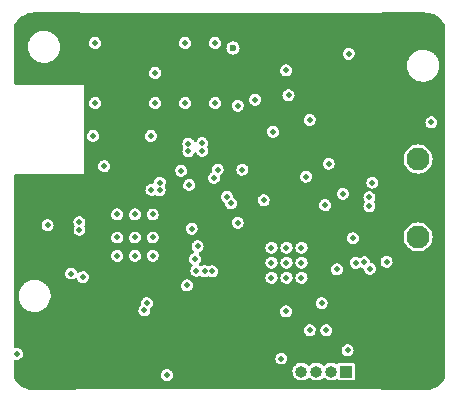
<source format=gbr>
%TF.GenerationSoftware,KiCad,Pcbnew,(6.0.0)*%
%TF.CreationDate,2022-03-24T17:20:39+00:00*%
%TF.ProjectId,Tracer,54726163-6572-42e6-9b69-6361645f7063,B*%
%TF.SameCoordinates,Original*%
%TF.FileFunction,Copper,L2,Inr*%
%TF.FilePolarity,Positive*%
%FSLAX46Y46*%
G04 Gerber Fmt 4.6, Leading zero omitted, Abs format (unit mm)*
G04 Created by KiCad (PCBNEW (6.0.0)) date 2022-03-24 17:20:39*
%MOMM*%
%LPD*%
G01*
G04 APERTURE LIST*
%TA.AperFunction,ComponentPad*%
%ADD10C,1.950000*%
%TD*%
%TA.AperFunction,ComponentPad*%
%ADD11R,1.000000X1.000000*%
%TD*%
%TA.AperFunction,ComponentPad*%
%ADD12O,1.000000X1.000000*%
%TD*%
%TA.AperFunction,ViaPad*%
%ADD13C,0.500000*%
%TD*%
%TA.AperFunction,ViaPad*%
%ADD14C,0.600000*%
%TD*%
G04 APERTURE END LIST*
D10*
%TO.N,unconnected-(J1-PadMH1)*%
%TO.C,J1*%
X163475000Y-99500000D03*
%TO.N,unconnected-(J1-PadMH2)*%
X163475000Y-92900000D03*
%TD*%
D11*
%TO.N,DTR*%
%TO.C,J2*%
X157400000Y-110900000D03*
D12*
%TO.N,U0RXD*%
X156130000Y-110900000D03*
%TO.N,U0TXD*%
X154860000Y-110900000D03*
%TO.N,RTS*%
X153590000Y-110900000D03*
%TD*%
D13*
%TO.N,+BATT*%
X148200000Y-88400000D03*
X160800000Y-101600000D03*
X152500000Y-87500000D03*
%TO.N,GND*%
X138000000Y-101100000D03*
X139500000Y-97600000D03*
X138000000Y-99550000D03*
X136135000Y-83080000D03*
X151200000Y-90600000D03*
X146295000Y-88160000D03*
X143755000Y-83080000D03*
X157950000Y-99600000D03*
X136900000Y-93500000D03*
X151060000Y-102950000D03*
X151060000Y-101680000D03*
X164600000Y-89800000D03*
X141000000Y-101100000D03*
X149679122Y-87879122D03*
X146295000Y-83080000D03*
X153600000Y-102950000D03*
X152330000Y-100410000D03*
X143900000Y-103600000D03*
X139500000Y-101100000D03*
X140850000Y-90950000D03*
X143755000Y-88160000D03*
X154000000Y-94400000D03*
X135950000Y-90950000D03*
X141000000Y-99550000D03*
X150400000Y-96400000D03*
X134100000Y-102600000D03*
X151060000Y-100410000D03*
X141000000Y-97600000D03*
X157600000Y-84000000D03*
X159600000Y-94900000D03*
X152330000Y-102950000D03*
X156600000Y-102250000D03*
X141215000Y-85620000D03*
X142200000Y-111200000D03*
X141215000Y-88160000D03*
X129500000Y-109400000D03*
X157100000Y-95850000D03*
X144100000Y-95100000D03*
X132100000Y-98500000D03*
X152330000Y-101680000D03*
X139500000Y-99550000D03*
X138000000Y-97600000D03*
X153600000Y-101680000D03*
X153600000Y-100410000D03*
X136135000Y-88160000D03*
D14*
%TO.N,+3V3*%
X140200000Y-94200000D03*
X140300000Y-103700000D03*
X142700000Y-94200000D03*
X140395000Y-81500000D03*
X135300000Y-95100000D03*
X154332671Y-97067329D03*
X158000000Y-100550000D03*
X138195000Y-88100000D03*
X145400000Y-94100000D03*
X134100000Y-98900000D03*
X150500000Y-97900000D03*
X144500000Y-97500000D03*
X147800000Y-81800000D03*
X130100000Y-101800000D03*
X145750000Y-90150000D03*
X149600000Y-94300000D03*
%TO.N,VBUS*%
X147800000Y-83500000D03*
D13*
%TO.N,GPIO10*%
X145400000Y-102400000D03*
X144800000Y-100300000D03*
%TO.N,GPIO17*%
X144600000Y-101370500D03*
X144700000Y-102369500D03*
%TO.N,GPIO7*%
X144300000Y-98800000D03*
X146049503Y-102400000D03*
%TO.N,GPIO36*%
X146200000Y-94500000D03*
X134800000Y-98250497D03*
%TO.N,GPIO37*%
X134800000Y-98900000D03*
X148200000Y-98300000D03*
%TO.N,VUSB*%
X155600000Y-96800000D03*
X155900000Y-93300000D03*
%TO.N,GPIO18*%
X144025500Y-91600000D03*
X145200000Y-91550497D03*
X148600000Y-93800000D03*
X147634166Y-96656944D03*
%TO.N,GPIO23*%
X147300000Y-96100000D03*
X145200000Y-92200000D03*
X144025500Y-92249503D03*
X146500000Y-93800000D03*
%TO.N,GPIO19*%
X141600000Y-95549503D03*
X143400000Y-93900000D03*
%TO.N,U0RXD*%
X155700000Y-107400000D03*
X140900000Y-95500000D03*
%TO.N,Net-(D4-Pad1)*%
X154300000Y-89600000D03*
X152300000Y-85400000D03*
%TO.N,D+*%
X159352334Y-96150000D03*
X158183962Y-101699500D03*
%TO.N,D-*%
X158925500Y-101650000D03*
X159352334Y-96900000D03*
%TO.N,U0TXD*%
X141600000Y-94900000D03*
X154300000Y-107400000D03*
%TO.N,RTS*%
X152300000Y-105800000D03*
X140294609Y-105716172D03*
%TO.N,DTR*%
X157500000Y-109100000D03*
X140500000Y-105100000D03*
X155300000Y-105100000D03*
%TO.N,GPIO35*%
X135100000Y-102900000D03*
X151900000Y-109800000D03*
%TO.N,Net-(D1-Pad2)*%
X159400000Y-102200000D03*
%TD*%
%TA.AperFunction,Conductor*%
%TO.N,+3V3*%
G36*
X163996438Y-80483889D02*
G01*
X164267694Y-80503167D01*
X164285488Y-80505719D01*
X164546809Y-80562455D01*
X164564061Y-80567512D01*
X164663239Y-80604463D01*
X164814658Y-80660877D01*
X164831018Y-80668342D01*
X165065761Y-80796423D01*
X165080892Y-80806141D01*
X165295009Y-80966335D01*
X165308602Y-80978107D01*
X165497738Y-81167153D01*
X165509518Y-81180742D01*
X165669815Y-81394789D01*
X165679539Y-81409915D01*
X165723472Y-81490343D01*
X165738894Y-81550745D01*
X165738894Y-111432843D01*
X165723482Y-111493228D01*
X165679719Y-111573374D01*
X165669999Y-111588498D01*
X165509791Y-111802510D01*
X165498018Y-111816096D01*
X165308990Y-112005124D01*
X165295404Y-112016897D01*
X165081392Y-112177105D01*
X165066269Y-112186824D01*
X164831634Y-112314945D01*
X164815287Y-112322411D01*
X164564794Y-112415840D01*
X164547552Y-112420902D01*
X164286327Y-112477728D01*
X164268544Y-112480285D01*
X164046765Y-112496147D01*
X163997381Y-112499679D01*
X163988393Y-112500000D01*
X160433592Y-112500000D01*
X160374196Y-112485122D01*
X160233849Y-112410105D01*
X160233847Y-112410104D01*
X160228393Y-112407189D01*
X160188546Y-112395102D01*
X160073339Y-112360154D01*
X160073333Y-112360153D01*
X160067413Y-112358357D01*
X159908405Y-112342696D01*
X159900000Y-112341024D01*
X159887153Y-112343579D01*
X159862575Y-112346000D01*
X134937425Y-112346000D01*
X134912847Y-112343579D01*
X134900000Y-112341024D01*
X134891595Y-112342696D01*
X134732587Y-112358357D01*
X134726667Y-112360153D01*
X134726661Y-112360154D01*
X134611454Y-112395102D01*
X134571607Y-112407189D01*
X134566153Y-112410104D01*
X134566151Y-112410105D01*
X134425804Y-112485122D01*
X134366408Y-112500000D01*
X131004501Y-112500000D01*
X130995513Y-112499679D01*
X130946129Y-112496147D01*
X130724350Y-112480285D01*
X130706567Y-112477728D01*
X130445342Y-112420902D01*
X130428100Y-112415840D01*
X130177607Y-112322411D01*
X130161260Y-112314945D01*
X129926625Y-112186824D01*
X129911502Y-112177105D01*
X129697490Y-112016897D01*
X129683904Y-112005124D01*
X129494876Y-111816096D01*
X129483103Y-111802510D01*
X129322895Y-111588498D01*
X129313176Y-111573375D01*
X129264185Y-111483655D01*
X129248772Y-111423225D01*
X129248852Y-111193773D01*
X141690350Y-111193773D01*
X141691514Y-111202675D01*
X141691514Y-111202678D01*
X141705273Y-111307890D01*
X141709088Y-111337065D01*
X141767289Y-111469339D01*
X141860276Y-111579960D01*
X141867747Y-111584933D01*
X141867748Y-111584934D01*
X141973101Y-111655063D01*
X141973103Y-111655064D01*
X141980574Y-111660037D01*
X141989138Y-111662713D01*
X141989141Y-111662714D01*
X142049542Y-111681584D01*
X142118510Y-111703132D01*
X142262998Y-111705780D01*
X142282530Y-111700455D01*
X142393763Y-111670130D01*
X142393765Y-111670129D01*
X142402422Y-111667769D01*
X142525572Y-111592154D01*
X142622551Y-111485014D01*
X142685560Y-111354962D01*
X142709536Y-111212453D01*
X142709688Y-111200000D01*
X142689201Y-111056948D01*
X142629388Y-110925395D01*
X142623530Y-110918596D01*
X142623527Y-110918592D01*
X142598372Y-110889399D01*
X152830800Y-110889399D01*
X152847318Y-111057862D01*
X152900748Y-111218479D01*
X152904397Y-111224504D01*
X152977542Y-111345280D01*
X152988435Y-111363267D01*
X152993326Y-111368332D01*
X152993327Y-111368333D01*
X153053974Y-111431135D01*
X153106021Y-111485031D01*
X153247660Y-111577717D01*
X153406315Y-111636720D01*
X153413296Y-111637651D01*
X153413298Y-111637652D01*
X153567118Y-111658176D01*
X153567122Y-111658176D01*
X153574099Y-111659107D01*
X153581110Y-111658469D01*
X153581114Y-111658469D01*
X153735652Y-111644405D01*
X153742673Y-111643766D01*
X153903659Y-111591458D01*
X153993199Y-111538082D01*
X154043004Y-111508392D01*
X154043006Y-111508391D01*
X154049056Y-111504784D01*
X154138712Y-111419406D01*
X154201836Y-111386915D01*
X154272507Y-111393708D01*
X154316240Y-111423126D01*
X154323974Y-111431135D01*
X154376021Y-111485031D01*
X154517660Y-111577717D01*
X154676315Y-111636720D01*
X154683296Y-111637651D01*
X154683298Y-111637652D01*
X154837118Y-111658176D01*
X154837122Y-111658176D01*
X154844099Y-111659107D01*
X154851110Y-111658469D01*
X154851114Y-111658469D01*
X155005652Y-111644405D01*
X155012673Y-111643766D01*
X155173659Y-111591458D01*
X155263199Y-111538082D01*
X155313004Y-111508392D01*
X155313006Y-111508391D01*
X155319056Y-111504784D01*
X155408712Y-111419406D01*
X155471836Y-111386915D01*
X155542507Y-111393708D01*
X155586240Y-111423126D01*
X155593974Y-111431135D01*
X155646021Y-111485031D01*
X155787660Y-111577717D01*
X155946315Y-111636720D01*
X155953296Y-111637651D01*
X155953298Y-111637652D01*
X156107118Y-111658176D01*
X156107122Y-111658176D01*
X156114099Y-111659107D01*
X156121110Y-111658469D01*
X156121114Y-111658469D01*
X156275652Y-111644405D01*
X156282673Y-111643766D01*
X156443659Y-111591458D01*
X156539809Y-111534141D01*
X156608561Y-111516442D01*
X156675971Y-111538724D01*
X156709088Y-111572368D01*
X156716516Y-111583484D01*
X156800699Y-111639734D01*
X156874933Y-111654500D01*
X157399915Y-111654500D01*
X157925066Y-111654499D01*
X157960818Y-111647388D01*
X157987126Y-111642156D01*
X157987128Y-111642155D01*
X157999301Y-111639734D01*
X158009621Y-111632839D01*
X158009622Y-111632838D01*
X158073168Y-111590377D01*
X158083484Y-111583484D01*
X158139734Y-111499301D01*
X158154500Y-111425067D01*
X158154499Y-110374934D01*
X158139734Y-110300699D01*
X158083484Y-110216516D01*
X157999301Y-110160266D01*
X157925067Y-110145500D01*
X157400085Y-110145500D01*
X156874934Y-110145501D01*
X156839182Y-110152612D01*
X156812874Y-110157844D01*
X156812872Y-110157845D01*
X156800699Y-110160266D01*
X156790379Y-110167161D01*
X156790378Y-110167162D01*
X156771225Y-110179960D01*
X156716516Y-110216516D01*
X156708857Y-110227979D01*
X156706539Y-110229916D01*
X156700846Y-110235609D01*
X156700337Y-110235100D01*
X156654383Y-110273506D01*
X156583940Y-110282355D01*
X156536578Y-110264362D01*
X156490468Y-110235100D01*
X156462844Y-110217569D01*
X156404658Y-110196850D01*
X156310016Y-110163149D01*
X156310011Y-110163148D01*
X156303381Y-110160787D01*
X156296395Y-110159954D01*
X156296391Y-110159953D01*
X156175178Y-110145500D01*
X156135301Y-110140745D01*
X156128298Y-110141481D01*
X156128297Y-110141481D01*
X155973965Y-110157701D01*
X155973961Y-110157702D01*
X155966957Y-110158438D01*
X155960286Y-110160709D01*
X155813387Y-110210717D01*
X155813384Y-110210718D01*
X155806717Y-110212988D01*
X155800719Y-110216678D01*
X155800717Y-110216679D01*
X155668543Y-110297993D01*
X155668541Y-110297995D01*
X155662544Y-110301684D01*
X155657511Y-110306613D01*
X155582954Y-110379624D01*
X155520289Y-110412994D01*
X155449530Y-110407188D01*
X155405391Y-110378384D01*
X155395936Y-110368863D01*
X155335764Y-110308269D01*
X155327670Y-110303132D01*
X155220468Y-110235100D01*
X155192844Y-110217569D01*
X155134658Y-110196850D01*
X155040016Y-110163149D01*
X155040011Y-110163148D01*
X155033381Y-110160787D01*
X155026395Y-110159954D01*
X155026391Y-110159953D01*
X154905178Y-110145500D01*
X154865301Y-110140745D01*
X154858298Y-110141481D01*
X154858297Y-110141481D01*
X154703965Y-110157701D01*
X154703961Y-110157702D01*
X154696957Y-110158438D01*
X154690286Y-110160709D01*
X154543387Y-110210717D01*
X154543384Y-110210718D01*
X154536717Y-110212988D01*
X154530719Y-110216678D01*
X154530717Y-110216679D01*
X154398543Y-110297993D01*
X154398541Y-110297995D01*
X154392544Y-110301684D01*
X154387511Y-110306613D01*
X154312954Y-110379624D01*
X154250289Y-110412994D01*
X154179530Y-110407188D01*
X154135391Y-110378384D01*
X154125936Y-110368863D01*
X154065764Y-110308269D01*
X154057670Y-110303132D01*
X153950468Y-110235100D01*
X153922844Y-110217569D01*
X153864658Y-110196850D01*
X153770016Y-110163149D01*
X153770011Y-110163148D01*
X153763381Y-110160787D01*
X153756395Y-110159954D01*
X153756391Y-110159953D01*
X153635178Y-110145500D01*
X153595301Y-110140745D01*
X153588298Y-110141481D01*
X153588297Y-110141481D01*
X153433965Y-110157701D01*
X153433961Y-110157702D01*
X153426957Y-110158438D01*
X153420286Y-110160709D01*
X153273387Y-110210717D01*
X153273384Y-110210718D01*
X153266717Y-110212988D01*
X153260719Y-110216678D01*
X153260717Y-110216679D01*
X153128543Y-110297993D01*
X153128541Y-110297995D01*
X153122544Y-110301684D01*
X153117511Y-110306613D01*
X153014808Y-110407188D01*
X153001605Y-110420117D01*
X152909909Y-110562400D01*
X152907498Y-110569025D01*
X152854425Y-110714840D01*
X152854424Y-110714845D01*
X152852015Y-110721463D01*
X152830800Y-110889399D01*
X142598372Y-110889399D01*
X142540916Y-110822718D01*
X142540913Y-110822716D01*
X142535056Y-110815918D01*
X142413790Y-110737317D01*
X142360779Y-110721463D01*
X142283938Y-110698482D01*
X142283936Y-110698482D01*
X142275337Y-110695910D01*
X142266363Y-110695855D01*
X142266361Y-110695855D01*
X142203082Y-110695469D01*
X142130827Y-110695028D01*
X142122196Y-110697495D01*
X142122194Y-110697495D01*
X142000509Y-110732272D01*
X142000505Y-110732274D01*
X141991879Y-110734739D01*
X141869661Y-110811853D01*
X141773999Y-110920170D01*
X141712583Y-111050982D01*
X141690350Y-111193773D01*
X129248852Y-111193773D01*
X129249124Y-110415192D01*
X129249261Y-110021581D01*
X129269287Y-109953468D01*
X129322959Y-109906994D01*
X129393236Y-109896915D01*
X129406110Y-109899835D01*
X129409945Y-109900456D01*
X129418510Y-109903132D01*
X129562998Y-109905780D01*
X129572711Y-109903132D01*
X129693763Y-109870130D01*
X129693765Y-109870129D01*
X129702422Y-109867769D01*
X129822935Y-109793773D01*
X151390350Y-109793773D01*
X151391514Y-109802675D01*
X151391514Y-109802678D01*
X151404651Y-109903132D01*
X151409088Y-109937065D01*
X151467289Y-110069339D01*
X151473063Y-110076208D01*
X151532326Y-110146709D01*
X151560276Y-110179960D01*
X151567747Y-110184933D01*
X151567748Y-110184934D01*
X151673101Y-110255063D01*
X151673103Y-110255064D01*
X151680574Y-110260037D01*
X151689138Y-110262713D01*
X151689141Y-110262714D01*
X151749542Y-110281584D01*
X151818510Y-110303132D01*
X151962998Y-110305780D01*
X151991561Y-110297993D01*
X152093763Y-110270130D01*
X152093765Y-110270129D01*
X152102422Y-110267769D01*
X152225572Y-110192154D01*
X152322551Y-110085014D01*
X152385560Y-109954962D01*
X152409536Y-109812453D01*
X152409688Y-109800000D01*
X152394174Y-109691670D01*
X152390474Y-109665835D01*
X152390473Y-109665833D01*
X152389201Y-109656948D01*
X152329388Y-109525395D01*
X152323530Y-109518596D01*
X152323527Y-109518592D01*
X152240916Y-109422718D01*
X152240913Y-109422716D01*
X152235056Y-109415918D01*
X152113790Y-109337317D01*
X152096921Y-109332272D01*
X151983938Y-109298482D01*
X151983936Y-109298482D01*
X151975337Y-109295910D01*
X151966363Y-109295855D01*
X151966361Y-109295855D01*
X151903082Y-109295469D01*
X151830827Y-109295028D01*
X151822196Y-109297495D01*
X151822194Y-109297495D01*
X151700509Y-109332272D01*
X151700505Y-109332274D01*
X151691879Y-109334739D01*
X151684292Y-109339526D01*
X151684290Y-109339527D01*
X151588447Y-109400000D01*
X151569661Y-109411853D01*
X151563718Y-109418582D01*
X151563717Y-109418583D01*
X151509511Y-109479960D01*
X151473999Y-109520170D01*
X151470185Y-109528293D01*
X151470184Y-109528295D01*
X151454025Y-109562714D01*
X151412583Y-109650982D01*
X151411203Y-109659846D01*
X151411202Y-109659849D01*
X151406248Y-109691670D01*
X151390350Y-109793773D01*
X129822935Y-109793773D01*
X129825572Y-109792154D01*
X129922551Y-109685014D01*
X129985560Y-109554962D01*
X130009536Y-109412453D01*
X130009688Y-109400000D01*
X129994773Y-109295855D01*
X129990474Y-109265835D01*
X129990473Y-109265833D01*
X129989201Y-109256948D01*
X129929388Y-109125395D01*
X129923530Y-109118596D01*
X129923527Y-109118592D01*
X129902141Y-109093773D01*
X156990350Y-109093773D01*
X156991514Y-109102675D01*
X156991514Y-109102678D01*
X156994485Y-109125395D01*
X157009088Y-109237065D01*
X157067289Y-109369339D01*
X157160276Y-109479960D01*
X157167747Y-109484933D01*
X157167748Y-109484934D01*
X157273101Y-109555063D01*
X157273103Y-109555064D01*
X157280574Y-109560037D01*
X157289138Y-109562713D01*
X157289141Y-109562714D01*
X157349542Y-109581585D01*
X157418510Y-109603132D01*
X157562998Y-109605780D01*
X157582530Y-109600455D01*
X157693763Y-109570130D01*
X157693765Y-109570129D01*
X157702422Y-109567769D01*
X157825572Y-109492154D01*
X157922551Y-109385014D01*
X157985560Y-109254962D01*
X158009536Y-109112453D01*
X158009688Y-109100000D01*
X157989201Y-108956948D01*
X157929388Y-108825395D01*
X157923530Y-108818596D01*
X157923527Y-108818592D01*
X157840916Y-108722718D01*
X157840913Y-108722716D01*
X157835056Y-108715918D01*
X157713790Y-108637317D01*
X157696921Y-108632272D01*
X157583938Y-108598482D01*
X157583936Y-108598482D01*
X157575337Y-108595910D01*
X157566363Y-108595855D01*
X157566361Y-108595855D01*
X157503082Y-108595469D01*
X157430827Y-108595028D01*
X157422196Y-108597495D01*
X157422194Y-108597495D01*
X157300509Y-108632272D01*
X157300505Y-108632274D01*
X157291879Y-108634739D01*
X157169661Y-108711853D01*
X157073999Y-108820170D01*
X157070185Y-108828293D01*
X157070184Y-108828295D01*
X157040524Y-108891469D01*
X157012583Y-108950982D01*
X157011203Y-108959846D01*
X157011202Y-108959849D01*
X157003233Y-109011035D01*
X156990350Y-109093773D01*
X129902141Y-109093773D01*
X129840916Y-109022718D01*
X129840913Y-109022716D01*
X129835056Y-109015918D01*
X129750938Y-108961395D01*
X129721324Y-108942200D01*
X129721322Y-108942199D01*
X129713790Y-108937317D01*
X129705170Y-108934739D01*
X129583938Y-108898482D01*
X129583936Y-108898482D01*
X129575337Y-108895910D01*
X129566363Y-108895855D01*
X129566361Y-108895855D01*
X129503082Y-108895469D01*
X129430827Y-108895028D01*
X129410316Y-108900890D01*
X129339324Y-108900376D01*
X129279877Y-108861562D01*
X129250851Y-108796770D01*
X129249695Y-108779696D01*
X129249717Y-108718583D01*
X129250180Y-107393773D01*
X153790350Y-107393773D01*
X153791514Y-107402675D01*
X153791514Y-107402678D01*
X153807924Y-107528164D01*
X153809088Y-107537065D01*
X153867289Y-107669339D01*
X153960276Y-107779960D01*
X153967747Y-107784933D01*
X153967748Y-107784934D01*
X154073101Y-107855063D01*
X154073103Y-107855064D01*
X154080574Y-107860037D01*
X154089138Y-107862713D01*
X154089141Y-107862714D01*
X154149542Y-107881585D01*
X154218510Y-107903132D01*
X154362998Y-107905780D01*
X154382530Y-107900455D01*
X154493763Y-107870130D01*
X154493765Y-107870129D01*
X154502422Y-107867769D01*
X154625572Y-107792154D01*
X154722551Y-107685014D01*
X154785560Y-107554962D01*
X154809536Y-107412453D01*
X154809688Y-107400000D01*
X154808796Y-107393773D01*
X155190350Y-107393773D01*
X155191514Y-107402675D01*
X155191514Y-107402678D01*
X155207924Y-107528164D01*
X155209088Y-107537065D01*
X155267289Y-107669339D01*
X155360276Y-107779960D01*
X155367747Y-107784933D01*
X155367748Y-107784934D01*
X155473101Y-107855063D01*
X155473103Y-107855064D01*
X155480574Y-107860037D01*
X155489138Y-107862713D01*
X155489141Y-107862714D01*
X155549542Y-107881585D01*
X155618510Y-107903132D01*
X155762998Y-107905780D01*
X155782530Y-107900455D01*
X155893763Y-107870130D01*
X155893765Y-107870129D01*
X155902422Y-107867769D01*
X156025572Y-107792154D01*
X156122551Y-107685014D01*
X156185560Y-107554962D01*
X156209536Y-107412453D01*
X156209688Y-107400000D01*
X156189201Y-107256948D01*
X156129388Y-107125395D01*
X156123530Y-107118596D01*
X156123527Y-107118592D01*
X156040916Y-107022718D01*
X156040913Y-107022716D01*
X156035056Y-107015918D01*
X155913790Y-106937317D01*
X155896921Y-106932272D01*
X155783938Y-106898482D01*
X155783936Y-106898482D01*
X155775337Y-106895910D01*
X155766363Y-106895855D01*
X155766361Y-106895855D01*
X155703082Y-106895469D01*
X155630827Y-106895028D01*
X155622196Y-106897495D01*
X155622194Y-106897495D01*
X155500509Y-106932272D01*
X155500505Y-106932274D01*
X155491879Y-106934739D01*
X155369661Y-107011853D01*
X155273999Y-107120170D01*
X155212583Y-107250982D01*
X155190350Y-107393773D01*
X154808796Y-107393773D01*
X154789201Y-107256948D01*
X154729388Y-107125395D01*
X154723530Y-107118596D01*
X154723527Y-107118592D01*
X154640916Y-107022718D01*
X154640913Y-107022716D01*
X154635056Y-107015918D01*
X154513790Y-106937317D01*
X154496921Y-106932272D01*
X154383938Y-106898482D01*
X154383936Y-106898482D01*
X154375337Y-106895910D01*
X154366363Y-106895855D01*
X154366361Y-106895855D01*
X154303082Y-106895469D01*
X154230827Y-106895028D01*
X154222196Y-106897495D01*
X154222194Y-106897495D01*
X154100509Y-106932272D01*
X154100505Y-106932274D01*
X154091879Y-106934739D01*
X153969661Y-107011853D01*
X153873999Y-107120170D01*
X153812583Y-107250982D01*
X153790350Y-107393773D01*
X129250180Y-107393773D01*
X129251213Y-104435964D01*
X129642112Y-104435964D01*
X129642312Y-104441292D01*
X129642312Y-104441294D01*
X129644464Y-104498599D01*
X129643705Y-104498628D01*
X129644034Y-104500016D01*
X129644340Y-104499989D01*
X129644374Y-104500377D01*
X129644465Y-104501838D01*
X129644523Y-104502085D01*
X129644648Y-104503507D01*
X129650736Y-104665669D01*
X129651831Y-104670888D01*
X129664628Y-104731879D01*
X129663861Y-104732040D01*
X129664841Y-104734316D01*
X129664937Y-104735408D01*
X129666361Y-104740722D01*
X129666464Y-104741307D01*
X129667635Y-104746210D01*
X129697939Y-104890637D01*
X129718562Y-104942859D01*
X129723975Y-104956566D01*
X129724724Y-104958541D01*
X129726097Y-104963663D01*
X129728422Y-104968649D01*
X129728423Y-104968651D01*
X129728947Y-104969775D01*
X129731934Y-104976717D01*
X129782372Y-105104436D01*
X129819273Y-105165246D01*
X129820811Y-105168126D01*
X129820890Y-105168080D01*
X129823639Y-105172841D01*
X129825965Y-105177829D01*
X129829122Y-105182337D01*
X129829124Y-105182341D01*
X129830674Y-105184555D01*
X129835181Y-105191462D01*
X129898060Y-105295083D01*
X129901621Y-105300952D01*
X129905116Y-105304979D01*
X129905117Y-105304981D01*
X129951993Y-105359000D01*
X129955555Y-105363563D01*
X129958347Y-105366890D01*
X129961505Y-105371401D01*
X129967791Y-105377687D01*
X129973861Y-105384201D01*
X130013269Y-105429614D01*
X130052276Y-105474566D01*
X130064921Y-105484934D01*
X130116309Y-105527070D01*
X130123574Y-105533652D01*
X130124706Y-105534602D01*
X130128599Y-105538495D01*
X130133103Y-105541649D01*
X130133108Y-105541653D01*
X130135936Y-105543633D01*
X130143554Y-105549410D01*
X130225901Y-105616931D01*
X130225907Y-105616935D01*
X130230029Y-105620315D01*
X130234668Y-105622955D01*
X130234667Y-105622955D01*
X130307355Y-105664331D01*
X130317296Y-105670622D01*
X130317660Y-105670877D01*
X130317667Y-105670881D01*
X130322171Y-105674035D01*
X130327155Y-105676359D01*
X130327160Y-105676362D01*
X130329875Y-105677628D01*
X130338952Y-105682318D01*
X130383061Y-105707426D01*
X130429798Y-105734030D01*
X130519498Y-105766590D01*
X130529753Y-105770833D01*
X130531348Y-105771577D01*
X130531350Y-105771578D01*
X130536337Y-105773903D01*
X130541653Y-105775327D01*
X130541655Y-105775328D01*
X130542719Y-105775613D01*
X130543702Y-105775876D01*
X130554081Y-105779143D01*
X130645871Y-105812461D01*
X130746443Y-105830648D01*
X130756616Y-105832926D01*
X130764592Y-105835063D01*
X130770990Y-105835623D01*
X130782412Y-105837152D01*
X130872069Y-105853364D01*
X130876208Y-105853559D01*
X130876215Y-105853560D01*
X130894670Y-105854430D01*
X130894677Y-105854430D01*
X130896158Y-105854500D01*
X131057712Y-105854500D01*
X131137444Y-105847735D01*
X131223733Y-105840413D01*
X131223737Y-105840412D01*
X131229044Y-105839962D01*
X131234199Y-105838624D01*
X131234205Y-105838623D01*
X131446368Y-105783556D01*
X131446367Y-105783556D01*
X131451539Y-105782214D01*
X131611970Y-105709945D01*
X139784959Y-105709945D01*
X139786123Y-105718847D01*
X139786123Y-105718850D01*
X139797371Y-105804860D01*
X139803697Y-105853237D01*
X139861898Y-105985511D01*
X139954885Y-106096132D01*
X139962356Y-106101105D01*
X139962357Y-106101106D01*
X140067710Y-106171235D01*
X140067712Y-106171236D01*
X140075183Y-106176209D01*
X140083747Y-106178885D01*
X140083750Y-106178886D01*
X140144151Y-106197757D01*
X140213119Y-106219304D01*
X140357607Y-106221952D01*
X140377139Y-106216627D01*
X140488372Y-106186302D01*
X140488374Y-106186301D01*
X140497031Y-106183941D01*
X140620181Y-106108326D01*
X140717160Y-106001186D01*
X140748665Y-105936160D01*
X140776254Y-105879215D01*
X140776254Y-105879214D01*
X140780169Y-105871134D01*
X140793184Y-105793773D01*
X151790350Y-105793773D01*
X151791514Y-105802675D01*
X151791514Y-105802678D01*
X151798282Y-105854430D01*
X151809088Y-105937065D01*
X151867289Y-106069339D01*
X151873063Y-106076208D01*
X151904009Y-106113022D01*
X151960276Y-106179960D01*
X151967747Y-106184933D01*
X151967748Y-106184934D01*
X152073101Y-106255063D01*
X152073103Y-106255064D01*
X152080574Y-106260037D01*
X152089138Y-106262713D01*
X152089141Y-106262714D01*
X152149542Y-106281585D01*
X152218510Y-106303132D01*
X152362998Y-106305780D01*
X152382530Y-106300455D01*
X152493763Y-106270130D01*
X152493765Y-106270129D01*
X152502422Y-106267769D01*
X152625572Y-106192154D01*
X152722551Y-106085014D01*
X152785560Y-105954962D01*
X152809536Y-105812453D01*
X152809688Y-105800000D01*
X152795520Y-105701073D01*
X152790474Y-105665835D01*
X152790473Y-105665833D01*
X152789201Y-105656948D01*
X152729388Y-105525395D01*
X152723530Y-105518596D01*
X152723527Y-105518592D01*
X152640916Y-105422718D01*
X152640913Y-105422716D01*
X152635056Y-105415918D01*
X152563194Y-105369339D01*
X152521324Y-105342200D01*
X152521322Y-105342199D01*
X152513790Y-105337317D01*
X152482720Y-105328025D01*
X152383938Y-105298482D01*
X152383936Y-105298482D01*
X152375337Y-105295910D01*
X152366363Y-105295855D01*
X152366361Y-105295855D01*
X152303082Y-105295469D01*
X152230827Y-105295028D01*
X152222196Y-105297495D01*
X152222194Y-105297495D01*
X152100509Y-105332272D01*
X152100505Y-105332274D01*
X152091879Y-105334739D01*
X152084292Y-105339526D01*
X152084290Y-105339527D01*
X152012198Y-105385014D01*
X151969661Y-105411853D01*
X151963718Y-105418582D01*
X151963717Y-105418583D01*
X151914275Y-105474566D01*
X151873999Y-105520170D01*
X151870185Y-105528293D01*
X151870184Y-105528295D01*
X151854167Y-105562410D01*
X151812583Y-105650982D01*
X151811203Y-105659846D01*
X151811202Y-105659849D01*
X151791941Y-105783556D01*
X151790350Y-105793773D01*
X140793184Y-105793773D01*
X140804145Y-105728625D01*
X140804297Y-105716172D01*
X140787666Y-105600046D01*
X140797808Y-105529779D01*
X140826188Y-105492712D01*
X140825572Y-105492154D01*
X140888423Y-105422718D01*
X140922551Y-105385014D01*
X140985560Y-105254962D01*
X141009536Y-105112453D01*
X141009688Y-105100000D01*
X141008796Y-105093773D01*
X154790350Y-105093773D01*
X154791514Y-105102675D01*
X154791514Y-105102678D01*
X154805756Y-105211587D01*
X154809088Y-105237065D01*
X154867289Y-105369339D01*
X154873063Y-105376208D01*
X154890109Y-105396486D01*
X154960276Y-105479960D01*
X154967747Y-105484933D01*
X154967748Y-105484934D01*
X155073101Y-105555063D01*
X155073103Y-105555064D01*
X155080574Y-105560037D01*
X155089138Y-105562713D01*
X155089141Y-105562714D01*
X155149542Y-105581585D01*
X155218510Y-105603132D01*
X155362998Y-105605780D01*
X155384027Y-105600047D01*
X155493763Y-105570130D01*
X155493765Y-105570129D01*
X155502422Y-105567769D01*
X155625572Y-105492154D01*
X155645143Y-105470533D01*
X155688423Y-105422718D01*
X155722551Y-105385014D01*
X155785560Y-105254962D01*
X155809536Y-105112453D01*
X155809688Y-105100000D01*
X155789201Y-104956948D01*
X155729388Y-104825395D01*
X155723530Y-104818596D01*
X155723527Y-104818592D01*
X155640916Y-104722718D01*
X155640913Y-104722716D01*
X155635056Y-104715918D01*
X155574423Y-104676618D01*
X155521324Y-104642200D01*
X155521322Y-104642199D01*
X155513790Y-104637317D01*
X155496921Y-104632272D01*
X155383938Y-104598482D01*
X155383936Y-104598482D01*
X155375337Y-104595910D01*
X155366363Y-104595855D01*
X155366361Y-104595855D01*
X155303082Y-104595469D01*
X155230827Y-104595028D01*
X155222196Y-104597495D01*
X155222194Y-104597495D01*
X155100509Y-104632272D01*
X155100505Y-104632274D01*
X155091879Y-104634739D01*
X154969661Y-104711853D01*
X154963718Y-104718582D01*
X154963717Y-104718583D01*
X154943648Y-104741307D01*
X154873999Y-104820170D01*
X154812583Y-104950982D01*
X154811203Y-104959846D01*
X154811202Y-104959849D01*
X154803170Y-105011438D01*
X154790350Y-105093773D01*
X141008796Y-105093773D01*
X140989201Y-104956948D01*
X140929388Y-104825395D01*
X140923530Y-104818596D01*
X140923527Y-104818592D01*
X140840916Y-104722718D01*
X140840913Y-104722716D01*
X140835056Y-104715918D01*
X140774423Y-104676618D01*
X140721324Y-104642200D01*
X140721322Y-104642199D01*
X140713790Y-104637317D01*
X140696921Y-104632272D01*
X140583938Y-104598482D01*
X140583936Y-104598482D01*
X140575337Y-104595910D01*
X140566363Y-104595855D01*
X140566361Y-104595855D01*
X140503082Y-104595469D01*
X140430827Y-104595028D01*
X140422196Y-104597495D01*
X140422194Y-104597495D01*
X140300509Y-104632272D01*
X140300505Y-104632274D01*
X140291879Y-104634739D01*
X140169661Y-104711853D01*
X140163718Y-104718582D01*
X140163717Y-104718583D01*
X140143648Y-104741307D01*
X140073999Y-104820170D01*
X140012583Y-104950982D01*
X140011203Y-104959846D01*
X140011202Y-104959849D01*
X140003170Y-105011438D01*
X139990350Y-105093773D01*
X139991514Y-105102675D01*
X139991514Y-105102678D01*
X140006620Y-105218190D01*
X139995620Y-105288329D01*
X139966121Y-105326857D01*
X139964270Y-105328025D01*
X139868608Y-105436342D01*
X139807192Y-105567154D01*
X139805812Y-105576018D01*
X139805811Y-105576021D01*
X139788066Y-105689993D01*
X139784959Y-105709945D01*
X131611970Y-105709945D01*
X131631665Y-105701073D01*
X131656262Y-105689993D01*
X131656265Y-105689992D01*
X131661123Y-105687803D01*
X131851803Y-105559430D01*
X131878826Y-105533652D01*
X131972315Y-105444467D01*
X132018128Y-105400764D01*
X132155342Y-105216342D01*
X132171504Y-105184555D01*
X132257102Y-105016194D01*
X132257102Y-105016193D01*
X132259520Y-105011438D01*
X132327685Y-104791911D01*
X132338296Y-104711853D01*
X132357188Y-104569319D01*
X132357188Y-104569316D01*
X132357888Y-104564036D01*
X132355536Y-104501401D01*
X132356295Y-104501372D01*
X132355966Y-104499984D01*
X132355660Y-104500011D01*
X132355626Y-104499623D01*
X132355535Y-104498162D01*
X132355477Y-104497915D01*
X132355352Y-104496493D01*
X132349264Y-104334331D01*
X132335372Y-104268121D01*
X132336139Y-104267960D01*
X132335159Y-104265684D01*
X132335063Y-104264592D01*
X132333639Y-104259278D01*
X132333536Y-104258693D01*
X132332362Y-104253778D01*
X132323886Y-104213378D01*
X132302061Y-104109363D01*
X132276025Y-104043434D01*
X132275276Y-104041459D01*
X132273903Y-104036337D01*
X132271053Y-104030225D01*
X132268066Y-104023283D01*
X132217628Y-103895564D01*
X132180727Y-103834754D01*
X132179189Y-103831874D01*
X132179110Y-103831920D01*
X132176361Y-103827159D01*
X132174035Y-103822171D01*
X132170876Y-103817659D01*
X132169326Y-103815445D01*
X132164819Y-103808538D01*
X132101147Y-103703609D01*
X132101145Y-103703606D01*
X132098379Y-103699048D01*
X132048007Y-103641000D01*
X132044445Y-103636437D01*
X132041653Y-103633110D01*
X132038495Y-103628599D01*
X132032209Y-103622313D01*
X132026139Y-103615799D01*
X132007026Y-103593773D01*
X143390350Y-103593773D01*
X143391514Y-103602675D01*
X143391514Y-103602678D01*
X143404713Y-103703609D01*
X143409088Y-103737065D01*
X143467289Y-103869339D01*
X143560276Y-103979960D01*
X143567747Y-103984933D01*
X143567748Y-103984934D01*
X143673101Y-104055063D01*
X143673103Y-104055064D01*
X143680574Y-104060037D01*
X143689138Y-104062713D01*
X143689141Y-104062714D01*
X143749542Y-104081584D01*
X143818510Y-104103132D01*
X143962998Y-104105780D01*
X143982530Y-104100455D01*
X144093763Y-104070130D01*
X144093765Y-104070129D01*
X144102422Y-104067769D01*
X144225572Y-103992154D01*
X144322551Y-103885014D01*
X144385560Y-103754962D01*
X144409536Y-103612453D01*
X144409688Y-103600000D01*
X144389201Y-103456948D01*
X144329388Y-103325395D01*
X144323530Y-103318596D01*
X144323527Y-103318592D01*
X144240916Y-103222718D01*
X144240913Y-103222716D01*
X144235056Y-103215918D01*
X144155665Y-103164459D01*
X144121324Y-103142200D01*
X144121322Y-103142199D01*
X144113790Y-103137317D01*
X144032625Y-103113043D01*
X143983938Y-103098482D01*
X143983936Y-103098482D01*
X143975337Y-103095910D01*
X143966363Y-103095855D01*
X143966361Y-103095855D01*
X143903082Y-103095469D01*
X143830827Y-103095028D01*
X143822196Y-103097495D01*
X143822194Y-103097495D01*
X143700509Y-103132272D01*
X143700505Y-103132274D01*
X143691879Y-103134739D01*
X143684292Y-103139526D01*
X143684290Y-103139527D01*
X143612198Y-103185014D01*
X143569661Y-103211853D01*
X143563718Y-103218582D01*
X143563717Y-103218583D01*
X143509511Y-103279960D01*
X143473999Y-103320170D01*
X143470185Y-103328293D01*
X143470184Y-103328295D01*
X143454025Y-103362714D01*
X143412583Y-103450982D01*
X143411203Y-103459846D01*
X143411202Y-103459849D01*
X143400363Y-103529467D01*
X143390350Y-103593773D01*
X132007026Y-103593773D01*
X131951224Y-103529467D01*
X131951222Y-103529465D01*
X131947724Y-103525434D01*
X131883692Y-103472930D01*
X131876426Y-103466348D01*
X131875294Y-103465398D01*
X131871401Y-103461505D01*
X131866897Y-103458351D01*
X131866892Y-103458347D01*
X131864064Y-103456367D01*
X131856446Y-103450590D01*
X131774099Y-103383069D01*
X131774093Y-103383065D01*
X131769971Y-103379685D01*
X131692645Y-103335669D01*
X131682704Y-103329378D01*
X131682340Y-103329123D01*
X131682333Y-103329119D01*
X131677829Y-103325965D01*
X131672845Y-103323641D01*
X131672840Y-103323638D01*
X131670125Y-103322372D01*
X131661048Y-103317682D01*
X131582710Y-103273090D01*
X131570202Y-103265970D01*
X131480502Y-103233410D01*
X131470247Y-103229167D01*
X131468652Y-103228423D01*
X131468650Y-103228422D01*
X131463663Y-103226097D01*
X131458347Y-103224673D01*
X131458345Y-103224672D01*
X131457281Y-103224387D01*
X131456298Y-103224124D01*
X131445919Y-103220857D01*
X131354129Y-103187539D01*
X131253557Y-103169352D01*
X131243384Y-103167074D01*
X131235408Y-103164937D01*
X131229010Y-103164377D01*
X131217588Y-103162848D01*
X131127931Y-103146636D01*
X131123792Y-103146441D01*
X131123785Y-103146440D01*
X131105330Y-103145570D01*
X131105323Y-103145570D01*
X131103842Y-103145500D01*
X130942288Y-103145500D01*
X130862556Y-103152265D01*
X130776267Y-103159587D01*
X130776263Y-103159588D01*
X130770956Y-103160038D01*
X130765801Y-103161376D01*
X130765795Y-103161377D01*
X130649082Y-103191670D01*
X130548461Y-103217786D01*
X130441497Y-103265970D01*
X130343738Y-103310007D01*
X130343735Y-103310008D01*
X130338877Y-103312197D01*
X130148197Y-103440570D01*
X130144340Y-103444249D01*
X130144338Y-103444251D01*
X130118404Y-103468991D01*
X129981872Y-103599236D01*
X129844658Y-103783658D01*
X129842242Y-103788409D01*
X129842240Y-103788413D01*
X129748346Y-103973090D01*
X129740480Y-103988562D01*
X129672315Y-104208089D01*
X129642112Y-104435964D01*
X129251213Y-104435964D01*
X129251856Y-102593773D01*
X133590350Y-102593773D01*
X133591514Y-102602675D01*
X133591514Y-102602678D01*
X133604651Y-102703132D01*
X133609088Y-102737065D01*
X133667289Y-102869339D01*
X133673063Y-102876208D01*
X133749590Y-102967247D01*
X133760276Y-102979960D01*
X133767747Y-102984933D01*
X133767748Y-102984934D01*
X133873101Y-103055063D01*
X133873103Y-103055064D01*
X133880574Y-103060037D01*
X133889138Y-103062713D01*
X133889141Y-103062714D01*
X133938594Y-103078164D01*
X134018510Y-103103132D01*
X134162998Y-103105780D01*
X134189767Y-103098482D01*
X134293763Y-103070130D01*
X134293765Y-103070129D01*
X134302422Y-103067769D01*
X134425572Y-102992154D01*
X134426536Y-102993724D01*
X134481636Y-102969953D01*
X134551681Y-102981538D01*
X134604343Y-103029153D01*
X134612260Y-103044274D01*
X134667289Y-103169339D01*
X134673063Y-103176208D01*
X134715093Y-103226208D01*
X134760276Y-103279960D01*
X134767747Y-103284933D01*
X134767748Y-103284934D01*
X134873101Y-103355063D01*
X134873103Y-103355064D01*
X134880574Y-103360037D01*
X134889138Y-103362713D01*
X134889141Y-103362714D01*
X134935012Y-103377045D01*
X135018510Y-103403132D01*
X135162998Y-103405780D01*
X135182530Y-103400455D01*
X135293763Y-103370130D01*
X135293765Y-103370129D01*
X135302422Y-103367769D01*
X135425572Y-103292154D01*
X135522551Y-103185014D01*
X135561019Y-103105615D01*
X135581645Y-103063043D01*
X135581645Y-103063042D01*
X135585560Y-103054962D01*
X135604267Y-102943773D01*
X150550350Y-102943773D01*
X150551514Y-102952675D01*
X150551514Y-102952678D01*
X150563732Y-103046110D01*
X150569088Y-103087065D01*
X150627289Y-103219339D01*
X150633063Y-103226208D01*
X150713898Y-103322372D01*
X150720276Y-103329960D01*
X150727747Y-103334933D01*
X150727748Y-103334934D01*
X150833101Y-103405063D01*
X150833103Y-103405064D01*
X150840574Y-103410037D01*
X150849138Y-103412713D01*
X150849141Y-103412714D01*
X150909542Y-103431585D01*
X150978510Y-103453132D01*
X151122998Y-103455780D01*
X151148685Y-103448777D01*
X151253763Y-103420130D01*
X151253765Y-103420129D01*
X151262422Y-103417769D01*
X151385572Y-103342154D01*
X151482551Y-103235014D01*
X151529884Y-103137317D01*
X151541645Y-103113043D01*
X151541645Y-103113042D01*
X151545560Y-103104962D01*
X151569536Y-102962453D01*
X151569595Y-102957593D01*
X151569718Y-102956227D01*
X151569629Y-102954858D01*
X151569688Y-102950000D01*
X151568796Y-102943773D01*
X151820350Y-102943773D01*
X151839088Y-103087065D01*
X151897289Y-103219339D01*
X151903063Y-103226208D01*
X151983898Y-103322372D01*
X151990276Y-103329960D01*
X151997747Y-103334933D01*
X151997748Y-103334934D01*
X152103101Y-103405063D01*
X152103103Y-103405064D01*
X152110574Y-103410037D01*
X152119138Y-103412713D01*
X152119141Y-103412714D01*
X152179542Y-103431585D01*
X152248510Y-103453132D01*
X152392998Y-103455780D01*
X152418685Y-103448777D01*
X152523763Y-103420130D01*
X152523765Y-103420129D01*
X152532422Y-103417769D01*
X152655572Y-103342154D01*
X152752551Y-103235014D01*
X152799884Y-103137317D01*
X152811645Y-103113043D01*
X152811645Y-103113042D01*
X152815560Y-103104962D01*
X152839536Y-102962453D01*
X152839595Y-102957593D01*
X152839718Y-102956227D01*
X152839629Y-102954858D01*
X152839688Y-102950000D01*
X152838796Y-102943773D01*
X153090350Y-102943773D01*
X153109088Y-103087065D01*
X153167289Y-103219339D01*
X153173063Y-103226208D01*
X153253898Y-103322372D01*
X153260276Y-103329960D01*
X153267747Y-103334933D01*
X153267748Y-103334934D01*
X153373101Y-103405063D01*
X153373103Y-103405064D01*
X153380574Y-103410037D01*
X153389138Y-103412713D01*
X153389141Y-103412714D01*
X153449542Y-103431585D01*
X153518510Y-103453132D01*
X153662998Y-103455780D01*
X153688685Y-103448777D01*
X153793763Y-103420130D01*
X153793765Y-103420129D01*
X153802422Y-103417769D01*
X153925572Y-103342154D01*
X154022551Y-103235014D01*
X154069884Y-103137317D01*
X154081645Y-103113043D01*
X154081645Y-103113042D01*
X154085560Y-103104962D01*
X154109536Y-102962453D01*
X154109688Y-102950000D01*
X154097239Y-102863072D01*
X154090474Y-102815835D01*
X154090473Y-102815833D01*
X154089201Y-102806948D01*
X154029388Y-102675395D01*
X154023530Y-102668596D01*
X154023527Y-102668592D01*
X153940916Y-102572718D01*
X153940913Y-102572716D01*
X153935056Y-102565918D01*
X153850358Y-102511019D01*
X153821324Y-102492200D01*
X153821322Y-102492199D01*
X153813790Y-102487317D01*
X153726212Y-102461125D01*
X153683938Y-102448482D01*
X153683936Y-102448482D01*
X153675337Y-102445910D01*
X153666363Y-102445855D01*
X153666361Y-102445855D01*
X153603082Y-102445469D01*
X153530827Y-102445028D01*
X153522196Y-102447495D01*
X153522194Y-102447495D01*
X153400509Y-102482272D01*
X153400505Y-102482274D01*
X153391879Y-102484739D01*
X153384292Y-102489526D01*
X153384290Y-102489527D01*
X153277254Y-102557062D01*
X153269661Y-102561853D01*
X153263718Y-102568582D01*
X153263717Y-102568583D01*
X153198742Y-102642154D01*
X153173999Y-102670170D01*
X153170185Y-102678293D01*
X153170184Y-102678295D01*
X153154025Y-102712714D01*
X153112583Y-102800982D01*
X153111203Y-102809846D01*
X153111202Y-102809849D01*
X153091731Y-102934900D01*
X153091731Y-102934901D01*
X153090350Y-102943773D01*
X152838796Y-102943773D01*
X152823882Y-102839630D01*
X152820474Y-102815835D01*
X152820473Y-102815833D01*
X152819201Y-102806948D01*
X152759388Y-102675395D01*
X152753530Y-102668596D01*
X152753527Y-102668592D01*
X152670916Y-102572718D01*
X152670913Y-102572716D01*
X152665056Y-102565918D01*
X152580358Y-102511019D01*
X152551324Y-102492200D01*
X152551322Y-102492199D01*
X152543790Y-102487317D01*
X152456212Y-102461125D01*
X152413938Y-102448482D01*
X152413936Y-102448482D01*
X152405337Y-102445910D01*
X152396363Y-102445855D01*
X152396361Y-102445855D01*
X152333082Y-102445469D01*
X152260827Y-102445028D01*
X152252196Y-102447495D01*
X152252194Y-102447495D01*
X152130509Y-102482272D01*
X152130505Y-102482274D01*
X152121879Y-102484739D01*
X152114292Y-102489526D01*
X152114290Y-102489527D01*
X152007254Y-102557062D01*
X151999661Y-102561853D01*
X151993718Y-102568582D01*
X151993717Y-102568583D01*
X151928742Y-102642154D01*
X151903999Y-102670170D01*
X151900185Y-102678293D01*
X151900184Y-102678295D01*
X151884025Y-102712714D01*
X151842583Y-102800982D01*
X151841203Y-102809846D01*
X151841202Y-102809849D01*
X151821731Y-102934900D01*
X151821731Y-102934901D01*
X151820350Y-102943773D01*
X151568796Y-102943773D01*
X151553882Y-102839630D01*
X151550474Y-102815835D01*
X151550473Y-102815833D01*
X151549201Y-102806948D01*
X151489388Y-102675395D01*
X151483530Y-102668596D01*
X151483527Y-102668592D01*
X151400916Y-102572718D01*
X151400913Y-102572716D01*
X151395056Y-102565918D01*
X151310358Y-102511019D01*
X151281324Y-102492200D01*
X151281322Y-102492199D01*
X151273790Y-102487317D01*
X151186212Y-102461125D01*
X151143938Y-102448482D01*
X151143936Y-102448482D01*
X151135337Y-102445910D01*
X151126363Y-102445855D01*
X151126361Y-102445855D01*
X151063082Y-102445469D01*
X150990827Y-102445028D01*
X150982196Y-102447495D01*
X150982194Y-102447495D01*
X150860509Y-102482272D01*
X150860505Y-102482274D01*
X150851879Y-102484739D01*
X150844292Y-102489526D01*
X150844290Y-102489527D01*
X150737254Y-102557062D01*
X150729661Y-102561853D01*
X150723718Y-102568582D01*
X150723717Y-102568583D01*
X150658742Y-102642154D01*
X150633999Y-102670170D01*
X150630185Y-102678293D01*
X150630184Y-102678295D01*
X150614025Y-102712714D01*
X150572583Y-102800982D01*
X150571203Y-102809846D01*
X150571202Y-102809849D01*
X150551732Y-102934900D01*
X150550350Y-102943773D01*
X135604267Y-102943773D01*
X135609536Y-102912453D01*
X135609612Y-102906227D01*
X135609629Y-102904860D01*
X135609629Y-102904856D01*
X135609688Y-102900000D01*
X135595507Y-102800982D01*
X135590474Y-102765835D01*
X135590473Y-102765833D01*
X135589201Y-102756948D01*
X135529388Y-102625395D01*
X135523530Y-102618596D01*
X135523527Y-102618592D01*
X135440916Y-102522718D01*
X135440913Y-102522716D01*
X135435056Y-102515918D01*
X135350521Y-102461125D01*
X135321324Y-102442200D01*
X135321322Y-102442199D01*
X135313790Y-102437317D01*
X135232625Y-102413043D01*
X135183938Y-102398482D01*
X135183936Y-102398482D01*
X135175337Y-102395910D01*
X135166363Y-102395855D01*
X135166361Y-102395855D01*
X135103082Y-102395469D01*
X135030827Y-102395028D01*
X135022196Y-102397495D01*
X135022194Y-102397495D01*
X134900509Y-102432272D01*
X134900505Y-102432274D01*
X134891879Y-102434739D01*
X134801649Y-102491670D01*
X134770983Y-102511019D01*
X134702698Y-102530453D01*
X134634746Y-102509884D01*
X134589046Y-102456608D01*
X134586488Y-102450982D01*
X134529388Y-102325395D01*
X134523530Y-102318596D01*
X134523527Y-102318592D01*
X134440916Y-102222718D01*
X134440913Y-102222716D01*
X134435056Y-102215918D01*
X134348071Y-102159537D01*
X134321324Y-102142200D01*
X134321322Y-102142199D01*
X134313790Y-102137317D01*
X134296921Y-102132272D01*
X134183938Y-102098482D01*
X134183936Y-102098482D01*
X134175337Y-102095910D01*
X134166363Y-102095855D01*
X134166361Y-102095855D01*
X134103082Y-102095469D01*
X134030827Y-102095028D01*
X134022196Y-102097495D01*
X134022194Y-102097495D01*
X133900509Y-102132272D01*
X133900505Y-102132274D01*
X133891879Y-102134739D01*
X133884292Y-102139526D01*
X133884290Y-102139527D01*
X133777254Y-102207062D01*
X133769661Y-102211853D01*
X133763718Y-102218582D01*
X133763717Y-102218583D01*
X133729265Y-102257593D01*
X133673999Y-102320170D01*
X133670185Y-102328293D01*
X133670184Y-102328295D01*
X133657664Y-102354962D01*
X133612583Y-102450982D01*
X133611203Y-102459846D01*
X133611202Y-102459849D01*
X133592501Y-102579960D01*
X133590350Y-102593773D01*
X129251856Y-102593773D01*
X129252380Y-101093773D01*
X137490350Y-101093773D01*
X137491514Y-101102675D01*
X137491514Y-101102678D01*
X137505684Y-101211035D01*
X137509088Y-101237065D01*
X137567289Y-101369339D01*
X137573063Y-101376208D01*
X137616427Y-101427795D01*
X137660276Y-101479960D01*
X137667747Y-101484933D01*
X137667748Y-101484934D01*
X137773101Y-101555063D01*
X137773103Y-101555064D01*
X137780574Y-101560037D01*
X137789138Y-101562713D01*
X137789141Y-101562714D01*
X137849542Y-101581585D01*
X137918510Y-101603132D01*
X138062998Y-101605780D01*
X138107040Y-101593773D01*
X138193763Y-101570130D01*
X138193765Y-101570129D01*
X138202422Y-101567769D01*
X138325572Y-101492154D01*
X138422551Y-101385014D01*
X138474216Y-101278376D01*
X138481645Y-101263043D01*
X138481645Y-101263042D01*
X138485560Y-101254962D01*
X138509536Y-101112453D01*
X138509688Y-101100000D01*
X138508796Y-101093773D01*
X138990350Y-101093773D01*
X138991514Y-101102675D01*
X138991514Y-101102678D01*
X139005684Y-101211035D01*
X139009088Y-101237065D01*
X139067289Y-101369339D01*
X139073063Y-101376208D01*
X139116427Y-101427795D01*
X139160276Y-101479960D01*
X139167747Y-101484933D01*
X139167748Y-101484934D01*
X139273101Y-101555063D01*
X139273103Y-101555064D01*
X139280574Y-101560037D01*
X139289138Y-101562713D01*
X139289141Y-101562714D01*
X139349542Y-101581585D01*
X139418510Y-101603132D01*
X139562998Y-101605780D01*
X139607040Y-101593773D01*
X139693763Y-101570130D01*
X139693765Y-101570129D01*
X139702422Y-101567769D01*
X139825572Y-101492154D01*
X139922551Y-101385014D01*
X139974216Y-101278376D01*
X139981645Y-101263043D01*
X139981645Y-101263042D01*
X139985560Y-101254962D01*
X140009536Y-101112453D01*
X140009688Y-101100000D01*
X140008796Y-101093773D01*
X140490350Y-101093773D01*
X140491514Y-101102675D01*
X140491514Y-101102678D01*
X140505684Y-101211035D01*
X140509088Y-101237065D01*
X140567289Y-101369339D01*
X140573063Y-101376208D01*
X140616427Y-101427795D01*
X140660276Y-101479960D01*
X140667747Y-101484933D01*
X140667748Y-101484934D01*
X140773101Y-101555063D01*
X140773103Y-101555064D01*
X140780574Y-101560037D01*
X140789138Y-101562713D01*
X140789141Y-101562714D01*
X140849542Y-101581585D01*
X140918510Y-101603132D01*
X141062998Y-101605780D01*
X141107040Y-101593773D01*
X141193763Y-101570130D01*
X141193765Y-101570129D01*
X141202422Y-101567769D01*
X141325572Y-101492154D01*
X141422551Y-101385014D01*
X141432600Y-101364273D01*
X144090350Y-101364273D01*
X144091514Y-101373175D01*
X144091514Y-101373178D01*
X144101400Y-101448777D01*
X144109088Y-101507565D01*
X144167289Y-101639839D01*
X144173063Y-101646708D01*
X144225012Y-101708508D01*
X144260276Y-101750460D01*
X144267747Y-101755433D01*
X144267748Y-101755434D01*
X144337350Y-101801765D01*
X144382973Y-101856162D01*
X144391944Y-101926590D01*
X144361973Y-101990058D01*
X144273999Y-102089670D01*
X144270185Y-102097793D01*
X144270184Y-102097795D01*
X144260420Y-102118592D01*
X144212583Y-102220482D01*
X144211203Y-102229346D01*
X144211202Y-102229349D01*
X144193152Y-102345280D01*
X144190350Y-102363273D01*
X144191514Y-102372175D01*
X144191514Y-102372178D01*
X144207924Y-102497664D01*
X144209088Y-102506565D01*
X144267289Y-102638839D01*
X144273063Y-102645708D01*
X144321574Y-102703418D01*
X144360276Y-102749460D01*
X144367747Y-102754433D01*
X144367748Y-102754434D01*
X144473101Y-102824563D01*
X144473103Y-102824564D01*
X144480574Y-102829537D01*
X144489138Y-102832213D01*
X144489141Y-102832214D01*
X144549542Y-102851085D01*
X144618510Y-102872632D01*
X144762998Y-102875280D01*
X144784790Y-102869339D01*
X144893763Y-102839630D01*
X144893765Y-102839629D01*
X144902422Y-102837269D01*
X144910069Y-102832574D01*
X144910073Y-102832572D01*
X144960651Y-102801517D01*
X145029168Y-102782919D01*
X145096398Y-102804005D01*
X145173101Y-102855063D01*
X145173103Y-102855064D01*
X145180574Y-102860037D01*
X145189138Y-102862713D01*
X145189141Y-102862714D01*
X145232333Y-102876208D01*
X145318510Y-102903132D01*
X145462998Y-102905780D01*
X145507040Y-102893773D01*
X145593763Y-102870130D01*
X145593765Y-102870129D01*
X145602422Y-102867769D01*
X145610069Y-102863074D01*
X145610073Y-102863072D01*
X145658218Y-102833511D01*
X145726735Y-102814913D01*
X145793964Y-102835999D01*
X145822601Y-102855061D01*
X145822603Y-102855062D01*
X145830077Y-102860037D01*
X145838641Y-102862713D01*
X145838644Y-102862714D01*
X145881836Y-102876208D01*
X145968013Y-102903132D01*
X146112501Y-102905780D01*
X146156543Y-102893773D01*
X146243266Y-102870130D01*
X146243268Y-102870129D01*
X146251925Y-102867769D01*
X146375075Y-102792154D01*
X146472054Y-102685014D01*
X146514769Y-102596850D01*
X146531148Y-102563043D01*
X146531148Y-102563042D01*
X146535063Y-102554962D01*
X146559039Y-102412453D01*
X146559115Y-102406227D01*
X146559132Y-102404860D01*
X146559132Y-102404856D01*
X146559191Y-102400000D01*
X146538704Y-102256948D01*
X146532714Y-102243773D01*
X156090350Y-102243773D01*
X156091514Y-102252675D01*
X156091514Y-102252678D01*
X156104890Y-102354962D01*
X156109088Y-102387065D01*
X156167289Y-102519339D01*
X156173063Y-102526208D01*
X156252047Y-102620170D01*
X156260276Y-102629960D01*
X156267747Y-102634933D01*
X156267748Y-102634934D01*
X156373101Y-102705063D01*
X156373103Y-102705064D01*
X156380574Y-102710037D01*
X156389138Y-102712713D01*
X156389141Y-102712714D01*
X156438594Y-102728164D01*
X156518510Y-102753132D01*
X156662998Y-102755780D01*
X156711379Y-102742590D01*
X156793763Y-102720130D01*
X156793765Y-102720129D01*
X156802422Y-102717769D01*
X156925572Y-102642154D01*
X157022551Y-102535014D01*
X157069884Y-102437317D01*
X157081645Y-102413043D01*
X157081645Y-102413042D01*
X157085560Y-102404962D01*
X157109536Y-102262453D01*
X157109688Y-102250000D01*
X157097116Y-102162214D01*
X157090474Y-102115835D01*
X157090473Y-102115833D01*
X157089201Y-102106948D01*
X157085040Y-102097795D01*
X157075516Y-102076850D01*
X157029388Y-101975395D01*
X157023530Y-101968596D01*
X157023527Y-101968592D01*
X156940916Y-101872718D01*
X156940913Y-101872716D01*
X156935056Y-101865918D01*
X156873640Y-101826110D01*
X156821324Y-101792200D01*
X156821322Y-101792199D01*
X156813790Y-101787317D01*
X156732625Y-101763043D01*
X156683938Y-101748482D01*
X156683936Y-101748482D01*
X156675337Y-101745910D01*
X156666363Y-101745855D01*
X156666361Y-101745855D01*
X156603082Y-101745469D01*
X156530827Y-101745028D01*
X156522196Y-101747495D01*
X156522194Y-101747495D01*
X156400509Y-101782272D01*
X156400505Y-101782274D01*
X156391879Y-101784739D01*
X156384292Y-101789526D01*
X156384290Y-101789527D01*
X156277254Y-101857062D01*
X156269661Y-101861853D01*
X156263718Y-101868582D01*
X156263717Y-101868583D01*
X156239583Y-101895910D01*
X156173999Y-101970170D01*
X156170185Y-101978293D01*
X156170184Y-101978295D01*
X156161473Y-101996850D01*
X156112583Y-102100982D01*
X156111203Y-102109846D01*
X156111202Y-102109849D01*
X156092596Y-102229349D01*
X156090350Y-102243773D01*
X146532714Y-102243773D01*
X146478891Y-102125395D01*
X146473033Y-102118596D01*
X146473030Y-102118592D01*
X146390419Y-102022718D01*
X146390416Y-102022716D01*
X146384559Y-102015918D01*
X146263293Y-101937317D01*
X146227425Y-101926590D01*
X146133441Y-101898482D01*
X146133439Y-101898482D01*
X146124840Y-101895910D01*
X146115866Y-101895855D01*
X146115864Y-101895855D01*
X146052585Y-101895469D01*
X145980330Y-101895028D01*
X145971699Y-101897495D01*
X145971697Y-101897495D01*
X145850016Y-101932271D01*
X145850013Y-101932272D01*
X145841382Y-101934739D01*
X145833788Y-101939531D01*
X145833787Y-101939531D01*
X145792188Y-101965778D01*
X145723903Y-101985213D01*
X145656422Y-101964950D01*
X145613790Y-101937317D01*
X145577922Y-101926590D01*
X145483938Y-101898482D01*
X145483936Y-101898482D01*
X145475337Y-101895910D01*
X145466363Y-101895855D01*
X145466361Y-101895855D01*
X145403082Y-101895469D01*
X145330827Y-101895028D01*
X145322196Y-101897495D01*
X145322194Y-101897495D01*
X145200509Y-101932272D01*
X145200505Y-101932274D01*
X145191879Y-101934739D01*
X145184293Y-101939525D01*
X145184285Y-101939529D01*
X145140941Y-101966878D01*
X145072656Y-101986313D01*
X145005175Y-101966050D01*
X144963209Y-101938849D01*
X144916926Y-101885013D01*
X144907096Y-101814700D01*
X144938328Y-101748563D01*
X145006024Y-101673773D01*
X150550350Y-101673773D01*
X150551514Y-101682675D01*
X150551514Y-101682678D01*
X150565198Y-101787317D01*
X150569088Y-101817065D01*
X150627289Y-101949339D01*
X150633063Y-101956208D01*
X150649455Y-101975708D01*
X150720276Y-102059960D01*
X150727747Y-102064933D01*
X150727748Y-102064934D01*
X150833101Y-102135063D01*
X150833103Y-102135064D01*
X150840574Y-102140037D01*
X150849138Y-102142713D01*
X150849141Y-102142714D01*
X150902988Y-102159537D01*
X150978510Y-102183132D01*
X151122998Y-102185780D01*
X151142530Y-102180455D01*
X151253763Y-102150130D01*
X151253765Y-102150129D01*
X151262422Y-102147769D01*
X151385572Y-102072154D01*
X151482551Y-101965014D01*
X151516459Y-101895028D01*
X151541645Y-101843043D01*
X151541645Y-101843042D01*
X151545560Y-101834962D01*
X151569536Y-101692453D01*
X151569595Y-101687593D01*
X151569718Y-101686227D01*
X151569629Y-101684858D01*
X151569688Y-101680000D01*
X151568796Y-101673773D01*
X151820350Y-101673773D01*
X151839088Y-101817065D01*
X151897289Y-101949339D01*
X151903063Y-101956208D01*
X151919455Y-101975708D01*
X151990276Y-102059960D01*
X151997747Y-102064933D01*
X151997748Y-102064934D01*
X152103101Y-102135063D01*
X152103103Y-102135064D01*
X152110574Y-102140037D01*
X152119138Y-102142713D01*
X152119141Y-102142714D01*
X152172988Y-102159537D01*
X152248510Y-102183132D01*
X152392998Y-102185780D01*
X152412530Y-102180455D01*
X152523763Y-102150130D01*
X152523765Y-102150129D01*
X152532422Y-102147769D01*
X152655572Y-102072154D01*
X152752551Y-101965014D01*
X152786459Y-101895028D01*
X152811645Y-101843043D01*
X152811645Y-101843042D01*
X152815560Y-101834962D01*
X152839536Y-101692453D01*
X152839595Y-101687593D01*
X152839718Y-101686227D01*
X152839629Y-101684858D01*
X152839688Y-101680000D01*
X152838796Y-101673773D01*
X153090350Y-101673773D01*
X153109088Y-101817065D01*
X153167289Y-101949339D01*
X153173063Y-101956208D01*
X153189455Y-101975708D01*
X153260276Y-102059960D01*
X153267747Y-102064933D01*
X153267748Y-102064934D01*
X153373101Y-102135063D01*
X153373103Y-102135064D01*
X153380574Y-102140037D01*
X153389138Y-102142713D01*
X153389141Y-102142714D01*
X153442988Y-102159537D01*
X153518510Y-102183132D01*
X153662998Y-102185780D01*
X153682530Y-102180455D01*
X153793763Y-102150130D01*
X153793765Y-102150129D01*
X153802422Y-102147769D01*
X153925572Y-102072154D01*
X154022551Y-101965014D01*
X154056459Y-101895028D01*
X154081645Y-101843043D01*
X154081645Y-101843042D01*
X154085560Y-101834962D01*
X154109398Y-101693273D01*
X157674312Y-101693273D01*
X157675476Y-101702175D01*
X157675476Y-101702178D01*
X157686610Y-101787317D01*
X157693050Y-101836565D01*
X157751251Y-101968839D01*
X157757025Y-101975708D01*
X157832028Y-102064934D01*
X157844238Y-102079460D01*
X157851709Y-102084433D01*
X157851710Y-102084434D01*
X157957063Y-102154563D01*
X157957065Y-102154564D01*
X157964536Y-102159537D01*
X157973100Y-102162213D01*
X157973103Y-102162214D01*
X158031489Y-102180455D01*
X158102472Y-102202632D01*
X158246960Y-102205280D01*
X158289168Y-102193773D01*
X158377725Y-102169630D01*
X158377727Y-102169629D01*
X158386384Y-102167269D01*
X158509534Y-102091654D01*
X158513098Y-102087717D01*
X158576594Y-102060324D01*
X158646639Y-102071909D01*
X158661707Y-102080504D01*
X158706074Y-102110037D01*
X158714641Y-102112714D01*
X158714642Y-102112714D01*
X158809870Y-102142466D01*
X158868926Y-102181873D01*
X158897231Y-102246395D01*
X158899331Y-102262453D01*
X158909088Y-102337065D01*
X158967289Y-102469339D01*
X158973063Y-102476208D01*
X159050713Y-102568583D01*
X159060276Y-102579960D01*
X159067747Y-102584933D01*
X159067748Y-102584934D01*
X159173101Y-102655063D01*
X159173103Y-102655064D01*
X159180574Y-102660037D01*
X159189138Y-102662713D01*
X159189141Y-102662714D01*
X159239013Y-102678295D01*
X159318510Y-102703132D01*
X159462998Y-102705780D01*
X159482530Y-102700455D01*
X159593763Y-102670130D01*
X159593765Y-102670129D01*
X159602422Y-102667769D01*
X159725572Y-102592154D01*
X159822551Y-102485014D01*
X159860061Y-102407593D01*
X159881645Y-102363043D01*
X159881645Y-102363042D01*
X159885560Y-102354962D01*
X159909536Y-102212453D01*
X159909688Y-102200000D01*
X159897634Y-102115835D01*
X159890474Y-102065835D01*
X159890473Y-102065833D01*
X159889201Y-102056948D01*
X159829388Y-101925395D01*
X159823530Y-101918596D01*
X159823527Y-101918592D01*
X159740916Y-101822718D01*
X159740913Y-101822716D01*
X159735056Y-101815918D01*
X159634067Y-101750460D01*
X159621324Y-101742200D01*
X159621322Y-101742199D01*
X159613790Y-101737317D01*
X159517461Y-101708508D01*
X159457928Y-101669826D01*
X159428837Y-101605654D01*
X159427136Y-101593773D01*
X160290350Y-101593773D01*
X160291514Y-101602675D01*
X160291514Y-101602678D01*
X160303706Y-101695910D01*
X160309088Y-101737065D01*
X160367289Y-101869339D01*
X160373063Y-101876208D01*
X160453308Y-101971670D01*
X160460276Y-101979960D01*
X160467747Y-101984933D01*
X160467748Y-101984934D01*
X160573101Y-102055063D01*
X160573103Y-102055064D01*
X160580574Y-102060037D01*
X160589138Y-102062713D01*
X160589141Y-102062714D01*
X160634388Y-102076850D01*
X160718510Y-102103132D01*
X160862998Y-102105780D01*
X160892287Y-102097795D01*
X160993763Y-102070130D01*
X160993765Y-102070129D01*
X161002422Y-102067769D01*
X161125572Y-101992154D01*
X161222551Y-101885014D01*
X161256027Y-101815918D01*
X161281645Y-101763043D01*
X161281645Y-101763042D01*
X161285560Y-101754962D01*
X161309536Y-101612453D01*
X161309612Y-101606226D01*
X161309629Y-101604860D01*
X161309629Y-101604856D01*
X161309688Y-101600000D01*
X161296362Y-101506948D01*
X161290474Y-101465835D01*
X161290473Y-101465833D01*
X161289201Y-101456948D01*
X161229388Y-101325395D01*
X161223530Y-101318596D01*
X161223527Y-101318592D01*
X161140916Y-101222718D01*
X161140913Y-101222716D01*
X161135056Y-101215918D01*
X161071971Y-101175028D01*
X161021324Y-101142200D01*
X161021322Y-101142199D01*
X161013790Y-101137317D01*
X160946682Y-101117247D01*
X160883938Y-101098482D01*
X160883936Y-101098482D01*
X160875337Y-101095910D01*
X160866363Y-101095855D01*
X160866361Y-101095855D01*
X160803082Y-101095469D01*
X160730827Y-101095028D01*
X160722196Y-101097495D01*
X160722194Y-101097495D01*
X160600509Y-101132272D01*
X160600505Y-101132274D01*
X160591879Y-101134739D01*
X160584292Y-101139526D01*
X160584290Y-101139527D01*
X160493209Y-101196995D01*
X160469661Y-101211853D01*
X160463718Y-101218582D01*
X160463717Y-101218583D01*
X160418340Y-101269963D01*
X160373999Y-101320170D01*
X160370185Y-101328293D01*
X160370184Y-101328295D01*
X160367708Y-101333569D01*
X160312583Y-101450982D01*
X160311203Y-101459846D01*
X160311202Y-101459849D01*
X160295603Y-101560037D01*
X160290350Y-101593773D01*
X159427136Y-101593773D01*
X159415974Y-101515835D01*
X159415973Y-101515833D01*
X159414701Y-101506948D01*
X159354888Y-101375395D01*
X159349030Y-101368596D01*
X159349027Y-101368592D01*
X159266416Y-101272718D01*
X159266413Y-101272716D01*
X159260556Y-101265918D01*
X159155744Y-101197982D01*
X159146824Y-101192200D01*
X159146822Y-101192199D01*
X159139290Y-101187317D01*
X159122421Y-101182272D01*
X159009438Y-101148482D01*
X159009436Y-101148482D01*
X159000837Y-101145910D01*
X158991863Y-101145855D01*
X158991861Y-101145855D01*
X158928582Y-101145469D01*
X158856327Y-101145028D01*
X158847696Y-101147495D01*
X158847694Y-101147495D01*
X158726009Y-101182272D01*
X158726005Y-101182274D01*
X158717379Y-101184739D01*
X158709792Y-101189526D01*
X158709790Y-101189527D01*
X158602749Y-101257065D01*
X158602748Y-101257066D01*
X158595161Y-101261853D01*
X158595043Y-101261986D01*
X158534247Y-101289103D01*
X158464065Y-101278376D01*
X158448900Y-101269970D01*
X158397752Y-101236817D01*
X158348877Y-101222200D01*
X158267900Y-101197982D01*
X158267898Y-101197982D01*
X158259299Y-101195410D01*
X158250325Y-101195355D01*
X158250323Y-101195355D01*
X158187044Y-101194969D01*
X158114789Y-101194528D01*
X158106158Y-101196995D01*
X158106156Y-101196995D01*
X157984471Y-101231772D01*
X157984467Y-101231774D01*
X157975841Y-101234239D01*
X157968254Y-101239026D01*
X157968252Y-101239027D01*
X157861216Y-101306562D01*
X157853623Y-101311353D01*
X157847680Y-101318082D01*
X157847679Y-101318083D01*
X157814721Y-101355401D01*
X157757961Y-101419670D01*
X157754147Y-101427793D01*
X157754146Y-101427795D01*
X157732880Y-101473090D01*
X157696545Y-101550482D01*
X157695165Y-101559346D01*
X157695164Y-101559349D01*
X157675962Y-101682678D01*
X157674312Y-101693273D01*
X154109398Y-101693273D01*
X154109536Y-101692453D01*
X154109688Y-101680000D01*
X154093615Y-101567769D01*
X154090474Y-101545835D01*
X154090473Y-101545833D01*
X154089201Y-101536948D01*
X154029388Y-101405395D01*
X154023530Y-101398596D01*
X154023527Y-101398592D01*
X153940916Y-101302718D01*
X153940913Y-101302716D01*
X153935056Y-101295918D01*
X153858212Y-101246110D01*
X153821324Y-101222200D01*
X153821322Y-101222199D01*
X153813790Y-101217317D01*
X153779500Y-101207062D01*
X153683938Y-101178482D01*
X153683936Y-101178482D01*
X153675337Y-101175910D01*
X153666363Y-101175855D01*
X153666361Y-101175855D01*
X153603082Y-101175469D01*
X153530827Y-101175028D01*
X153522196Y-101177495D01*
X153522194Y-101177495D01*
X153400509Y-101212272D01*
X153400505Y-101212274D01*
X153391879Y-101214739D01*
X153384292Y-101219526D01*
X153384290Y-101219527D01*
X153277254Y-101287062D01*
X153269661Y-101291853D01*
X153263718Y-101298582D01*
X153263717Y-101298583D01*
X153208482Y-101361125D01*
X153173999Y-101400170D01*
X153170185Y-101408293D01*
X153170184Y-101408295D01*
X153151178Y-101448777D01*
X153112583Y-101530982D01*
X153111203Y-101539846D01*
X153111202Y-101539849D01*
X153091731Y-101664900D01*
X153091731Y-101664901D01*
X153090350Y-101673773D01*
X152838796Y-101673773D01*
X152823615Y-101567769D01*
X152820474Y-101545835D01*
X152820473Y-101545833D01*
X152819201Y-101536948D01*
X152759388Y-101405395D01*
X152753530Y-101398596D01*
X152753527Y-101398592D01*
X152670916Y-101302718D01*
X152670913Y-101302716D01*
X152665056Y-101295918D01*
X152588212Y-101246110D01*
X152551324Y-101222200D01*
X152551322Y-101222199D01*
X152543790Y-101217317D01*
X152509500Y-101207062D01*
X152413938Y-101178482D01*
X152413936Y-101178482D01*
X152405337Y-101175910D01*
X152396363Y-101175855D01*
X152396361Y-101175855D01*
X152333082Y-101175469D01*
X152260827Y-101175028D01*
X152252196Y-101177495D01*
X152252194Y-101177495D01*
X152130509Y-101212272D01*
X152130505Y-101212274D01*
X152121879Y-101214739D01*
X152114292Y-101219526D01*
X152114290Y-101219527D01*
X152007254Y-101287062D01*
X151999661Y-101291853D01*
X151993718Y-101298582D01*
X151993717Y-101298583D01*
X151938482Y-101361125D01*
X151903999Y-101400170D01*
X151900185Y-101408293D01*
X151900184Y-101408295D01*
X151881178Y-101448777D01*
X151842583Y-101530982D01*
X151841203Y-101539846D01*
X151841202Y-101539849D01*
X151821731Y-101664900D01*
X151821731Y-101664901D01*
X151820350Y-101673773D01*
X151568796Y-101673773D01*
X151553615Y-101567769D01*
X151550474Y-101545835D01*
X151550473Y-101545833D01*
X151549201Y-101536948D01*
X151489388Y-101405395D01*
X151483530Y-101398596D01*
X151483527Y-101398592D01*
X151400916Y-101302718D01*
X151400913Y-101302716D01*
X151395056Y-101295918D01*
X151318212Y-101246110D01*
X151281324Y-101222200D01*
X151281322Y-101222199D01*
X151273790Y-101217317D01*
X151239500Y-101207062D01*
X151143938Y-101178482D01*
X151143936Y-101178482D01*
X151135337Y-101175910D01*
X151126363Y-101175855D01*
X151126361Y-101175855D01*
X151063082Y-101175469D01*
X150990827Y-101175028D01*
X150982196Y-101177495D01*
X150982194Y-101177495D01*
X150860509Y-101212272D01*
X150860505Y-101212274D01*
X150851879Y-101214739D01*
X150844292Y-101219526D01*
X150844290Y-101219527D01*
X150737254Y-101287062D01*
X150729661Y-101291853D01*
X150723718Y-101298582D01*
X150723717Y-101298583D01*
X150668482Y-101361125D01*
X150633999Y-101400170D01*
X150630185Y-101408293D01*
X150630184Y-101408295D01*
X150611178Y-101448777D01*
X150572583Y-101530982D01*
X150571203Y-101539846D01*
X150571202Y-101539849D01*
X150551732Y-101664900D01*
X150550350Y-101673773D01*
X145006024Y-101673773D01*
X145016523Y-101662174D01*
X145016524Y-101662172D01*
X145022551Y-101655514D01*
X145073438Y-101550482D01*
X145081645Y-101533543D01*
X145081645Y-101533542D01*
X145085560Y-101525462D01*
X145109536Y-101382953D01*
X145109618Y-101376208D01*
X145109629Y-101375360D01*
X145109629Y-101375356D01*
X145109688Y-101370500D01*
X145095290Y-101269963D01*
X145090474Y-101236335D01*
X145090473Y-101236333D01*
X145089201Y-101227448D01*
X145082111Y-101211853D01*
X145073175Y-101192200D01*
X145029388Y-101095895D01*
X145023530Y-101089096D01*
X145023527Y-101089092D01*
X144940916Y-100993219D01*
X144935056Y-100986418D01*
X144933876Y-100985653D01*
X144897740Y-100929013D01*
X144897975Y-100858016D01*
X144936556Y-100798418D01*
X144985609Y-100772353D01*
X145002422Y-100767769D01*
X145125572Y-100692154D01*
X145222551Y-100585014D01*
X145285560Y-100454962D01*
X145294172Y-100403773D01*
X150550350Y-100403773D01*
X150551514Y-100412675D01*
X150551514Y-100412678D01*
X150567924Y-100538163D01*
X150569088Y-100547065D01*
X150627289Y-100679339D01*
X150633063Y-100686208D01*
X150703605Y-100770127D01*
X150720276Y-100789960D01*
X150727747Y-100794933D01*
X150727748Y-100794934D01*
X150833101Y-100865063D01*
X150833103Y-100865064D01*
X150840574Y-100870037D01*
X150849138Y-100872713D01*
X150849141Y-100872714D01*
X150909542Y-100891584D01*
X150978510Y-100913132D01*
X151122998Y-100915780D01*
X151144100Y-100910027D01*
X151253763Y-100880130D01*
X151253765Y-100880129D01*
X151262422Y-100877769D01*
X151385572Y-100802154D01*
X151482551Y-100695014D01*
X151539760Y-100576933D01*
X151541645Y-100573043D01*
X151541645Y-100573042D01*
X151545560Y-100564962D01*
X151569536Y-100422453D01*
X151569595Y-100417593D01*
X151569718Y-100416227D01*
X151569629Y-100414858D01*
X151569688Y-100410000D01*
X151568796Y-100403773D01*
X151820350Y-100403773D01*
X151839088Y-100547065D01*
X151897289Y-100679339D01*
X151903063Y-100686208D01*
X151973605Y-100770127D01*
X151990276Y-100789960D01*
X151997747Y-100794933D01*
X151997748Y-100794934D01*
X152103101Y-100865063D01*
X152103103Y-100865064D01*
X152110574Y-100870037D01*
X152119138Y-100872713D01*
X152119141Y-100872714D01*
X152179542Y-100891584D01*
X152248510Y-100913132D01*
X152392998Y-100915780D01*
X152414100Y-100910027D01*
X152523763Y-100880130D01*
X152523765Y-100880129D01*
X152532422Y-100877769D01*
X152655572Y-100802154D01*
X152752551Y-100695014D01*
X152809760Y-100576933D01*
X152811645Y-100573043D01*
X152811645Y-100573042D01*
X152815560Y-100564962D01*
X152839536Y-100422453D01*
X152839595Y-100417593D01*
X152839718Y-100416227D01*
X152839629Y-100414858D01*
X152839688Y-100410000D01*
X152838796Y-100403773D01*
X153090350Y-100403773D01*
X153109088Y-100547065D01*
X153167289Y-100679339D01*
X153173063Y-100686208D01*
X153243605Y-100770127D01*
X153260276Y-100789960D01*
X153267747Y-100794933D01*
X153267748Y-100794934D01*
X153373101Y-100865063D01*
X153373103Y-100865064D01*
X153380574Y-100870037D01*
X153389138Y-100872713D01*
X153389141Y-100872714D01*
X153449542Y-100891584D01*
X153518510Y-100913132D01*
X153662998Y-100915780D01*
X153684100Y-100910027D01*
X153793763Y-100880130D01*
X153793765Y-100880129D01*
X153802422Y-100877769D01*
X153925572Y-100802154D01*
X154022551Y-100695014D01*
X154079760Y-100576933D01*
X154081645Y-100573043D01*
X154081645Y-100573042D01*
X154085560Y-100564962D01*
X154109536Y-100422453D01*
X154109688Y-100410000D01*
X154094318Y-100302678D01*
X154090474Y-100275835D01*
X154090473Y-100275833D01*
X154089201Y-100266948D01*
X154029388Y-100135395D01*
X154023530Y-100128596D01*
X154023527Y-100128592D01*
X153940916Y-100032718D01*
X153940913Y-100032716D01*
X153935056Y-100025918D01*
X153813790Y-99947317D01*
X153796921Y-99942272D01*
X153683938Y-99908482D01*
X153683936Y-99908482D01*
X153675337Y-99905910D01*
X153666363Y-99905855D01*
X153666361Y-99905855D01*
X153603082Y-99905469D01*
X153530827Y-99905028D01*
X153522196Y-99907495D01*
X153522194Y-99907495D01*
X153400509Y-99942272D01*
X153400505Y-99942274D01*
X153391879Y-99944739D01*
X153384292Y-99949526D01*
X153384290Y-99949527D01*
X153277254Y-100017062D01*
X153269661Y-100021853D01*
X153263718Y-100028582D01*
X153263717Y-100028583D01*
X153227024Y-100070130D01*
X153173999Y-100130170D01*
X153170185Y-100138293D01*
X153170184Y-100138295D01*
X153167708Y-100143569D01*
X153112583Y-100260982D01*
X153111203Y-100269846D01*
X153111202Y-100269849D01*
X153091731Y-100394900D01*
X153091731Y-100394901D01*
X153090350Y-100403773D01*
X152838796Y-100403773D01*
X152824318Y-100302678D01*
X152820474Y-100275835D01*
X152820473Y-100275833D01*
X152819201Y-100266948D01*
X152759388Y-100135395D01*
X152753530Y-100128596D01*
X152753527Y-100128592D01*
X152670916Y-100032718D01*
X152670913Y-100032716D01*
X152665056Y-100025918D01*
X152543790Y-99947317D01*
X152526921Y-99942272D01*
X152413938Y-99908482D01*
X152413936Y-99908482D01*
X152405337Y-99905910D01*
X152396363Y-99905855D01*
X152396361Y-99905855D01*
X152333082Y-99905469D01*
X152260827Y-99905028D01*
X152252196Y-99907495D01*
X152252194Y-99907495D01*
X152130509Y-99942272D01*
X152130505Y-99942274D01*
X152121879Y-99944739D01*
X152114292Y-99949526D01*
X152114290Y-99949527D01*
X152007254Y-100017062D01*
X151999661Y-100021853D01*
X151993718Y-100028582D01*
X151993717Y-100028583D01*
X151957024Y-100070130D01*
X151903999Y-100130170D01*
X151900185Y-100138293D01*
X151900184Y-100138295D01*
X151897708Y-100143569D01*
X151842583Y-100260982D01*
X151841203Y-100269846D01*
X151841202Y-100269849D01*
X151821731Y-100394900D01*
X151821731Y-100394901D01*
X151820350Y-100403773D01*
X151568796Y-100403773D01*
X151554318Y-100302678D01*
X151550474Y-100275835D01*
X151550473Y-100275833D01*
X151549201Y-100266948D01*
X151489388Y-100135395D01*
X151483530Y-100128596D01*
X151483527Y-100128592D01*
X151400916Y-100032718D01*
X151400913Y-100032716D01*
X151395056Y-100025918D01*
X151273790Y-99947317D01*
X151256921Y-99942272D01*
X151143938Y-99908482D01*
X151143936Y-99908482D01*
X151135337Y-99905910D01*
X151126363Y-99905855D01*
X151126361Y-99905855D01*
X151063082Y-99905469D01*
X150990827Y-99905028D01*
X150982196Y-99907495D01*
X150982194Y-99907495D01*
X150860509Y-99942272D01*
X150860505Y-99942274D01*
X150851879Y-99944739D01*
X150844292Y-99949526D01*
X150844290Y-99949527D01*
X150737254Y-100017062D01*
X150729661Y-100021853D01*
X150723718Y-100028582D01*
X150723717Y-100028583D01*
X150687024Y-100070130D01*
X150633999Y-100130170D01*
X150630185Y-100138293D01*
X150630184Y-100138295D01*
X150627708Y-100143569D01*
X150572583Y-100260982D01*
X150571203Y-100269846D01*
X150571202Y-100269849D01*
X150551732Y-100394900D01*
X150550350Y-100403773D01*
X145294172Y-100403773D01*
X145309536Y-100312453D01*
X145309688Y-100300000D01*
X145289201Y-100156948D01*
X145229388Y-100025395D01*
X145223530Y-100018596D01*
X145223527Y-100018592D01*
X145140916Y-99922718D01*
X145140913Y-99922716D01*
X145135056Y-99915918D01*
X145013790Y-99837317D01*
X144926212Y-99811125D01*
X144883938Y-99798482D01*
X144883936Y-99798482D01*
X144875337Y-99795910D01*
X144866363Y-99795855D01*
X144866361Y-99795855D01*
X144803082Y-99795469D01*
X144730827Y-99795028D01*
X144722196Y-99797495D01*
X144722194Y-99797495D01*
X144600509Y-99832272D01*
X144600505Y-99832274D01*
X144591879Y-99834739D01*
X144584292Y-99839526D01*
X144584290Y-99839527D01*
X144512198Y-99885014D01*
X144469661Y-99911853D01*
X144463718Y-99918582D01*
X144463717Y-99918583D01*
X144409511Y-99979960D01*
X144373999Y-100020170D01*
X144370185Y-100028293D01*
X144370184Y-100028295D01*
X144354025Y-100062714D01*
X144312583Y-100150982D01*
X144311203Y-100159846D01*
X144311202Y-100159849D01*
X144294527Y-100266948D01*
X144290350Y-100293773D01*
X144291514Y-100302675D01*
X144291514Y-100302678D01*
X144303574Y-100394900D01*
X144309088Y-100437065D01*
X144367289Y-100569339D01*
X144460276Y-100679960D01*
X144466237Y-100683928D01*
X144503206Y-100743467D01*
X144502103Y-100814455D01*
X144462796Y-100873578D01*
X144416400Y-100898231D01*
X144391879Y-100905239D01*
X144384292Y-100910026D01*
X144384290Y-100910027D01*
X144295840Y-100965835D01*
X144269661Y-100982353D01*
X144263718Y-100989082D01*
X144263717Y-100989083D01*
X144192914Y-101069252D01*
X144173999Y-101090670D01*
X144170185Y-101098793D01*
X144170184Y-101098795D01*
X144163772Y-101112453D01*
X144112583Y-101221482D01*
X144111203Y-101230346D01*
X144111202Y-101230349D01*
X144095131Y-101333569D01*
X144090350Y-101364273D01*
X141432600Y-101364273D01*
X141474216Y-101278376D01*
X141481645Y-101263043D01*
X141481645Y-101263042D01*
X141485560Y-101254962D01*
X141509536Y-101112453D01*
X141509688Y-101100000D01*
X141493422Y-100986418D01*
X141490474Y-100965835D01*
X141490473Y-100965833D01*
X141489201Y-100956948D01*
X141429388Y-100825395D01*
X141423530Y-100818596D01*
X141423527Y-100818592D01*
X141340916Y-100722718D01*
X141340913Y-100722716D01*
X141335056Y-100715918D01*
X141265949Y-100671125D01*
X141221324Y-100642200D01*
X141221322Y-100642199D01*
X141213790Y-100637317D01*
X141196921Y-100632272D01*
X141083938Y-100598482D01*
X141083936Y-100598482D01*
X141075337Y-100595910D01*
X141066363Y-100595855D01*
X141066361Y-100595855D01*
X141003082Y-100595469D01*
X140930827Y-100595028D01*
X140922196Y-100597495D01*
X140922194Y-100597495D01*
X140800509Y-100632272D01*
X140800505Y-100632274D01*
X140791879Y-100634739D01*
X140784292Y-100639526D01*
X140784290Y-100639527D01*
X140700882Y-100692154D01*
X140669661Y-100711853D01*
X140663718Y-100718582D01*
X140663717Y-100718583D01*
X140627106Y-100760037D01*
X140573999Y-100820170D01*
X140570185Y-100828293D01*
X140570184Y-100828295D01*
X140549330Y-100872714D01*
X140512583Y-100950982D01*
X140511203Y-100959846D01*
X140511202Y-100959849D01*
X140491881Y-101083942D01*
X140490350Y-101093773D01*
X140008796Y-101093773D01*
X139993422Y-100986418D01*
X139990474Y-100965835D01*
X139990473Y-100965833D01*
X139989201Y-100956948D01*
X139929388Y-100825395D01*
X139923530Y-100818596D01*
X139923527Y-100818592D01*
X139840916Y-100722718D01*
X139840913Y-100722716D01*
X139835056Y-100715918D01*
X139765949Y-100671125D01*
X139721324Y-100642200D01*
X139721322Y-100642199D01*
X139713790Y-100637317D01*
X139696921Y-100632272D01*
X139583938Y-100598482D01*
X139583936Y-100598482D01*
X139575337Y-100595910D01*
X139566363Y-100595855D01*
X139566361Y-100595855D01*
X139503082Y-100595469D01*
X139430827Y-100595028D01*
X139422196Y-100597495D01*
X139422194Y-100597495D01*
X139300509Y-100632272D01*
X139300505Y-100632274D01*
X139291879Y-100634739D01*
X139284292Y-100639526D01*
X139284290Y-100639527D01*
X139200882Y-100692154D01*
X139169661Y-100711853D01*
X139163718Y-100718582D01*
X139163717Y-100718583D01*
X139127106Y-100760037D01*
X139073999Y-100820170D01*
X139070185Y-100828293D01*
X139070184Y-100828295D01*
X139049330Y-100872714D01*
X139012583Y-100950982D01*
X139011203Y-100959846D01*
X139011202Y-100959849D01*
X138991881Y-101083942D01*
X138990350Y-101093773D01*
X138508796Y-101093773D01*
X138493422Y-100986418D01*
X138490474Y-100965835D01*
X138490473Y-100965833D01*
X138489201Y-100956948D01*
X138429388Y-100825395D01*
X138423530Y-100818596D01*
X138423527Y-100818592D01*
X138340916Y-100722718D01*
X138340913Y-100722716D01*
X138335056Y-100715918D01*
X138265949Y-100671125D01*
X138221324Y-100642200D01*
X138221322Y-100642199D01*
X138213790Y-100637317D01*
X138196921Y-100632272D01*
X138083938Y-100598482D01*
X138083936Y-100598482D01*
X138075337Y-100595910D01*
X138066363Y-100595855D01*
X138066361Y-100595855D01*
X138003082Y-100595469D01*
X137930827Y-100595028D01*
X137922196Y-100597495D01*
X137922194Y-100597495D01*
X137800509Y-100632272D01*
X137800505Y-100632274D01*
X137791879Y-100634739D01*
X137784292Y-100639526D01*
X137784290Y-100639527D01*
X137700882Y-100692154D01*
X137669661Y-100711853D01*
X137663718Y-100718582D01*
X137663717Y-100718583D01*
X137627106Y-100760037D01*
X137573999Y-100820170D01*
X137570185Y-100828293D01*
X137570184Y-100828295D01*
X137549330Y-100872714D01*
X137512583Y-100950982D01*
X137511203Y-100959846D01*
X137511202Y-100959849D01*
X137491881Y-101083942D01*
X137490350Y-101093773D01*
X129252380Y-101093773D01*
X129252921Y-99543773D01*
X137490350Y-99543773D01*
X137491514Y-99552675D01*
X137491514Y-99552678D01*
X137499331Y-99612453D01*
X137509088Y-99687065D01*
X137567289Y-99819339D01*
X137573063Y-99826208D01*
X137650713Y-99918583D01*
X137660276Y-99929960D01*
X137667747Y-99934933D01*
X137667748Y-99934934D01*
X137773101Y-100005063D01*
X137773103Y-100005064D01*
X137780574Y-100010037D01*
X137789138Y-100012713D01*
X137789141Y-100012714D01*
X137829731Y-100025395D01*
X137918510Y-100053132D01*
X138062998Y-100055780D01*
X138144468Y-100033569D01*
X138193763Y-100020130D01*
X138193765Y-100020129D01*
X138202422Y-100017769D01*
X138325572Y-99942154D01*
X138339197Y-99927102D01*
X138377293Y-99885014D01*
X138422551Y-99835014D01*
X138457420Y-99763043D01*
X138481645Y-99713043D01*
X138481645Y-99713042D01*
X138485560Y-99704962D01*
X138509536Y-99562453D01*
X138509688Y-99550000D01*
X138508796Y-99543773D01*
X138990350Y-99543773D01*
X138991514Y-99552675D01*
X138991514Y-99552678D01*
X138999331Y-99612453D01*
X139009088Y-99687065D01*
X139067289Y-99819339D01*
X139073063Y-99826208D01*
X139150713Y-99918583D01*
X139160276Y-99929960D01*
X139167747Y-99934933D01*
X139167748Y-99934934D01*
X139273101Y-100005063D01*
X139273103Y-100005064D01*
X139280574Y-100010037D01*
X139289138Y-100012713D01*
X139289141Y-100012714D01*
X139329731Y-100025395D01*
X139418510Y-100053132D01*
X139562998Y-100055780D01*
X139644468Y-100033569D01*
X139693763Y-100020130D01*
X139693765Y-100020129D01*
X139702422Y-100017769D01*
X139825572Y-99942154D01*
X139839197Y-99927102D01*
X139877293Y-99885014D01*
X139922551Y-99835014D01*
X139957420Y-99763043D01*
X139981645Y-99713043D01*
X139981645Y-99713042D01*
X139985560Y-99704962D01*
X140009536Y-99562453D01*
X140009688Y-99550000D01*
X140008796Y-99543773D01*
X140490350Y-99543773D01*
X140491514Y-99552675D01*
X140491514Y-99552678D01*
X140499331Y-99612453D01*
X140509088Y-99687065D01*
X140567289Y-99819339D01*
X140573063Y-99826208D01*
X140650713Y-99918583D01*
X140660276Y-99929960D01*
X140667747Y-99934933D01*
X140667748Y-99934934D01*
X140773101Y-100005063D01*
X140773103Y-100005064D01*
X140780574Y-100010037D01*
X140789138Y-100012713D01*
X140789141Y-100012714D01*
X140829731Y-100025395D01*
X140918510Y-100053132D01*
X141062998Y-100055780D01*
X141144468Y-100033569D01*
X141193763Y-100020130D01*
X141193765Y-100020129D01*
X141202422Y-100017769D01*
X141325572Y-99942154D01*
X141339197Y-99927102D01*
X141377293Y-99885014D01*
X141422551Y-99835014D01*
X141457420Y-99763043D01*
X141481645Y-99713043D01*
X141481645Y-99713042D01*
X141485560Y-99704962D01*
X141504267Y-99593773D01*
X157440350Y-99593773D01*
X157441514Y-99602675D01*
X157441514Y-99602678D01*
X157455947Y-99713043D01*
X157459088Y-99737065D01*
X157517289Y-99869339D01*
X157523063Y-99876208D01*
X157582837Y-99947317D01*
X157610276Y-99979960D01*
X157617747Y-99984933D01*
X157617748Y-99984934D01*
X157723101Y-100055063D01*
X157723103Y-100055064D01*
X157730574Y-100060037D01*
X157739138Y-100062713D01*
X157739141Y-100062714D01*
X157799542Y-100081584D01*
X157868510Y-100103132D01*
X158012998Y-100105780D01*
X158032530Y-100100455D01*
X158143763Y-100070130D01*
X158143765Y-100070129D01*
X158152422Y-100067769D01*
X158275572Y-99992154D01*
X158372551Y-99885014D01*
X158435560Y-99754962D01*
X158459536Y-99612453D01*
X158459688Y-99600000D01*
X158445367Y-99500000D01*
X162240804Y-99500000D01*
X162259554Y-99714316D01*
X162281417Y-99795910D01*
X162310892Y-99905910D01*
X162315235Y-99922120D01*
X162317557Y-99927101D01*
X162317558Y-99927102D01*
X162403829Y-100112111D01*
X162403832Y-100112116D01*
X162406155Y-100117098D01*
X162409311Y-100121605D01*
X162409312Y-100121607D01*
X162523652Y-100284901D01*
X162529551Y-100293326D01*
X162681674Y-100445449D01*
X162686182Y-100448606D01*
X162686185Y-100448608D01*
X162852356Y-100564962D01*
X162857902Y-100568845D01*
X162862884Y-100571168D01*
X162862889Y-100571171D01*
X163047898Y-100657442D01*
X163052880Y-100659765D01*
X163058188Y-100661187D01*
X163058190Y-100661188D01*
X163122932Y-100678535D01*
X163260684Y-100715446D01*
X163475000Y-100734196D01*
X163689316Y-100715446D01*
X163827068Y-100678535D01*
X163891810Y-100661188D01*
X163891812Y-100661187D01*
X163897120Y-100659765D01*
X163902102Y-100657442D01*
X164087111Y-100571171D01*
X164087116Y-100571168D01*
X164092098Y-100568845D01*
X164097644Y-100564962D01*
X164263815Y-100448608D01*
X164263818Y-100448606D01*
X164268326Y-100445449D01*
X164420449Y-100293326D01*
X164426349Y-100284901D01*
X164540688Y-100121607D01*
X164540689Y-100121605D01*
X164543845Y-100117098D01*
X164546168Y-100112116D01*
X164546171Y-100112111D01*
X164632442Y-99927102D01*
X164632443Y-99927101D01*
X164634765Y-99922120D01*
X164639109Y-99905910D01*
X164668583Y-99795910D01*
X164690446Y-99714316D01*
X164709196Y-99500000D01*
X164690446Y-99285684D01*
X164639596Y-99095910D01*
X164636188Y-99083190D01*
X164636187Y-99083188D01*
X164634765Y-99077880D01*
X164630782Y-99069339D01*
X164546171Y-98887889D01*
X164546168Y-98887884D01*
X164543845Y-98882902D01*
X164489728Y-98805615D01*
X164423608Y-98711185D01*
X164423606Y-98711182D01*
X164420449Y-98706674D01*
X164268326Y-98554551D01*
X164263818Y-98551394D01*
X164263815Y-98551392D01*
X164096607Y-98434312D01*
X164096605Y-98434311D01*
X164092098Y-98431155D01*
X164087116Y-98428832D01*
X164087111Y-98428829D01*
X163902102Y-98342558D01*
X163902101Y-98342557D01*
X163897120Y-98340235D01*
X163891812Y-98338813D01*
X163891810Y-98338812D01*
X163793436Y-98312453D01*
X163689316Y-98284554D01*
X163475000Y-98265804D01*
X163260684Y-98284554D01*
X163156564Y-98312453D01*
X163058190Y-98338812D01*
X163058188Y-98338813D01*
X163052880Y-98340235D01*
X163047899Y-98342557D01*
X163047898Y-98342558D01*
X162862889Y-98428829D01*
X162862884Y-98428832D01*
X162857902Y-98431155D01*
X162853395Y-98434311D01*
X162853393Y-98434312D01*
X162686185Y-98551392D01*
X162686182Y-98551394D01*
X162681674Y-98554551D01*
X162529551Y-98706674D01*
X162526394Y-98711182D01*
X162526392Y-98711185D01*
X162460272Y-98805615D01*
X162406155Y-98882902D01*
X162403832Y-98887884D01*
X162403829Y-98887889D01*
X162319218Y-99069339D01*
X162315235Y-99077880D01*
X162313813Y-99083188D01*
X162313812Y-99083190D01*
X162310404Y-99095910D01*
X162259554Y-99285684D01*
X162240804Y-99500000D01*
X158445367Y-99500000D01*
X158439201Y-99456948D01*
X158379388Y-99325395D01*
X158373530Y-99318596D01*
X158373527Y-99318592D01*
X158290916Y-99222718D01*
X158290913Y-99222716D01*
X158285056Y-99215918D01*
X158163790Y-99137317D01*
X158146921Y-99132272D01*
X158033938Y-99098482D01*
X158033936Y-99098482D01*
X158025337Y-99095910D01*
X158016363Y-99095855D01*
X158016361Y-99095855D01*
X157953082Y-99095469D01*
X157880827Y-99095028D01*
X157872196Y-99097495D01*
X157872194Y-99097495D01*
X157750509Y-99132272D01*
X157750505Y-99132274D01*
X157741879Y-99134739D01*
X157734292Y-99139526D01*
X157734290Y-99139527D01*
X157670208Y-99179960D01*
X157619661Y-99211853D01*
X157613718Y-99218582D01*
X157613717Y-99218583D01*
X157563543Y-99275395D01*
X157523999Y-99320170D01*
X157520185Y-99328293D01*
X157520184Y-99328295D01*
X157504025Y-99362714D01*
X157462583Y-99450982D01*
X157461203Y-99459846D01*
X157461202Y-99459849D01*
X157445227Y-99562453D01*
X157440350Y-99593773D01*
X141504267Y-99593773D01*
X141509536Y-99562453D01*
X141509688Y-99550000D01*
X141495507Y-99450982D01*
X141490474Y-99415835D01*
X141490473Y-99415833D01*
X141489201Y-99406948D01*
X141429388Y-99275395D01*
X141423530Y-99268596D01*
X141423527Y-99268592D01*
X141340916Y-99172718D01*
X141340913Y-99172716D01*
X141335056Y-99165918D01*
X141274423Y-99126617D01*
X141221324Y-99092200D01*
X141221322Y-99092199D01*
X141213790Y-99087317D01*
X141196921Y-99082272D01*
X141083938Y-99048482D01*
X141083936Y-99048482D01*
X141075337Y-99045910D01*
X141066363Y-99045855D01*
X141066361Y-99045855D01*
X141003082Y-99045469D01*
X140930827Y-99045028D01*
X140922196Y-99047495D01*
X140922194Y-99047495D01*
X140800509Y-99082272D01*
X140800505Y-99082274D01*
X140791879Y-99084739D01*
X140784292Y-99089526D01*
X140784290Y-99089527D01*
X140716544Y-99132272D01*
X140669661Y-99161853D01*
X140663718Y-99168582D01*
X140663717Y-99168583D01*
X140619559Y-99218583D01*
X140573999Y-99270170D01*
X140570185Y-99278293D01*
X140570184Y-99278295D01*
X140557280Y-99305780D01*
X140512583Y-99400982D01*
X140511203Y-99409846D01*
X140511202Y-99409849D01*
X140497166Y-99500000D01*
X140490350Y-99543773D01*
X140008796Y-99543773D01*
X139995507Y-99450982D01*
X139990474Y-99415835D01*
X139990473Y-99415833D01*
X139989201Y-99406948D01*
X139929388Y-99275395D01*
X139923530Y-99268596D01*
X139923527Y-99268592D01*
X139840916Y-99172718D01*
X139840913Y-99172716D01*
X139835056Y-99165918D01*
X139774423Y-99126617D01*
X139721324Y-99092200D01*
X139721322Y-99092199D01*
X139713790Y-99087317D01*
X139696921Y-99082272D01*
X139583938Y-99048482D01*
X139583936Y-99048482D01*
X139575337Y-99045910D01*
X139566363Y-99045855D01*
X139566361Y-99045855D01*
X139503082Y-99045469D01*
X139430827Y-99045028D01*
X139422196Y-99047495D01*
X139422194Y-99047495D01*
X139300509Y-99082272D01*
X139300505Y-99082274D01*
X139291879Y-99084739D01*
X139284292Y-99089526D01*
X139284290Y-99089527D01*
X139216544Y-99132272D01*
X139169661Y-99161853D01*
X139163718Y-99168582D01*
X139163717Y-99168583D01*
X139119559Y-99218583D01*
X139073999Y-99270170D01*
X139070185Y-99278293D01*
X139070184Y-99278295D01*
X139057280Y-99305780D01*
X139012583Y-99400982D01*
X139011203Y-99409846D01*
X139011202Y-99409849D01*
X138997166Y-99500000D01*
X138990350Y-99543773D01*
X138508796Y-99543773D01*
X138495507Y-99450982D01*
X138490474Y-99415835D01*
X138490473Y-99415833D01*
X138489201Y-99406948D01*
X138429388Y-99275395D01*
X138423530Y-99268596D01*
X138423527Y-99268592D01*
X138340916Y-99172718D01*
X138340913Y-99172716D01*
X138335056Y-99165918D01*
X138274423Y-99126617D01*
X138221324Y-99092200D01*
X138221322Y-99092199D01*
X138213790Y-99087317D01*
X138196921Y-99082272D01*
X138083938Y-99048482D01*
X138083936Y-99048482D01*
X138075337Y-99045910D01*
X138066363Y-99045855D01*
X138066361Y-99045855D01*
X138003082Y-99045469D01*
X137930827Y-99045028D01*
X137922196Y-99047495D01*
X137922194Y-99047495D01*
X137800509Y-99082272D01*
X137800505Y-99082274D01*
X137791879Y-99084739D01*
X137784292Y-99089526D01*
X137784290Y-99089527D01*
X137716544Y-99132272D01*
X137669661Y-99161853D01*
X137663718Y-99168582D01*
X137663717Y-99168583D01*
X137619559Y-99218583D01*
X137573999Y-99270170D01*
X137570185Y-99278293D01*
X137570184Y-99278295D01*
X137557280Y-99305780D01*
X137512583Y-99400982D01*
X137511203Y-99409846D01*
X137511202Y-99409849D01*
X137497166Y-99500000D01*
X137490350Y-99543773D01*
X129252921Y-99543773D01*
X129253288Y-98493773D01*
X131590350Y-98493773D01*
X131591514Y-98502675D01*
X131591514Y-98502678D01*
X131601365Y-98578009D01*
X131609088Y-98637065D01*
X131667289Y-98769339D01*
X131760276Y-98879960D01*
X131767747Y-98884933D01*
X131767748Y-98884934D01*
X131873101Y-98955063D01*
X131873103Y-98955064D01*
X131880574Y-98960037D01*
X131889138Y-98962713D01*
X131889141Y-98962714D01*
X131949542Y-98981584D01*
X132018510Y-99003132D01*
X132162998Y-99005780D01*
X132182530Y-99000455D01*
X132293763Y-98970130D01*
X132293765Y-98970129D01*
X132302422Y-98967769D01*
X132422935Y-98893773D01*
X134290350Y-98893773D01*
X134291514Y-98902675D01*
X134291514Y-98902678D01*
X134304651Y-99003132D01*
X134309088Y-99037065D01*
X134367289Y-99169339D01*
X134373063Y-99176208D01*
X134452047Y-99270170D01*
X134460276Y-99279960D01*
X134467747Y-99284933D01*
X134467748Y-99284934D01*
X134573101Y-99355063D01*
X134573103Y-99355064D01*
X134580574Y-99360037D01*
X134589138Y-99362713D01*
X134589141Y-99362714D01*
X134649542Y-99381585D01*
X134718510Y-99403132D01*
X134862998Y-99405780D01*
X134888685Y-99398777D01*
X134993763Y-99370130D01*
X134993765Y-99370129D01*
X135002422Y-99367769D01*
X135125572Y-99292154D01*
X135222551Y-99185014D01*
X135271000Y-99085014D01*
X135281645Y-99063043D01*
X135281645Y-99063042D01*
X135285560Y-99054962D01*
X135309536Y-98912453D01*
X135309688Y-98900000D01*
X135296454Y-98807593D01*
X135294475Y-98793773D01*
X143790350Y-98793773D01*
X143791514Y-98802675D01*
X143791514Y-98802678D01*
X143806496Y-98917247D01*
X143809088Y-98937065D01*
X143867289Y-99069339D01*
X143873063Y-99076208D01*
X143950713Y-99168583D01*
X143960276Y-99179960D01*
X143967747Y-99184933D01*
X143967748Y-99184934D01*
X144073101Y-99255063D01*
X144073103Y-99255064D01*
X144080574Y-99260037D01*
X144089138Y-99262713D01*
X144089141Y-99262714D01*
X144122353Y-99273090D01*
X144218510Y-99303132D01*
X144362998Y-99305780D01*
X144382530Y-99300455D01*
X144493763Y-99270130D01*
X144493765Y-99270129D01*
X144502422Y-99267769D01*
X144625572Y-99192154D01*
X144722551Y-99085014D01*
X144785560Y-98954962D01*
X144809536Y-98812453D01*
X144809612Y-98806227D01*
X144809629Y-98804860D01*
X144809629Y-98804856D01*
X144809688Y-98800000D01*
X144799347Y-98727796D01*
X144790474Y-98665835D01*
X144790473Y-98665833D01*
X144789201Y-98656948D01*
X144729388Y-98525395D01*
X144723530Y-98518596D01*
X144723527Y-98518592D01*
X144640916Y-98422718D01*
X144640913Y-98422716D01*
X144635056Y-98415918D01*
X144557788Y-98365835D01*
X144521324Y-98342200D01*
X144521322Y-98342199D01*
X144513790Y-98337317D01*
X144446682Y-98317247D01*
X144383938Y-98298482D01*
X144383936Y-98298482D01*
X144375337Y-98295910D01*
X144366363Y-98295855D01*
X144366361Y-98295855D01*
X144303082Y-98295469D01*
X144230827Y-98295028D01*
X144222196Y-98297495D01*
X144222194Y-98297495D01*
X144100509Y-98332272D01*
X144100505Y-98332274D01*
X144091879Y-98334739D01*
X144084292Y-98339526D01*
X144084290Y-98339527D01*
X143995140Y-98395777D01*
X143969661Y-98411853D01*
X143963718Y-98418582D01*
X143963717Y-98418583D01*
X143924452Y-98463043D01*
X143873999Y-98520170D01*
X143870185Y-98528293D01*
X143870184Y-98528295D01*
X143854771Y-98561125D01*
X143812583Y-98650982D01*
X143811203Y-98659846D01*
X143811202Y-98659849D01*
X143795603Y-98760037D01*
X143790350Y-98793773D01*
X135294475Y-98793773D01*
X135290474Y-98765835D01*
X135290473Y-98765833D01*
X135289201Y-98756948D01*
X135254197Y-98679960D01*
X135229480Y-98625597D01*
X135219494Y-98555306D01*
X135230788Y-98518509D01*
X135231400Y-98517247D01*
X135285560Y-98405459D01*
X135304350Y-98293773D01*
X147690350Y-98293773D01*
X147691514Y-98302675D01*
X147691514Y-98302678D01*
X147705684Y-98411035D01*
X147709088Y-98437065D01*
X147767289Y-98569339D01*
X147773063Y-98576208D01*
X147818062Y-98629740D01*
X147860276Y-98679960D01*
X147867747Y-98684933D01*
X147867748Y-98684934D01*
X147973101Y-98755063D01*
X147973103Y-98755064D01*
X147980574Y-98760037D01*
X147989138Y-98762713D01*
X147989141Y-98762714D01*
X148049542Y-98781585D01*
X148118510Y-98803132D01*
X148262998Y-98805780D01*
X148307040Y-98793773D01*
X148393763Y-98770130D01*
X148393765Y-98770129D01*
X148402422Y-98767769D01*
X148525572Y-98692154D01*
X148622551Y-98585014D01*
X148666073Y-98495184D01*
X148681645Y-98463043D01*
X148681645Y-98463042D01*
X148685560Y-98454962D01*
X148709536Y-98312453D01*
X148709688Y-98300000D01*
X148689201Y-98156948D01*
X148629388Y-98025395D01*
X148623530Y-98018596D01*
X148623527Y-98018592D01*
X148540916Y-97922718D01*
X148540913Y-97922716D01*
X148535056Y-97915918D01*
X148450521Y-97861125D01*
X148421324Y-97842200D01*
X148421322Y-97842199D01*
X148413790Y-97837317D01*
X148396921Y-97832272D01*
X148283938Y-97798482D01*
X148283936Y-97798482D01*
X148275337Y-97795910D01*
X148266363Y-97795855D01*
X148266361Y-97795855D01*
X148203082Y-97795469D01*
X148130827Y-97795028D01*
X148122196Y-97797495D01*
X148122194Y-97797495D01*
X148000509Y-97832272D01*
X148000505Y-97832274D01*
X147991879Y-97834739D01*
X147984292Y-97839526D01*
X147984290Y-97839527D01*
X147912198Y-97885014D01*
X147869661Y-97911853D01*
X147863718Y-97918582D01*
X147863717Y-97918583D01*
X147813104Y-97975892D01*
X147773999Y-98020170D01*
X147770185Y-98028293D01*
X147770184Y-98028295D01*
X147754025Y-98062714D01*
X147712583Y-98150982D01*
X147711203Y-98159846D01*
X147711202Y-98159849D01*
X147694403Y-98267744D01*
X147690350Y-98293773D01*
X135304350Y-98293773D01*
X135309536Y-98262950D01*
X135309688Y-98250497D01*
X135294273Y-98142859D01*
X135290474Y-98116332D01*
X135290473Y-98116330D01*
X135289201Y-98107445D01*
X135229388Y-97975892D01*
X135223530Y-97969093D01*
X135223527Y-97969089D01*
X135140916Y-97873215D01*
X135140913Y-97873213D01*
X135135056Y-97866415D01*
X135013790Y-97787814D01*
X134996921Y-97782769D01*
X134883938Y-97748979D01*
X134883936Y-97748979D01*
X134875337Y-97746407D01*
X134866363Y-97746352D01*
X134866361Y-97746352D01*
X134803082Y-97745966D01*
X134730827Y-97745525D01*
X134722196Y-97747992D01*
X134722194Y-97747992D01*
X134600509Y-97782769D01*
X134600505Y-97782771D01*
X134591879Y-97785236D01*
X134584292Y-97790023D01*
X134584290Y-97790024D01*
X134477254Y-97857559D01*
X134469661Y-97862350D01*
X134463718Y-97869079D01*
X134463717Y-97869080D01*
X134419998Y-97918583D01*
X134373999Y-97970667D01*
X134370185Y-97978790D01*
X134370184Y-97978792D01*
X134362173Y-97995855D01*
X134312583Y-98101479D01*
X134311203Y-98110343D01*
X134311202Y-98110346D01*
X134293289Y-98225395D01*
X134290350Y-98244270D01*
X134291514Y-98253172D01*
X134291514Y-98253175D01*
X134305085Y-98356948D01*
X134309088Y-98387562D01*
X134355821Y-98493773D01*
X134367289Y-98519836D01*
X134365485Y-98520630D01*
X134381438Y-98578009D01*
X134369506Y-98629740D01*
X134312583Y-98750982D01*
X134311203Y-98759846D01*
X134311202Y-98759849D01*
X134292043Y-98882902D01*
X134290350Y-98893773D01*
X132422935Y-98893773D01*
X132425572Y-98892154D01*
X132522551Y-98785014D01*
X132585560Y-98654962D01*
X132609536Y-98512453D01*
X132609688Y-98500000D01*
X132596378Y-98407062D01*
X132590474Y-98365835D01*
X132590473Y-98365833D01*
X132589201Y-98356948D01*
X132529388Y-98225395D01*
X132523530Y-98218596D01*
X132523527Y-98218592D01*
X132440916Y-98122718D01*
X132440913Y-98122716D01*
X132435056Y-98115918D01*
X132364414Y-98070130D01*
X132321324Y-98042200D01*
X132321322Y-98042199D01*
X132313790Y-98037317D01*
X132283623Y-98028295D01*
X132183938Y-97998482D01*
X132183936Y-97998482D01*
X132175337Y-97995910D01*
X132166363Y-97995855D01*
X132166361Y-97995855D01*
X132103082Y-97995469D01*
X132030827Y-97995028D01*
X132022196Y-97997495D01*
X132022194Y-97997495D01*
X131900509Y-98032272D01*
X131900505Y-98032274D01*
X131891879Y-98034739D01*
X131884292Y-98039526D01*
X131884290Y-98039527D01*
X131779286Y-98105780D01*
X131769661Y-98111853D01*
X131763718Y-98118582D01*
X131763717Y-98118583D01*
X131721986Y-98165835D01*
X131673999Y-98220170D01*
X131670185Y-98228293D01*
X131670184Y-98228295D01*
X131653914Y-98262950D01*
X131612583Y-98350982D01*
X131611203Y-98359846D01*
X131611202Y-98359849D01*
X131595135Y-98463043D01*
X131590350Y-98493773D01*
X129253288Y-98493773D01*
X129253602Y-97593773D01*
X137490350Y-97593773D01*
X137491514Y-97602675D01*
X137491514Y-97602678D01*
X137507924Y-97728164D01*
X137509088Y-97737065D01*
X137567289Y-97869339D01*
X137660276Y-97979960D01*
X137667747Y-97984933D01*
X137667748Y-97984934D01*
X137773101Y-98055063D01*
X137773103Y-98055064D01*
X137780574Y-98060037D01*
X137789138Y-98062713D01*
X137789141Y-98062714D01*
X137849542Y-98081584D01*
X137918510Y-98103132D01*
X138062998Y-98105780D01*
X138086862Y-98099274D01*
X138193763Y-98070130D01*
X138193765Y-98070129D01*
X138202422Y-98067769D01*
X138325572Y-97992154D01*
X138422551Y-97885014D01*
X138485560Y-97754962D01*
X138509536Y-97612453D01*
X138509688Y-97600000D01*
X138508796Y-97593773D01*
X138990350Y-97593773D01*
X138991514Y-97602675D01*
X138991514Y-97602678D01*
X139007924Y-97728164D01*
X139009088Y-97737065D01*
X139067289Y-97869339D01*
X139160276Y-97979960D01*
X139167747Y-97984933D01*
X139167748Y-97984934D01*
X139273101Y-98055063D01*
X139273103Y-98055064D01*
X139280574Y-98060037D01*
X139289138Y-98062713D01*
X139289141Y-98062714D01*
X139349542Y-98081584D01*
X139418510Y-98103132D01*
X139562998Y-98105780D01*
X139586862Y-98099274D01*
X139693763Y-98070130D01*
X139693765Y-98070129D01*
X139702422Y-98067769D01*
X139825572Y-97992154D01*
X139922551Y-97885014D01*
X139985560Y-97754962D01*
X140009536Y-97612453D01*
X140009688Y-97600000D01*
X140008796Y-97593773D01*
X140490350Y-97593773D01*
X140491514Y-97602675D01*
X140491514Y-97602678D01*
X140507924Y-97728164D01*
X140509088Y-97737065D01*
X140567289Y-97869339D01*
X140660276Y-97979960D01*
X140667747Y-97984933D01*
X140667748Y-97984934D01*
X140773101Y-98055063D01*
X140773103Y-98055064D01*
X140780574Y-98060037D01*
X140789138Y-98062713D01*
X140789141Y-98062714D01*
X140849542Y-98081584D01*
X140918510Y-98103132D01*
X141062998Y-98105780D01*
X141086862Y-98099274D01*
X141193763Y-98070130D01*
X141193765Y-98070129D01*
X141202422Y-98067769D01*
X141325572Y-97992154D01*
X141422551Y-97885014D01*
X141485560Y-97754962D01*
X141509536Y-97612453D01*
X141509688Y-97600000D01*
X141489201Y-97456948D01*
X141429388Y-97325395D01*
X141423530Y-97318596D01*
X141423527Y-97318592D01*
X141340916Y-97222718D01*
X141340913Y-97222716D01*
X141335056Y-97215918D01*
X141252988Y-97162724D01*
X141221324Y-97142200D01*
X141221322Y-97142199D01*
X141213790Y-97137317D01*
X141196921Y-97132272D01*
X141083938Y-97098482D01*
X141083936Y-97098482D01*
X141075337Y-97095910D01*
X141066363Y-97095855D01*
X141066361Y-97095855D01*
X141003082Y-97095469D01*
X140930827Y-97095028D01*
X140922196Y-97097495D01*
X140922194Y-97097495D01*
X140800509Y-97132272D01*
X140800505Y-97132274D01*
X140791879Y-97134739D01*
X140784292Y-97139526D01*
X140784290Y-97139527D01*
X140720208Y-97179960D01*
X140669661Y-97211853D01*
X140663718Y-97218582D01*
X140663717Y-97218583D01*
X140609511Y-97279960D01*
X140573999Y-97320170D01*
X140570185Y-97328293D01*
X140570184Y-97328295D01*
X140554025Y-97362714D01*
X140512583Y-97450982D01*
X140490350Y-97593773D01*
X140008796Y-97593773D01*
X139989201Y-97456948D01*
X139929388Y-97325395D01*
X139923530Y-97318596D01*
X139923527Y-97318592D01*
X139840916Y-97222718D01*
X139840913Y-97222716D01*
X139835056Y-97215918D01*
X139752988Y-97162724D01*
X139721324Y-97142200D01*
X139721322Y-97142199D01*
X139713790Y-97137317D01*
X139696921Y-97132272D01*
X139583938Y-97098482D01*
X139583936Y-97098482D01*
X139575337Y-97095910D01*
X139566363Y-97095855D01*
X139566361Y-97095855D01*
X139503082Y-97095469D01*
X139430827Y-97095028D01*
X139422196Y-97097495D01*
X139422194Y-97097495D01*
X139300509Y-97132272D01*
X139300505Y-97132274D01*
X139291879Y-97134739D01*
X139284292Y-97139526D01*
X139284290Y-97139527D01*
X139220208Y-97179960D01*
X139169661Y-97211853D01*
X139163718Y-97218582D01*
X139163717Y-97218583D01*
X139109511Y-97279960D01*
X139073999Y-97320170D01*
X139070185Y-97328293D01*
X139070184Y-97328295D01*
X139054025Y-97362714D01*
X139012583Y-97450982D01*
X138990350Y-97593773D01*
X138508796Y-97593773D01*
X138489201Y-97456948D01*
X138429388Y-97325395D01*
X138423530Y-97318596D01*
X138423527Y-97318592D01*
X138340916Y-97222718D01*
X138340913Y-97222716D01*
X138335056Y-97215918D01*
X138252988Y-97162724D01*
X138221324Y-97142200D01*
X138221322Y-97142199D01*
X138213790Y-97137317D01*
X138196921Y-97132272D01*
X138083938Y-97098482D01*
X138083936Y-97098482D01*
X138075337Y-97095910D01*
X138066363Y-97095855D01*
X138066361Y-97095855D01*
X138003082Y-97095469D01*
X137930827Y-97095028D01*
X137922196Y-97097495D01*
X137922194Y-97097495D01*
X137800509Y-97132272D01*
X137800505Y-97132274D01*
X137791879Y-97134739D01*
X137784292Y-97139526D01*
X137784290Y-97139527D01*
X137720208Y-97179960D01*
X137669661Y-97211853D01*
X137663718Y-97218582D01*
X137663717Y-97218583D01*
X137609511Y-97279960D01*
X137573999Y-97320170D01*
X137570185Y-97328293D01*
X137570184Y-97328295D01*
X137554025Y-97362714D01*
X137512583Y-97450982D01*
X137490350Y-97593773D01*
X129253602Y-97593773D01*
X129254126Y-96093773D01*
X146790350Y-96093773D01*
X146791514Y-96102675D01*
X146791514Y-96102678D01*
X146807924Y-96228164D01*
X146809088Y-96237065D01*
X146867289Y-96369339D01*
X146873063Y-96376208D01*
X146929225Y-96443020D01*
X146960276Y-96479960D01*
X147069516Y-96552676D01*
X147115137Y-96607072D01*
X147124000Y-96650784D01*
X147124516Y-96650717D01*
X147124701Y-96652128D01*
X147143254Y-96794009D01*
X147201455Y-96926283D01*
X147294442Y-97036904D01*
X147301913Y-97041877D01*
X147301914Y-97041878D01*
X147407267Y-97112007D01*
X147407269Y-97112008D01*
X147414740Y-97116981D01*
X147423304Y-97119657D01*
X147423307Y-97119658D01*
X147471579Y-97134739D01*
X147552676Y-97160076D01*
X147697164Y-97162724D01*
X147716696Y-97157399D01*
X147827929Y-97127074D01*
X147827931Y-97127073D01*
X147836588Y-97124713D01*
X147959738Y-97049098D01*
X148056717Y-96941958D01*
X148119726Y-96811906D01*
X148143702Y-96669397D01*
X148143854Y-96656944D01*
X148125119Y-96526127D01*
X148124640Y-96522779D01*
X148124639Y-96522777D01*
X148123367Y-96513892D01*
X148068753Y-96393773D01*
X149890350Y-96393773D01*
X149891514Y-96402675D01*
X149891514Y-96402678D01*
X149904989Y-96505721D01*
X149909088Y-96537065D01*
X149967289Y-96669339D01*
X150060276Y-96779960D01*
X150067747Y-96784933D01*
X150067748Y-96784934D01*
X150173101Y-96855063D01*
X150173103Y-96855064D01*
X150180574Y-96860037D01*
X150189138Y-96862713D01*
X150189141Y-96862714D01*
X150249542Y-96881585D01*
X150318510Y-96903132D01*
X150462998Y-96905780D01*
X150507040Y-96893773D01*
X150593763Y-96870130D01*
X150593765Y-96870129D01*
X150602422Y-96867769D01*
X150722935Y-96793773D01*
X155090350Y-96793773D01*
X155091514Y-96802675D01*
X155091514Y-96802678D01*
X155106496Y-96917247D01*
X155109088Y-96937065D01*
X155167289Y-97069339D01*
X155173063Y-97076208D01*
X155245788Y-97162724D01*
X155260276Y-97179960D01*
X155267747Y-97184933D01*
X155267748Y-97184934D01*
X155373101Y-97255063D01*
X155373103Y-97255064D01*
X155380574Y-97260037D01*
X155389138Y-97262713D01*
X155389141Y-97262714D01*
X155422353Y-97273090D01*
X155518510Y-97303132D01*
X155662998Y-97305780D01*
X155682530Y-97300455D01*
X155793763Y-97270130D01*
X155793765Y-97270129D01*
X155802422Y-97267769D01*
X155925572Y-97192154D01*
X156022551Y-97085014D01*
X156085560Y-96954962D01*
X156095855Y-96893773D01*
X158842684Y-96893773D01*
X158843848Y-96902675D01*
X158843848Y-96902678D01*
X158851742Y-96963043D01*
X158861422Y-97037065D01*
X158919623Y-97169339D01*
X159012610Y-97279960D01*
X159020081Y-97284933D01*
X159020082Y-97284934D01*
X159125435Y-97355063D01*
X159125437Y-97355064D01*
X159132908Y-97360037D01*
X159141472Y-97362713D01*
X159141475Y-97362714D01*
X159201876Y-97381585D01*
X159270844Y-97403132D01*
X159415332Y-97405780D01*
X159434864Y-97400455D01*
X159546097Y-97370130D01*
X159546099Y-97370129D01*
X159554756Y-97367769D01*
X159677906Y-97292154D01*
X159774885Y-97185014D01*
X159827601Y-97076208D01*
X159833979Y-97063043D01*
X159833979Y-97063042D01*
X159837894Y-97054962D01*
X159861870Y-96912453D01*
X159861946Y-96906227D01*
X159861963Y-96904860D01*
X159861963Y-96904856D01*
X159862022Y-96900000D01*
X159841535Y-96756948D01*
X159781722Y-96625395D01*
X159766986Y-96608293D01*
X159737672Y-96543630D01*
X159747971Y-96473385D01*
X159763946Y-96449184D01*
X159763840Y-96449113D01*
X159768860Y-96441670D01*
X159774885Y-96435014D01*
X159822218Y-96337317D01*
X159833979Y-96313043D01*
X159833979Y-96313042D01*
X159837894Y-96304962D01*
X159861870Y-96162453D01*
X159862022Y-96150000D01*
X159848119Y-96052921D01*
X159842808Y-96015835D01*
X159842807Y-96015833D01*
X159841535Y-96006948D01*
X159781722Y-95875395D01*
X159775864Y-95868596D01*
X159775861Y-95868592D01*
X159693250Y-95772718D01*
X159693247Y-95772716D01*
X159687390Y-95765918D01*
X159610122Y-95715835D01*
X159573658Y-95692200D01*
X159573656Y-95692199D01*
X159566124Y-95687317D01*
X159549255Y-95682272D01*
X159436272Y-95648482D01*
X159436270Y-95648482D01*
X159427671Y-95645910D01*
X159418697Y-95645855D01*
X159418695Y-95645855D01*
X159355416Y-95645469D01*
X159283161Y-95645028D01*
X159274530Y-95647495D01*
X159274528Y-95647495D01*
X159152843Y-95682272D01*
X159152839Y-95682274D01*
X159144213Y-95684739D01*
X159136626Y-95689526D01*
X159136624Y-95689527D01*
X159084020Y-95722718D01*
X159021995Y-95761853D01*
X159016052Y-95768582D01*
X159016051Y-95768583D01*
X159012399Y-95772718D01*
X158926333Y-95870170D01*
X158922519Y-95878293D01*
X158922518Y-95878295D01*
X158901747Y-95922537D01*
X158864917Y-96000982D01*
X158863537Y-96009846D01*
X158863536Y-96009849D01*
X158844273Y-96133569D01*
X158842684Y-96143773D01*
X158843848Y-96152675D01*
X158843848Y-96152678D01*
X158857484Y-96256948D01*
X158861422Y-96287065D01*
X158919623Y-96419339D01*
X158925397Y-96426208D01*
X158939529Y-96443020D01*
X158968050Y-96508036D01*
X158956894Y-96578151D01*
X158937520Y-96607503D01*
X158926333Y-96620170D01*
X158864917Y-96750982D01*
X158863537Y-96759846D01*
X158863536Y-96759849D01*
X158847937Y-96860037D01*
X158842684Y-96893773D01*
X156095855Y-96893773D01*
X156109536Y-96812453D01*
X156109688Y-96800000D01*
X156094174Y-96691670D01*
X156090474Y-96665835D01*
X156090473Y-96665833D01*
X156089201Y-96656948D01*
X156029388Y-96525395D01*
X156023530Y-96518596D01*
X156023527Y-96518592D01*
X155940916Y-96422718D01*
X155940913Y-96422716D01*
X155935056Y-96415918D01*
X155842275Y-96355780D01*
X155821324Y-96342200D01*
X155821322Y-96342199D01*
X155813790Y-96337317D01*
X155756322Y-96320130D01*
X155683938Y-96298482D01*
X155683936Y-96298482D01*
X155675337Y-96295910D01*
X155666363Y-96295855D01*
X155666361Y-96295855D01*
X155603082Y-96295469D01*
X155530827Y-96295028D01*
X155522196Y-96297495D01*
X155522194Y-96297495D01*
X155400509Y-96332272D01*
X155400505Y-96332274D01*
X155391879Y-96334739D01*
X155384292Y-96339526D01*
X155384290Y-96339527D01*
X155288447Y-96400000D01*
X155269661Y-96411853D01*
X155263718Y-96418582D01*
X155263717Y-96418583D01*
X155215318Y-96473385D01*
X155173999Y-96520170D01*
X155170185Y-96528293D01*
X155170184Y-96528295D01*
X155153870Y-96563043D01*
X155112583Y-96650982D01*
X155111203Y-96659846D01*
X155111202Y-96659849D01*
X155092501Y-96779960D01*
X155090350Y-96793773D01*
X150722935Y-96793773D01*
X150725572Y-96792154D01*
X150822551Y-96685014D01*
X150874325Y-96578151D01*
X150881645Y-96563043D01*
X150881645Y-96563042D01*
X150885560Y-96554962D01*
X150909536Y-96412453D01*
X150909688Y-96400000D01*
X150897235Y-96313043D01*
X150890474Y-96265835D01*
X150890473Y-96265833D01*
X150889201Y-96256948D01*
X150829388Y-96125395D01*
X150823530Y-96118596D01*
X150823527Y-96118592D01*
X150740916Y-96022718D01*
X150740913Y-96022716D01*
X150735056Y-96015918D01*
X150664414Y-95970130D01*
X150621324Y-95942200D01*
X150621322Y-95942199D01*
X150613790Y-95937317D01*
X150564370Y-95922537D01*
X150483938Y-95898482D01*
X150483936Y-95898482D01*
X150475337Y-95895910D01*
X150466363Y-95895855D01*
X150466361Y-95895855D01*
X150403082Y-95895469D01*
X150330827Y-95895028D01*
X150322196Y-95897495D01*
X150322194Y-95897495D01*
X150200509Y-95932272D01*
X150200505Y-95932274D01*
X150191879Y-95934739D01*
X150184292Y-95939526D01*
X150184290Y-95939527D01*
X150079286Y-96005780D01*
X150069661Y-96011853D01*
X149973999Y-96120170D01*
X149970185Y-96128293D01*
X149970184Y-96128295D01*
X149958661Y-96152839D01*
X149912583Y-96250982D01*
X149911203Y-96259846D01*
X149911202Y-96259849D01*
X149893190Y-96375536D01*
X149890350Y-96393773D01*
X148068753Y-96393773D01*
X148063554Y-96382339D01*
X148057696Y-96375540D01*
X148057693Y-96375536D01*
X147975082Y-96279662D01*
X147975079Y-96279660D01*
X147969222Y-96272862D01*
X147867108Y-96206674D01*
X147820824Y-96152839D01*
X147809906Y-96109133D01*
X147809629Y-96104872D01*
X147809688Y-96100000D01*
X147808797Y-96093773D01*
X147790474Y-95965835D01*
X147790473Y-95965833D01*
X147789201Y-95956948D01*
X147737744Y-95843773D01*
X156590350Y-95843773D01*
X156591514Y-95852675D01*
X156591514Y-95852678D01*
X156604903Y-95955063D01*
X156609088Y-95987065D01*
X156667289Y-96119339D01*
X156760276Y-96229960D01*
X156767747Y-96234933D01*
X156767748Y-96234934D01*
X156873101Y-96305063D01*
X156873103Y-96305064D01*
X156880574Y-96310037D01*
X156889138Y-96312713D01*
X156889141Y-96312714D01*
X156949542Y-96331585D01*
X157018510Y-96353132D01*
X157162998Y-96355780D01*
X157182530Y-96350455D01*
X157293763Y-96320130D01*
X157293765Y-96320129D01*
X157302422Y-96317769D01*
X157425572Y-96242154D01*
X157522551Y-96135014D01*
X157563760Y-96049958D01*
X157581645Y-96013043D01*
X157581645Y-96013042D01*
X157585560Y-96004962D01*
X157609536Y-95862453D01*
X157609688Y-95850000D01*
X157596378Y-95757062D01*
X157590474Y-95715835D01*
X157590473Y-95715833D01*
X157589201Y-95706948D01*
X157529388Y-95575395D01*
X157523530Y-95568596D01*
X157523527Y-95568592D01*
X157440916Y-95472718D01*
X157440913Y-95472716D01*
X157435056Y-95465918D01*
X157342275Y-95405780D01*
X157321324Y-95392200D01*
X157321322Y-95392199D01*
X157313790Y-95387317D01*
X157253677Y-95369339D01*
X157183938Y-95348482D01*
X157183936Y-95348482D01*
X157175337Y-95345910D01*
X157166363Y-95345855D01*
X157166361Y-95345855D01*
X157103082Y-95345469D01*
X157030827Y-95345028D01*
X157022196Y-95347495D01*
X157022194Y-95347495D01*
X156900509Y-95382272D01*
X156900505Y-95382274D01*
X156891879Y-95384739D01*
X156884292Y-95389526D01*
X156884290Y-95389527D01*
X156777254Y-95457062D01*
X156769661Y-95461853D01*
X156763718Y-95468582D01*
X156763717Y-95468583D01*
X156748777Y-95485500D01*
X156673999Y-95570170D01*
X156670185Y-95578293D01*
X156670184Y-95578295D01*
X156657280Y-95605780D01*
X156612583Y-95700982D01*
X156611203Y-95709846D01*
X156611202Y-95709849D01*
X156591939Y-95833569D01*
X156590350Y-95843773D01*
X147737744Y-95843773D01*
X147729388Y-95825395D01*
X147723530Y-95818596D01*
X147723527Y-95818592D01*
X147640916Y-95722718D01*
X147640913Y-95722716D01*
X147635056Y-95715918D01*
X147574423Y-95676617D01*
X147521324Y-95642200D01*
X147521322Y-95642199D01*
X147513790Y-95637317D01*
X147483185Y-95628164D01*
X147383938Y-95598482D01*
X147383936Y-95598482D01*
X147375337Y-95595910D01*
X147366363Y-95595855D01*
X147366361Y-95595855D01*
X147303082Y-95595469D01*
X147230827Y-95595028D01*
X147222196Y-95597495D01*
X147222194Y-95597495D01*
X147100509Y-95632272D01*
X147100505Y-95632274D01*
X147091879Y-95634739D01*
X147084292Y-95639526D01*
X147084290Y-95639527D01*
X146990385Y-95698777D01*
X146969661Y-95711853D01*
X146963718Y-95718582D01*
X146963717Y-95718583D01*
X146919559Y-95768583D01*
X146873999Y-95820170D01*
X146870185Y-95828293D01*
X146870184Y-95828295D01*
X146857712Y-95854860D01*
X146812583Y-95950982D01*
X146811203Y-95959846D01*
X146811202Y-95959849D01*
X146796369Y-96055118D01*
X146790350Y-96093773D01*
X129254126Y-96093773D01*
X129254335Y-95493773D01*
X140390350Y-95493773D01*
X140391514Y-95502675D01*
X140391514Y-95502678D01*
X140404651Y-95603132D01*
X140409088Y-95637065D01*
X140467289Y-95769339D01*
X140473063Y-95776208D01*
X140552047Y-95870170D01*
X140560276Y-95879960D01*
X140567747Y-95884933D01*
X140567748Y-95884934D01*
X140673101Y-95955063D01*
X140673103Y-95955064D01*
X140680574Y-95960037D01*
X140689138Y-95962713D01*
X140689141Y-95962714D01*
X140738594Y-95978164D01*
X140818510Y-96003132D01*
X140962998Y-96005780D01*
X140988685Y-95998777D01*
X141093763Y-95970130D01*
X141093765Y-95970129D01*
X141102422Y-95967769D01*
X141110069Y-95963074D01*
X141110073Y-95963072D01*
X141145801Y-95941135D01*
X141214318Y-95922537D01*
X141281548Y-95943623D01*
X141373101Y-96004566D01*
X141373103Y-96004567D01*
X141380574Y-96009540D01*
X141389138Y-96012216D01*
X141389141Y-96012217D01*
X141422753Y-96022718D01*
X141518510Y-96052635D01*
X141662998Y-96055283D01*
X141682530Y-96049958D01*
X141793763Y-96019633D01*
X141793765Y-96019632D01*
X141802422Y-96017272D01*
X141925572Y-95941657D01*
X141931829Y-95934745D01*
X141990279Y-95870170D01*
X142022551Y-95834517D01*
X142085560Y-95704465D01*
X142109536Y-95561956D01*
X142109688Y-95549503D01*
X142098099Y-95468583D01*
X142090474Y-95415338D01*
X142090473Y-95415336D01*
X142089201Y-95406451D01*
X142075780Y-95376933D01*
X142029480Y-95275100D01*
X142019494Y-95204809D01*
X142030788Y-95168012D01*
X142060061Y-95107593D01*
X142066757Y-95093773D01*
X143590350Y-95093773D01*
X143591514Y-95102675D01*
X143591514Y-95102678D01*
X143602281Y-95185014D01*
X143609088Y-95237065D01*
X143667289Y-95369339D01*
X143673063Y-95376208D01*
X143750713Y-95468583D01*
X143760276Y-95479960D01*
X143767747Y-95484933D01*
X143767748Y-95484934D01*
X143873101Y-95555063D01*
X143873103Y-95555064D01*
X143880574Y-95560037D01*
X143889138Y-95562713D01*
X143889141Y-95562714D01*
X143929731Y-95575395D01*
X144018510Y-95603132D01*
X144162998Y-95605780D01*
X144189767Y-95598482D01*
X144293763Y-95570130D01*
X144293765Y-95570129D01*
X144302422Y-95567769D01*
X144425572Y-95492154D01*
X144522551Y-95385014D01*
X144585560Y-95254962D01*
X144609536Y-95112453D01*
X144609688Y-95100000D01*
X144599347Y-95027796D01*
X144590474Y-94965835D01*
X144590473Y-94965833D01*
X144589201Y-94956948D01*
X144529388Y-94825395D01*
X144523530Y-94818596D01*
X144523527Y-94818592D01*
X144440916Y-94722718D01*
X144440913Y-94722716D01*
X144435056Y-94715918D01*
X144327356Y-94646110D01*
X144321324Y-94642200D01*
X144321322Y-94642199D01*
X144313790Y-94637317D01*
X144283185Y-94628164D01*
X144183938Y-94598482D01*
X144183936Y-94598482D01*
X144175337Y-94595910D01*
X144166363Y-94595855D01*
X144166361Y-94595855D01*
X144103082Y-94595469D01*
X144030827Y-94595028D01*
X144022196Y-94597495D01*
X144022194Y-94597495D01*
X143900509Y-94632272D01*
X143900505Y-94632274D01*
X143891879Y-94634739D01*
X143884292Y-94639526D01*
X143884290Y-94639527D01*
X143812198Y-94685014D01*
X143769661Y-94711853D01*
X143763718Y-94718582D01*
X143763717Y-94718583D01*
X143712825Y-94776208D01*
X143673999Y-94820170D01*
X143670185Y-94828293D01*
X143670184Y-94828295D01*
X143654025Y-94862714D01*
X143612583Y-94950982D01*
X143611203Y-94959846D01*
X143611202Y-94959849D01*
X143595135Y-95063043D01*
X143590350Y-95093773D01*
X142066757Y-95093773D01*
X142085560Y-95054962D01*
X142109536Y-94912453D01*
X142109612Y-94906226D01*
X142109629Y-94904860D01*
X142109629Y-94904856D01*
X142109688Y-94900000D01*
X142093290Y-94785500D01*
X142090474Y-94765835D01*
X142090473Y-94765833D01*
X142089201Y-94756948D01*
X142029388Y-94625395D01*
X142023530Y-94618596D01*
X142023527Y-94618592D01*
X141940916Y-94522718D01*
X141940913Y-94522716D01*
X141935056Y-94515918D01*
X141900891Y-94493773D01*
X145690350Y-94493773D01*
X145691514Y-94502675D01*
X145691514Y-94502678D01*
X145705999Y-94613442D01*
X145709088Y-94637065D01*
X145767289Y-94769339D01*
X145860276Y-94879960D01*
X145867747Y-94884933D01*
X145867748Y-94884934D01*
X145973101Y-94955063D01*
X145973103Y-94955064D01*
X145980574Y-94960037D01*
X145989138Y-94962713D01*
X145989141Y-94962714D01*
X146049542Y-94981584D01*
X146118510Y-95003132D01*
X146262998Y-95005780D01*
X146282530Y-95000455D01*
X146393763Y-94970130D01*
X146393765Y-94970129D01*
X146402422Y-94967769D01*
X146525572Y-94892154D01*
X146622551Y-94785014D01*
X146675267Y-94676208D01*
X146681645Y-94663043D01*
X146681645Y-94663042D01*
X146685560Y-94654962D01*
X146709536Y-94512453D01*
X146709688Y-94500000D01*
X146694475Y-94393773D01*
X153490350Y-94393773D01*
X153491514Y-94402675D01*
X153491514Y-94402678D01*
X153506323Y-94515918D01*
X153509088Y-94537065D01*
X153567289Y-94669339D01*
X153660276Y-94779960D01*
X153667747Y-94784933D01*
X153667748Y-94784934D01*
X153773101Y-94855063D01*
X153773103Y-94855064D01*
X153780574Y-94860037D01*
X153789138Y-94862713D01*
X153789141Y-94862714D01*
X153822353Y-94873090D01*
X153918510Y-94903132D01*
X154062998Y-94905780D01*
X154084199Y-94900000D01*
X154107040Y-94893773D01*
X159090350Y-94893773D01*
X159091514Y-94902675D01*
X159091514Y-94902678D01*
X159104651Y-95003132D01*
X159109088Y-95037065D01*
X159167289Y-95169339D01*
X159260276Y-95279960D01*
X159267747Y-95284933D01*
X159267748Y-95284934D01*
X159373101Y-95355063D01*
X159373103Y-95355064D01*
X159380574Y-95360037D01*
X159389138Y-95362713D01*
X159389141Y-95362714D01*
X159449542Y-95381584D01*
X159518510Y-95403132D01*
X159662998Y-95405780D01*
X159690508Y-95398280D01*
X159793763Y-95370130D01*
X159793765Y-95370129D01*
X159802422Y-95367769D01*
X159925572Y-95292154D01*
X160022551Y-95185014D01*
X160066073Y-95095184D01*
X160081645Y-95063043D01*
X160081646Y-95063040D01*
X160085560Y-95054962D01*
X160109536Y-94912453D01*
X160109612Y-94906226D01*
X160109629Y-94904860D01*
X160109629Y-94904856D01*
X160109688Y-94900000D01*
X160093290Y-94785500D01*
X160090474Y-94765835D01*
X160090473Y-94765833D01*
X160089201Y-94756948D01*
X160029388Y-94625395D01*
X160023530Y-94618596D01*
X160023527Y-94618592D01*
X159940916Y-94522718D01*
X159940913Y-94522716D01*
X159935056Y-94515918D01*
X159813790Y-94437317D01*
X159746682Y-94417247D01*
X159683938Y-94398482D01*
X159683936Y-94398482D01*
X159675337Y-94395910D01*
X159666363Y-94395855D01*
X159666361Y-94395855D01*
X159603082Y-94395469D01*
X159530827Y-94395028D01*
X159522196Y-94397495D01*
X159522194Y-94397495D01*
X159400509Y-94432272D01*
X159400505Y-94432274D01*
X159391879Y-94434739D01*
X159384292Y-94439526D01*
X159384290Y-94439527D01*
X159288447Y-94500000D01*
X159269661Y-94511853D01*
X159263718Y-94518582D01*
X159263717Y-94518583D01*
X159224452Y-94563043D01*
X159173999Y-94620170D01*
X159170185Y-94628293D01*
X159170184Y-94628295D01*
X159164911Y-94639527D01*
X159112583Y-94750982D01*
X159111203Y-94759846D01*
X159111202Y-94759849D01*
X159092501Y-94879960D01*
X159090350Y-94893773D01*
X154107040Y-94893773D01*
X154193763Y-94870130D01*
X154193765Y-94870129D01*
X154202422Y-94867769D01*
X154325572Y-94792154D01*
X154422551Y-94685014D01*
X154485560Y-94554962D01*
X154509536Y-94412453D01*
X154509612Y-94406227D01*
X154509629Y-94404860D01*
X154509629Y-94404856D01*
X154509688Y-94400000D01*
X154499084Y-94325956D01*
X154490474Y-94265835D01*
X154490473Y-94265833D01*
X154489201Y-94256948D01*
X154429388Y-94125395D01*
X154423530Y-94118596D01*
X154423527Y-94118592D01*
X154340916Y-94022718D01*
X154340913Y-94022716D01*
X154335056Y-94015918D01*
X154262432Y-93968845D01*
X154221324Y-93942200D01*
X154221322Y-93942199D01*
X154213790Y-93937317D01*
X154146682Y-93917247D01*
X154083938Y-93898482D01*
X154083936Y-93898482D01*
X154075337Y-93895910D01*
X154066363Y-93895855D01*
X154066361Y-93895855D01*
X154003082Y-93895469D01*
X153930827Y-93895028D01*
X153922196Y-93897495D01*
X153922194Y-93897495D01*
X153800509Y-93932272D01*
X153800505Y-93932274D01*
X153791879Y-93934739D01*
X153784292Y-93939526D01*
X153784290Y-93939527D01*
X153679286Y-94005780D01*
X153669661Y-94011853D01*
X153663718Y-94018582D01*
X153663717Y-94018583D01*
X153626090Y-94061188D01*
X153573999Y-94120170D01*
X153570185Y-94128293D01*
X153570184Y-94128295D01*
X153567414Y-94134196D01*
X153512583Y-94250982D01*
X153511203Y-94259846D01*
X153511202Y-94259849D01*
X153495603Y-94360037D01*
X153490350Y-94393773D01*
X146694475Y-94393773D01*
X146690264Y-94364370D01*
X146700406Y-94294101D01*
X146749062Y-94239132D01*
X146794279Y-94211368D01*
X146825572Y-94192154D01*
X146922551Y-94085014D01*
X146979355Y-93967769D01*
X146981645Y-93963043D01*
X146981645Y-93963042D01*
X146985560Y-93954962D01*
X147009536Y-93812453D01*
X147009612Y-93806227D01*
X147009629Y-93804860D01*
X147009629Y-93804856D01*
X147009688Y-93800000D01*
X147008796Y-93793773D01*
X148090350Y-93793773D01*
X148091514Y-93802675D01*
X148091514Y-93802678D01*
X148106496Y-93917247D01*
X148109088Y-93937065D01*
X148167289Y-94069339D01*
X148173063Y-94076208D01*
X148221405Y-94133717D01*
X148260276Y-94179960D01*
X148267747Y-94184933D01*
X148267748Y-94184934D01*
X148373101Y-94255063D01*
X148373103Y-94255064D01*
X148380574Y-94260037D01*
X148389138Y-94262713D01*
X148389141Y-94262714D01*
X148422353Y-94273090D01*
X148518510Y-94303132D01*
X148662998Y-94305780D01*
X148682530Y-94300455D01*
X148793763Y-94270130D01*
X148793765Y-94270129D01*
X148802422Y-94267769D01*
X148925572Y-94192154D01*
X149022551Y-94085014D01*
X149079355Y-93967769D01*
X149081645Y-93963043D01*
X149081645Y-93963042D01*
X149085560Y-93954962D01*
X149109536Y-93812453D01*
X149109612Y-93806227D01*
X149109629Y-93804860D01*
X149109629Y-93804856D01*
X149109688Y-93800000D01*
X149089201Y-93656948D01*
X149029388Y-93525395D01*
X149023530Y-93518596D01*
X149023527Y-93518592D01*
X148940916Y-93422718D01*
X148940913Y-93422716D01*
X148935056Y-93415918D01*
X148857788Y-93365835D01*
X148821324Y-93342200D01*
X148821322Y-93342199D01*
X148813790Y-93337317D01*
X148745221Y-93316810D01*
X148683938Y-93298482D01*
X148683936Y-93298482D01*
X148675337Y-93295910D01*
X148666363Y-93295855D01*
X148666361Y-93295855D01*
X148603082Y-93295469D01*
X148530827Y-93295028D01*
X148522196Y-93297495D01*
X148522194Y-93297495D01*
X148400509Y-93332272D01*
X148400505Y-93332274D01*
X148391879Y-93334739D01*
X148384292Y-93339526D01*
X148384290Y-93339527D01*
X148277254Y-93407062D01*
X148269661Y-93411853D01*
X148263718Y-93418582D01*
X148263717Y-93418583D01*
X148224452Y-93463043D01*
X148173999Y-93520170D01*
X148112583Y-93650982D01*
X148111203Y-93659846D01*
X148111202Y-93659849D01*
X148095603Y-93760037D01*
X148090350Y-93793773D01*
X147008796Y-93793773D01*
X146989201Y-93656948D01*
X146929388Y-93525395D01*
X146923530Y-93518596D01*
X146923527Y-93518592D01*
X146840916Y-93422718D01*
X146840913Y-93422716D01*
X146835056Y-93415918D01*
X146757788Y-93365835D01*
X146721324Y-93342200D01*
X146721322Y-93342199D01*
X146713790Y-93337317D01*
X146645221Y-93316810D01*
X146583938Y-93298482D01*
X146583936Y-93298482D01*
X146575337Y-93295910D01*
X146566363Y-93295855D01*
X146566361Y-93295855D01*
X146503082Y-93295469D01*
X146430827Y-93295028D01*
X146422196Y-93297495D01*
X146422194Y-93297495D01*
X146300509Y-93332272D01*
X146300505Y-93332274D01*
X146291879Y-93334739D01*
X146284292Y-93339526D01*
X146284290Y-93339527D01*
X146177254Y-93407062D01*
X146169661Y-93411853D01*
X146163718Y-93418582D01*
X146163717Y-93418583D01*
X146124452Y-93463043D01*
X146073999Y-93520170D01*
X146012583Y-93650982D01*
X146011203Y-93659846D01*
X146011202Y-93659849D01*
X145995603Y-93760037D01*
X145990350Y-93793773D01*
X145991514Y-93802675D01*
X145991514Y-93802678D01*
X146009088Y-93937065D01*
X146005380Y-93937550D01*
X146004577Y-93990988D01*
X145965300Y-94050131D01*
X145951464Y-94060239D01*
X145869661Y-94111853D01*
X145863718Y-94118582D01*
X145863717Y-94118583D01*
X145812825Y-94176208D01*
X145773999Y-94220170D01*
X145770185Y-94228293D01*
X145770184Y-94228295D01*
X145754025Y-94262714D01*
X145712583Y-94350982D01*
X145711203Y-94359846D01*
X145711202Y-94359849D01*
X145699541Y-94434745D01*
X145690350Y-94493773D01*
X141900891Y-94493773D01*
X141813790Y-94437317D01*
X141746682Y-94417247D01*
X141683938Y-94398482D01*
X141683936Y-94398482D01*
X141675337Y-94395910D01*
X141666363Y-94395855D01*
X141666361Y-94395855D01*
X141603082Y-94395469D01*
X141530827Y-94395028D01*
X141522196Y-94397495D01*
X141522194Y-94397495D01*
X141400509Y-94432272D01*
X141400505Y-94432274D01*
X141391879Y-94434739D01*
X141384292Y-94439526D01*
X141384290Y-94439527D01*
X141288447Y-94500000D01*
X141269661Y-94511853D01*
X141263718Y-94518582D01*
X141263717Y-94518583D01*
X141224452Y-94563043D01*
X141173999Y-94620170D01*
X141170185Y-94628293D01*
X141170184Y-94628295D01*
X141164911Y-94639527D01*
X141112583Y-94750982D01*
X141111203Y-94759846D01*
X141111202Y-94759849D01*
X141091056Y-94889239D01*
X141060812Y-94953471D01*
X141000642Y-94991156D01*
X140965789Y-94995852D01*
X140830827Y-94995028D01*
X140822196Y-94997495D01*
X140822194Y-94997495D01*
X140700509Y-95032272D01*
X140700505Y-95032274D01*
X140691879Y-95034739D01*
X140684292Y-95039526D01*
X140684290Y-95039527D01*
X140588447Y-95100000D01*
X140569661Y-95111853D01*
X140563718Y-95118582D01*
X140563717Y-95118583D01*
X140520063Y-95168012D01*
X140473999Y-95220170D01*
X140412583Y-95350982D01*
X140411203Y-95359846D01*
X140411202Y-95359849D01*
X140392501Y-95479960D01*
X140390350Y-95493773D01*
X129254335Y-95493773D01*
X129254743Y-94325956D01*
X129274769Y-94257842D01*
X129328441Y-94211368D01*
X129380743Y-94200000D01*
X135200000Y-94200000D01*
X135200000Y-93493773D01*
X136390350Y-93493773D01*
X136391514Y-93502675D01*
X136391514Y-93502678D01*
X136402281Y-93585014D01*
X136409088Y-93637065D01*
X136467289Y-93769339D01*
X136473063Y-93776208D01*
X136527991Y-93841552D01*
X136560276Y-93879960D01*
X136567747Y-93884933D01*
X136567748Y-93884934D01*
X136673101Y-93955063D01*
X136673103Y-93955064D01*
X136680574Y-93960037D01*
X136689138Y-93962713D01*
X136689141Y-93962714D01*
X136749542Y-93981584D01*
X136818510Y-94003132D01*
X136962998Y-94005780D01*
X137017255Y-93990988D01*
X137093763Y-93970130D01*
X137093765Y-93970129D01*
X137102422Y-93967769D01*
X137222935Y-93893773D01*
X142890350Y-93893773D01*
X142891514Y-93902675D01*
X142891514Y-93902678D01*
X142905684Y-94011035D01*
X142909088Y-94037065D01*
X142967289Y-94169339D01*
X143060276Y-94279960D01*
X143067747Y-94284933D01*
X143067748Y-94284934D01*
X143173101Y-94355063D01*
X143173103Y-94355064D01*
X143180574Y-94360037D01*
X143189138Y-94362713D01*
X143189141Y-94362714D01*
X143249542Y-94381584D01*
X143318510Y-94403132D01*
X143462998Y-94405780D01*
X143489767Y-94398482D01*
X143593763Y-94370130D01*
X143593765Y-94370129D01*
X143602422Y-94367769D01*
X143725572Y-94292154D01*
X143822551Y-94185014D01*
X143875267Y-94076208D01*
X143881645Y-94063043D01*
X143881645Y-94063042D01*
X143885560Y-94054962D01*
X143909536Y-93912453D01*
X143909688Y-93900000D01*
X143896454Y-93807593D01*
X143890474Y-93765835D01*
X143890473Y-93765833D01*
X143889201Y-93756948D01*
X143829388Y-93625395D01*
X143823530Y-93618596D01*
X143823527Y-93618592D01*
X143740916Y-93522718D01*
X143740913Y-93522716D01*
X143735056Y-93515918D01*
X143627356Y-93446110D01*
X143621324Y-93442200D01*
X143621322Y-93442199D01*
X143613790Y-93437317D01*
X143583185Y-93428164D01*
X143483938Y-93398482D01*
X143483936Y-93398482D01*
X143475337Y-93395910D01*
X143466363Y-93395855D01*
X143466361Y-93395855D01*
X143403082Y-93395469D01*
X143330827Y-93395028D01*
X143322196Y-93397495D01*
X143322194Y-93397495D01*
X143200509Y-93432272D01*
X143200505Y-93432274D01*
X143191879Y-93434739D01*
X143184292Y-93439526D01*
X143184290Y-93439527D01*
X143088447Y-93500000D01*
X143069661Y-93511853D01*
X143063718Y-93518582D01*
X143063717Y-93518583D01*
X143018891Y-93569339D01*
X142973999Y-93620170D01*
X142970185Y-93628293D01*
X142970184Y-93628295D01*
X142962210Y-93645280D01*
X142912583Y-93750982D01*
X142911203Y-93759846D01*
X142911202Y-93759849D01*
X142892501Y-93879960D01*
X142890350Y-93893773D01*
X137222935Y-93893773D01*
X137225572Y-93892154D01*
X137322551Y-93785014D01*
X137385560Y-93654962D01*
X137409536Y-93512453D01*
X137409688Y-93500000D01*
X137394773Y-93395855D01*
X137390474Y-93365835D01*
X137390473Y-93365833D01*
X137389201Y-93356948D01*
X137360477Y-93293773D01*
X155390350Y-93293773D01*
X155391514Y-93302675D01*
X155391514Y-93302678D01*
X155405684Y-93411035D01*
X155409088Y-93437065D01*
X155467289Y-93569339D01*
X155560276Y-93679960D01*
X155567747Y-93684933D01*
X155567748Y-93684934D01*
X155673101Y-93755063D01*
X155673103Y-93755064D01*
X155680574Y-93760037D01*
X155689138Y-93762713D01*
X155689141Y-93762714D01*
X155749542Y-93781585D01*
X155818510Y-93803132D01*
X155962998Y-93805780D01*
X156007040Y-93793773D01*
X156093763Y-93770130D01*
X156093765Y-93770129D01*
X156102422Y-93767769D01*
X156225572Y-93692154D01*
X156322551Y-93585014D01*
X156366073Y-93495184D01*
X156381645Y-93463043D01*
X156381645Y-93463042D01*
X156385560Y-93454962D01*
X156409536Y-93312453D01*
X156409688Y-93300000D01*
X156389201Y-93156948D01*
X156329388Y-93025395D01*
X156323530Y-93018596D01*
X156323527Y-93018592D01*
X156240916Y-92922718D01*
X156240913Y-92922716D01*
X156235056Y-92915918D01*
X156210498Y-92900000D01*
X162240804Y-92900000D01*
X162259554Y-93114316D01*
X162286115Y-93213442D01*
X162310026Y-93302678D01*
X162315235Y-93322120D01*
X162317557Y-93327101D01*
X162317558Y-93327102D01*
X162403829Y-93512111D01*
X162403832Y-93512116D01*
X162406155Y-93517098D01*
X162409311Y-93521605D01*
X162409312Y-93521607D01*
X162515382Y-93673090D01*
X162529551Y-93693326D01*
X162681674Y-93845449D01*
X162686182Y-93848606D01*
X162686185Y-93848608D01*
X162853393Y-93965688D01*
X162857902Y-93968845D01*
X162862884Y-93971168D01*
X162862889Y-93971171D01*
X163042580Y-94054962D01*
X163052880Y-94059765D01*
X163058188Y-94061187D01*
X163058190Y-94061188D01*
X163114246Y-94076208D01*
X163260684Y-94115446D01*
X163475000Y-94134196D01*
X163689316Y-94115446D01*
X163835754Y-94076208D01*
X163891810Y-94061188D01*
X163891812Y-94061187D01*
X163897120Y-94059765D01*
X163907420Y-94054962D01*
X164087111Y-93971171D01*
X164087116Y-93971168D01*
X164092098Y-93968845D01*
X164096607Y-93965688D01*
X164263815Y-93848608D01*
X164263818Y-93848606D01*
X164268326Y-93845449D01*
X164420449Y-93693326D01*
X164434619Y-93673090D01*
X164540688Y-93521607D01*
X164540689Y-93521605D01*
X164543845Y-93517098D01*
X164546168Y-93512116D01*
X164546171Y-93512111D01*
X164632442Y-93327102D01*
X164632443Y-93327101D01*
X164634765Y-93322120D01*
X164639975Y-93302678D01*
X164663885Y-93213442D01*
X164690446Y-93114316D01*
X164709196Y-92900000D01*
X164690446Y-92685684D01*
X164634765Y-92477880D01*
X164595039Y-92392687D01*
X164546171Y-92287889D01*
X164546168Y-92287884D01*
X164543845Y-92282902D01*
X164540688Y-92278393D01*
X164423608Y-92111185D01*
X164423606Y-92111182D01*
X164420449Y-92106674D01*
X164268326Y-91954551D01*
X164263818Y-91951394D01*
X164263815Y-91951392D01*
X164096607Y-91834312D01*
X164096605Y-91834311D01*
X164092098Y-91831155D01*
X164087116Y-91828832D01*
X164087111Y-91828829D01*
X163902102Y-91742558D01*
X163902101Y-91742557D01*
X163897120Y-91740235D01*
X163891812Y-91738813D01*
X163891810Y-91738812D01*
X163797482Y-91713537D01*
X163689316Y-91684554D01*
X163475000Y-91665804D01*
X163260684Y-91684554D01*
X163152518Y-91713537D01*
X163058190Y-91738812D01*
X163058188Y-91738813D01*
X163052880Y-91740235D01*
X163047899Y-91742557D01*
X163047898Y-91742558D01*
X162862889Y-91828829D01*
X162862884Y-91828832D01*
X162857902Y-91831155D01*
X162853395Y-91834311D01*
X162853393Y-91834312D01*
X162686185Y-91951392D01*
X162686182Y-91951394D01*
X162681674Y-91954551D01*
X162529551Y-92106674D01*
X162526394Y-92111182D01*
X162526392Y-92111185D01*
X162409312Y-92278393D01*
X162406155Y-92282902D01*
X162403832Y-92287884D01*
X162403829Y-92287889D01*
X162354961Y-92392687D01*
X162315235Y-92477880D01*
X162259554Y-92685684D01*
X162240804Y-92900000D01*
X156210498Y-92900000D01*
X156113790Y-92837317D01*
X156096921Y-92832272D01*
X155983938Y-92798482D01*
X155983936Y-92798482D01*
X155975337Y-92795910D01*
X155966363Y-92795855D01*
X155966361Y-92795855D01*
X155903082Y-92795469D01*
X155830827Y-92795028D01*
X155822196Y-92797495D01*
X155822194Y-92797495D01*
X155700509Y-92832272D01*
X155700505Y-92832274D01*
X155691879Y-92834739D01*
X155569661Y-92911853D01*
X155473999Y-93020170D01*
X155470185Y-93028293D01*
X155470184Y-93028295D01*
X155464911Y-93039527D01*
X155412583Y-93150982D01*
X155411203Y-93159846D01*
X155411202Y-93159849D01*
X155400997Y-93225395D01*
X155390350Y-93293773D01*
X137360477Y-93293773D01*
X137329388Y-93225395D01*
X137323530Y-93218596D01*
X137323527Y-93218592D01*
X137240916Y-93122718D01*
X137240913Y-93122716D01*
X137235056Y-93115918D01*
X137113790Y-93037317D01*
X137083623Y-93028295D01*
X136983938Y-92998482D01*
X136983936Y-92998482D01*
X136975337Y-92995910D01*
X136966363Y-92995855D01*
X136966361Y-92995855D01*
X136903082Y-92995469D01*
X136830827Y-92995028D01*
X136822196Y-92997495D01*
X136822194Y-92997495D01*
X136700509Y-93032272D01*
X136700505Y-93032274D01*
X136691879Y-93034739D01*
X136569661Y-93111853D01*
X136563718Y-93118582D01*
X136563717Y-93118583D01*
X136521986Y-93165835D01*
X136473999Y-93220170D01*
X136412583Y-93350982D01*
X136411203Y-93359846D01*
X136411202Y-93359849D01*
X136395135Y-93463043D01*
X136390350Y-93493773D01*
X135200000Y-93493773D01*
X135200000Y-92243276D01*
X143515850Y-92243276D01*
X143517014Y-92252178D01*
X143517014Y-92252181D01*
X143529148Y-92344967D01*
X143534588Y-92386568D01*
X143592789Y-92518842D01*
X143685776Y-92629463D01*
X143693247Y-92634436D01*
X143693248Y-92634437D01*
X143798601Y-92704566D01*
X143798603Y-92704567D01*
X143806074Y-92709540D01*
X143814638Y-92712216D01*
X143814641Y-92712217D01*
X143875042Y-92731087D01*
X143944010Y-92752635D01*
X144088498Y-92755283D01*
X144108030Y-92749958D01*
X144219263Y-92719633D01*
X144219265Y-92719632D01*
X144227922Y-92717272D01*
X144351072Y-92641657D01*
X144448051Y-92534517D01*
X144511060Y-92404465D01*
X144514243Y-92406007D01*
X144544501Y-92361234D01*
X144609747Y-92333241D01*
X144679768Y-92344967D01*
X144732335Y-92392687D01*
X144740120Y-92407594D01*
X144763673Y-92461122D01*
X144767289Y-92469339D01*
X144860276Y-92579960D01*
X144867747Y-92584933D01*
X144867748Y-92584934D01*
X144973101Y-92655063D01*
X144973103Y-92655064D01*
X144980574Y-92660037D01*
X144989138Y-92662713D01*
X144989141Y-92662714D01*
X145045658Y-92680371D01*
X145118510Y-92703132D01*
X145262998Y-92705780D01*
X145282530Y-92700455D01*
X145393763Y-92670130D01*
X145393765Y-92670129D01*
X145402422Y-92667769D01*
X145525572Y-92592154D01*
X145622551Y-92485014D01*
X145685560Y-92354962D01*
X145709536Y-92212453D01*
X145709688Y-92200000D01*
X145697944Y-92117996D01*
X145690474Y-92065835D01*
X145690473Y-92065833D01*
X145689201Y-92056948D01*
X145651987Y-91975099D01*
X145629480Y-91925597D01*
X145619494Y-91855306D01*
X145630788Y-91818509D01*
X145660829Y-91756505D01*
X145685560Y-91705459D01*
X145709536Y-91562950D01*
X145709688Y-91550497D01*
X145695785Y-91453418D01*
X145690474Y-91416332D01*
X145690473Y-91416330D01*
X145689201Y-91407445D01*
X145629388Y-91275892D01*
X145623530Y-91269093D01*
X145623527Y-91269089D01*
X145540916Y-91173215D01*
X145540913Y-91173213D01*
X145535056Y-91166415D01*
X145474423Y-91127115D01*
X145421324Y-91092697D01*
X145421322Y-91092696D01*
X145413790Y-91087814D01*
X145354660Y-91070130D01*
X145283938Y-91048979D01*
X145283936Y-91048979D01*
X145275337Y-91046407D01*
X145266363Y-91046352D01*
X145266361Y-91046352D01*
X145203082Y-91045966D01*
X145130827Y-91045525D01*
X145122196Y-91047992D01*
X145122194Y-91047992D01*
X145000509Y-91082769D01*
X145000505Y-91082771D01*
X144991879Y-91085236D01*
X144984292Y-91090023D01*
X144984290Y-91090024D01*
X144877254Y-91157559D01*
X144869661Y-91162350D01*
X144863718Y-91169079D01*
X144863717Y-91169080D01*
X144819998Y-91218583D01*
X144773999Y-91270667D01*
X144770185Y-91278790D01*
X144770184Y-91278792D01*
X144715132Y-91396049D01*
X144668075Y-91449211D01*
X144599747Y-91468493D01*
X144531841Y-91447773D01*
X144486376Y-91394650D01*
X144458606Y-91333571D01*
X144458604Y-91333568D01*
X144454888Y-91325395D01*
X144449030Y-91318596D01*
X144449027Y-91318592D01*
X144366416Y-91222718D01*
X144366413Y-91222716D01*
X144360556Y-91215918D01*
X144276649Y-91161532D01*
X144246824Y-91142200D01*
X144246822Y-91142199D01*
X144239290Y-91137317D01*
X144158125Y-91113043D01*
X144109438Y-91098482D01*
X144109436Y-91098482D01*
X144100837Y-91095910D01*
X144091863Y-91095855D01*
X144091861Y-91095855D01*
X144028582Y-91095469D01*
X143956327Y-91095028D01*
X143947696Y-91097495D01*
X143947694Y-91097495D01*
X143826009Y-91132272D01*
X143826005Y-91132274D01*
X143817379Y-91134739D01*
X143809792Y-91139526D01*
X143809790Y-91139527D01*
X143762952Y-91169080D01*
X143695161Y-91211853D01*
X143689218Y-91218582D01*
X143689217Y-91218583D01*
X143649160Y-91263939D01*
X143599499Y-91320170D01*
X143595685Y-91328293D01*
X143595684Y-91328295D01*
X143586973Y-91346850D01*
X143538083Y-91450982D01*
X143536703Y-91459846D01*
X143536702Y-91459849D01*
X143519903Y-91567744D01*
X143515850Y-91593773D01*
X143517014Y-91602675D01*
X143517014Y-91602678D01*
X143529148Y-91695464D01*
X143534588Y-91737065D01*
X143575988Y-91831155D01*
X143592789Y-91869339D01*
X143590985Y-91870133D01*
X143606938Y-91927512D01*
X143595006Y-91979243D01*
X143538083Y-92100485D01*
X143536703Y-92109349D01*
X143536702Y-92109352D01*
X143519903Y-92217247D01*
X143515850Y-92243276D01*
X135200000Y-92243276D01*
X135200000Y-91041064D01*
X135220002Y-90972943D01*
X135245445Y-90950897D01*
X135242460Y-90948929D01*
X135410497Y-90948929D01*
X135446896Y-91005566D01*
X135450936Y-91024726D01*
X135454108Y-91048979D01*
X135459088Y-91087065D01*
X135517289Y-91219339D01*
X135523063Y-91226208D01*
X135602047Y-91320170D01*
X135610276Y-91329960D01*
X135617747Y-91334933D01*
X135617748Y-91334934D01*
X135723101Y-91405063D01*
X135723103Y-91405064D01*
X135730574Y-91410037D01*
X135739138Y-91412713D01*
X135739141Y-91412714D01*
X135799542Y-91431584D01*
X135868510Y-91453132D01*
X136012998Y-91455780D01*
X136042368Y-91447773D01*
X136143763Y-91420130D01*
X136143765Y-91420129D01*
X136152422Y-91417769D01*
X136275572Y-91342154D01*
X136372551Y-91235014D01*
X136419884Y-91137317D01*
X136431645Y-91113043D01*
X136431645Y-91113042D01*
X136435560Y-91104962D01*
X136459536Y-90962453D01*
X136459688Y-90950000D01*
X136458796Y-90943773D01*
X140340350Y-90943773D01*
X140341514Y-90952675D01*
X140341514Y-90952678D01*
X140354903Y-91055063D01*
X140359088Y-91087065D01*
X140417289Y-91219339D01*
X140423063Y-91226208D01*
X140502047Y-91320170D01*
X140510276Y-91329960D01*
X140517747Y-91334933D01*
X140517748Y-91334934D01*
X140623101Y-91405063D01*
X140623103Y-91405064D01*
X140630574Y-91410037D01*
X140639138Y-91412713D01*
X140639141Y-91412714D01*
X140699542Y-91431584D01*
X140768510Y-91453132D01*
X140912998Y-91455780D01*
X140942368Y-91447773D01*
X141043763Y-91420130D01*
X141043765Y-91420129D01*
X141052422Y-91417769D01*
X141175572Y-91342154D01*
X141272551Y-91235014D01*
X141319884Y-91137317D01*
X141331645Y-91113043D01*
X141331645Y-91113042D01*
X141335560Y-91104962D01*
X141359536Y-90962453D01*
X141359688Y-90950000D01*
X141339201Y-90806948D01*
X141279388Y-90675395D01*
X141273530Y-90668596D01*
X141273527Y-90668592D01*
X141209058Y-90593773D01*
X150690350Y-90593773D01*
X150691514Y-90602675D01*
X150691514Y-90602678D01*
X150701403Y-90678295D01*
X150709088Y-90737065D01*
X150767289Y-90869339D01*
X150773063Y-90876208D01*
X150854378Y-90972943D01*
X150860276Y-90979960D01*
X150867747Y-90984933D01*
X150867748Y-90984934D01*
X150973101Y-91055063D01*
X150973103Y-91055064D01*
X150980574Y-91060037D01*
X150989138Y-91062713D01*
X150989141Y-91062714D01*
X151038594Y-91078164D01*
X151118510Y-91103132D01*
X151262998Y-91105780D01*
X151289767Y-91098482D01*
X151393763Y-91070130D01*
X151393765Y-91070129D01*
X151402422Y-91067769D01*
X151525572Y-90992154D01*
X151622551Y-90885014D01*
X151685560Y-90754962D01*
X151709536Y-90612453D01*
X151709688Y-90600000D01*
X151689201Y-90456948D01*
X151629388Y-90325395D01*
X151623530Y-90318596D01*
X151623527Y-90318592D01*
X151540916Y-90222718D01*
X151540913Y-90222716D01*
X151535056Y-90215918D01*
X151413790Y-90137317D01*
X151396921Y-90132272D01*
X151283938Y-90098482D01*
X151283936Y-90098482D01*
X151275337Y-90095910D01*
X151266363Y-90095855D01*
X151266361Y-90095855D01*
X151203082Y-90095469D01*
X151130827Y-90095028D01*
X151122196Y-90097495D01*
X151122194Y-90097495D01*
X151000509Y-90132272D01*
X151000505Y-90132274D01*
X150991879Y-90134739D01*
X150869661Y-90211853D01*
X150773999Y-90320170D01*
X150712583Y-90450982D01*
X150711203Y-90459846D01*
X150711202Y-90459849D01*
X150706926Y-90487317D01*
X150690350Y-90593773D01*
X141209058Y-90593773D01*
X141190916Y-90572718D01*
X141190913Y-90572716D01*
X141185056Y-90565918D01*
X141063790Y-90487317D01*
X141046921Y-90482272D01*
X140933938Y-90448482D01*
X140933936Y-90448482D01*
X140925337Y-90445910D01*
X140916363Y-90445855D01*
X140916361Y-90445855D01*
X140853082Y-90445469D01*
X140780827Y-90445028D01*
X140772196Y-90447495D01*
X140772194Y-90447495D01*
X140650509Y-90482272D01*
X140650505Y-90482274D01*
X140641879Y-90484739D01*
X140519661Y-90561853D01*
X140513718Y-90568582D01*
X140513717Y-90568583D01*
X140479265Y-90607593D01*
X140423999Y-90670170D01*
X140362583Y-90800982D01*
X140361203Y-90809846D01*
X140361202Y-90809849D01*
X140348463Y-90891670D01*
X140340350Y-90943773D01*
X136458796Y-90943773D01*
X136439201Y-90806948D01*
X136379388Y-90675395D01*
X136373530Y-90668596D01*
X136373527Y-90668592D01*
X136290916Y-90572718D01*
X136290913Y-90572716D01*
X136285056Y-90565918D01*
X136163790Y-90487317D01*
X136146921Y-90482272D01*
X136033938Y-90448482D01*
X136033936Y-90448482D01*
X136025337Y-90445910D01*
X136016363Y-90445855D01*
X136016361Y-90445855D01*
X135953082Y-90445469D01*
X135880827Y-90445028D01*
X135872196Y-90447495D01*
X135872194Y-90447495D01*
X135750509Y-90482272D01*
X135750505Y-90482274D01*
X135741879Y-90484739D01*
X135619661Y-90561853D01*
X135613718Y-90568582D01*
X135613717Y-90568583D01*
X135579265Y-90607593D01*
X135523999Y-90670170D01*
X135462583Y-90800982D01*
X135461203Y-90809846D01*
X135461202Y-90809849D01*
X135450500Y-90878585D01*
X135420256Y-90942817D01*
X135410497Y-90948929D01*
X135242460Y-90948929D01*
X135229820Y-90940596D01*
X135201082Y-90875676D01*
X135200000Y-90859200D01*
X135200000Y-89593773D01*
X153790350Y-89593773D01*
X153791514Y-89602675D01*
X153791514Y-89602678D01*
X153799773Y-89665835D01*
X153809088Y-89737065D01*
X153867289Y-89869339D01*
X153960276Y-89979960D01*
X153967747Y-89984933D01*
X153967748Y-89984934D01*
X154073101Y-90055063D01*
X154073103Y-90055064D01*
X154080574Y-90060037D01*
X154089138Y-90062713D01*
X154089141Y-90062714D01*
X154149542Y-90081584D01*
X154218510Y-90103132D01*
X154362998Y-90105780D01*
X154389767Y-90098482D01*
X154493763Y-90070130D01*
X154493765Y-90070129D01*
X154502422Y-90067769D01*
X154625572Y-89992154D01*
X154722551Y-89885014D01*
X154766073Y-89795184D01*
X154766757Y-89793773D01*
X164090350Y-89793773D01*
X164091514Y-89802675D01*
X164091514Y-89802678D01*
X164102281Y-89885014D01*
X164109088Y-89937065D01*
X164167289Y-90069339D01*
X164260276Y-90179960D01*
X164267747Y-90184933D01*
X164267748Y-90184934D01*
X164373101Y-90255063D01*
X164373103Y-90255064D01*
X164380574Y-90260037D01*
X164389138Y-90262713D01*
X164389141Y-90262714D01*
X164449542Y-90281585D01*
X164518510Y-90303132D01*
X164662998Y-90305780D01*
X164682530Y-90300455D01*
X164793763Y-90270130D01*
X164793765Y-90270129D01*
X164802422Y-90267769D01*
X164925572Y-90192154D01*
X165022551Y-90085014D01*
X165085560Y-89954962D01*
X165109536Y-89812453D01*
X165109688Y-89800000D01*
X165089201Y-89656948D01*
X165029388Y-89525395D01*
X165023530Y-89518596D01*
X165023527Y-89518592D01*
X164940916Y-89422718D01*
X164940913Y-89422716D01*
X164935056Y-89415918D01*
X164813790Y-89337317D01*
X164783623Y-89328295D01*
X164683938Y-89298482D01*
X164683936Y-89298482D01*
X164675337Y-89295910D01*
X164666363Y-89295855D01*
X164666361Y-89295855D01*
X164603082Y-89295469D01*
X164530827Y-89295028D01*
X164522196Y-89297495D01*
X164522194Y-89297495D01*
X164400509Y-89332272D01*
X164400505Y-89332274D01*
X164391879Y-89334739D01*
X164269661Y-89411853D01*
X164263718Y-89418582D01*
X164263717Y-89418583D01*
X164221986Y-89465835D01*
X164173999Y-89520170D01*
X164112583Y-89650982D01*
X164111203Y-89659846D01*
X164111202Y-89659849D01*
X164095135Y-89763043D01*
X164090350Y-89793773D01*
X154766757Y-89793773D01*
X154781645Y-89763043D01*
X154781645Y-89763042D01*
X154785560Y-89754962D01*
X154809536Y-89612453D01*
X154809688Y-89600000D01*
X154789201Y-89456948D01*
X154729388Y-89325395D01*
X154723530Y-89318596D01*
X154723527Y-89318592D01*
X154640916Y-89222718D01*
X154640913Y-89222716D01*
X154635056Y-89215918D01*
X154513790Y-89137317D01*
X154496921Y-89132272D01*
X154383938Y-89098482D01*
X154383936Y-89098482D01*
X154375337Y-89095910D01*
X154366363Y-89095855D01*
X154366361Y-89095855D01*
X154303082Y-89095469D01*
X154230827Y-89095028D01*
X154222196Y-89097495D01*
X154222194Y-89097495D01*
X154100509Y-89132272D01*
X154100505Y-89132274D01*
X154091879Y-89134739D01*
X153969661Y-89211853D01*
X153873999Y-89320170D01*
X153870185Y-89328293D01*
X153870184Y-89328295D01*
X153864911Y-89339527D01*
X153812583Y-89450982D01*
X153811203Y-89459846D01*
X153811202Y-89459849D01*
X153800997Y-89525395D01*
X153790350Y-89593773D01*
X135200000Y-89593773D01*
X135200000Y-88153773D01*
X135625350Y-88153773D01*
X135626514Y-88162675D01*
X135626514Y-88162678D01*
X135637773Y-88248777D01*
X135644088Y-88297065D01*
X135702289Y-88429339D01*
X135795276Y-88539960D01*
X135802747Y-88544933D01*
X135802748Y-88544934D01*
X135908101Y-88615063D01*
X135908103Y-88615064D01*
X135915574Y-88620037D01*
X135924138Y-88622713D01*
X135924141Y-88622714D01*
X135984542Y-88641585D01*
X136053510Y-88663132D01*
X136197998Y-88665780D01*
X136207711Y-88663132D01*
X136328763Y-88630130D01*
X136328765Y-88630129D01*
X136337422Y-88627769D01*
X136460572Y-88552154D01*
X136557551Y-88445014D01*
X136620560Y-88314962D01*
X136644536Y-88172453D01*
X136644688Y-88160000D01*
X136643796Y-88153773D01*
X140705350Y-88153773D01*
X140706514Y-88162675D01*
X140706514Y-88162678D01*
X140717773Y-88248777D01*
X140724088Y-88297065D01*
X140782289Y-88429339D01*
X140875276Y-88539960D01*
X140882747Y-88544933D01*
X140882748Y-88544934D01*
X140988101Y-88615063D01*
X140988103Y-88615064D01*
X140995574Y-88620037D01*
X141004138Y-88622713D01*
X141004141Y-88622714D01*
X141064542Y-88641585D01*
X141133510Y-88663132D01*
X141277998Y-88665780D01*
X141287711Y-88663132D01*
X141408763Y-88630130D01*
X141408765Y-88630129D01*
X141417422Y-88627769D01*
X141540572Y-88552154D01*
X141637551Y-88445014D01*
X141700560Y-88314962D01*
X141724536Y-88172453D01*
X141724688Y-88160000D01*
X141723796Y-88153773D01*
X143245350Y-88153773D01*
X143246514Y-88162675D01*
X143246514Y-88162678D01*
X143257773Y-88248777D01*
X143264088Y-88297065D01*
X143322289Y-88429339D01*
X143415276Y-88539960D01*
X143422747Y-88544933D01*
X143422748Y-88544934D01*
X143528101Y-88615063D01*
X143528103Y-88615064D01*
X143535574Y-88620037D01*
X143544138Y-88622713D01*
X143544141Y-88622714D01*
X143604542Y-88641585D01*
X143673510Y-88663132D01*
X143817998Y-88665780D01*
X143827711Y-88663132D01*
X143948763Y-88630130D01*
X143948765Y-88630129D01*
X143957422Y-88627769D01*
X144080572Y-88552154D01*
X144177551Y-88445014D01*
X144240560Y-88314962D01*
X144264536Y-88172453D01*
X144264688Y-88160000D01*
X144263796Y-88153773D01*
X145785350Y-88153773D01*
X145786514Y-88162675D01*
X145786514Y-88162678D01*
X145797773Y-88248777D01*
X145804088Y-88297065D01*
X145862289Y-88429339D01*
X145955276Y-88539960D01*
X145962747Y-88544933D01*
X145962748Y-88544934D01*
X146068101Y-88615063D01*
X146068103Y-88615064D01*
X146075574Y-88620037D01*
X146084138Y-88622713D01*
X146084141Y-88622714D01*
X146144542Y-88641585D01*
X146213510Y-88663132D01*
X146357998Y-88665780D01*
X146367711Y-88663132D01*
X146488763Y-88630130D01*
X146488765Y-88630129D01*
X146497422Y-88627769D01*
X146620572Y-88552154D01*
X146717551Y-88445014D01*
X146742377Y-88393773D01*
X147690350Y-88393773D01*
X147691514Y-88402675D01*
X147691514Y-88402678D01*
X147697921Y-88451670D01*
X147709088Y-88537065D01*
X147767289Y-88669339D01*
X147860276Y-88779960D01*
X147867747Y-88784933D01*
X147867748Y-88784934D01*
X147973101Y-88855063D01*
X147973103Y-88855064D01*
X147980574Y-88860037D01*
X147989138Y-88862713D01*
X147989141Y-88862714D01*
X148049542Y-88881585D01*
X148118510Y-88903132D01*
X148262998Y-88905780D01*
X148282530Y-88900455D01*
X148393763Y-88870130D01*
X148393765Y-88870129D01*
X148402422Y-88867769D01*
X148525572Y-88792154D01*
X148622551Y-88685014D01*
X148685560Y-88554962D01*
X148709536Y-88412453D01*
X148709688Y-88400000D01*
X148693672Y-88288164D01*
X148690474Y-88265835D01*
X148690473Y-88265833D01*
X148689201Y-88256948D01*
X148629388Y-88125395D01*
X148623530Y-88118596D01*
X148623527Y-88118592D01*
X148540916Y-88022718D01*
X148540913Y-88022716D01*
X148535056Y-88015918D01*
X148464414Y-87970130D01*
X148421324Y-87942200D01*
X148421322Y-87942199D01*
X148413790Y-87937317D01*
X148396921Y-87932272D01*
X148283938Y-87898482D01*
X148283936Y-87898482D01*
X148275337Y-87895910D01*
X148266363Y-87895855D01*
X148266361Y-87895855D01*
X148203082Y-87895469D01*
X148130827Y-87895028D01*
X148122196Y-87897495D01*
X148122194Y-87897495D01*
X148000509Y-87932272D01*
X148000505Y-87932274D01*
X147991879Y-87934739D01*
X147984292Y-87939526D01*
X147984290Y-87939527D01*
X147879286Y-88005780D01*
X147869661Y-88011853D01*
X147863718Y-88018582D01*
X147863717Y-88018583D01*
X147850027Y-88034084D01*
X147773999Y-88120170D01*
X147770185Y-88128293D01*
X147770184Y-88128295D01*
X147753357Y-88164136D01*
X147712583Y-88250982D01*
X147711203Y-88259846D01*
X147711202Y-88259849D01*
X147692144Y-88382254D01*
X147690350Y-88393773D01*
X146742377Y-88393773D01*
X146780560Y-88314962D01*
X146804536Y-88172453D01*
X146804688Y-88160000D01*
X146794347Y-88087796D01*
X146785474Y-88025835D01*
X146785473Y-88025833D01*
X146784201Y-88016948D01*
X146724388Y-87885395D01*
X146718530Y-87878596D01*
X146718527Y-87878592D01*
X146713618Y-87872895D01*
X149169472Y-87872895D01*
X149170636Y-87881797D01*
X149170636Y-87881800D01*
X149186849Y-88005780D01*
X149188210Y-88016187D01*
X149246411Y-88148461D01*
X149339398Y-88259082D01*
X149346869Y-88264055D01*
X149346870Y-88264056D01*
X149452223Y-88334185D01*
X149452225Y-88334186D01*
X149459696Y-88339159D01*
X149468260Y-88341835D01*
X149468263Y-88341836D01*
X149528664Y-88360706D01*
X149597632Y-88382254D01*
X149742120Y-88384902D01*
X149761652Y-88379577D01*
X149872885Y-88349252D01*
X149872887Y-88349251D01*
X149881544Y-88346891D01*
X150004694Y-88271276D01*
X150101673Y-88164136D01*
X150164682Y-88034084D01*
X150188658Y-87891575D01*
X150188810Y-87879122D01*
X150176286Y-87791670D01*
X150169596Y-87744957D01*
X150169595Y-87744955D01*
X150168323Y-87736070D01*
X150108510Y-87604517D01*
X150102652Y-87597718D01*
X150102649Y-87597714D01*
X150020038Y-87501840D01*
X150020035Y-87501838D01*
X150014178Y-87495040D01*
X150012223Y-87493773D01*
X151990350Y-87493773D01*
X151991514Y-87502675D01*
X151991514Y-87502678D01*
X152004832Y-87604517D01*
X152009088Y-87637065D01*
X152067289Y-87769339D01*
X152073063Y-87776208D01*
X152146880Y-87864023D01*
X152160276Y-87879960D01*
X152167747Y-87884933D01*
X152167748Y-87884934D01*
X152273101Y-87955063D01*
X152273103Y-87955064D01*
X152280574Y-87960037D01*
X152289138Y-87962713D01*
X152289141Y-87962714D01*
X152349542Y-87981585D01*
X152418510Y-88003132D01*
X152562998Y-88005780D01*
X152582530Y-88000455D01*
X152693763Y-87970130D01*
X152693765Y-87970129D01*
X152702422Y-87967769D01*
X152825572Y-87892154D01*
X152922551Y-87785014D01*
X152985560Y-87654962D01*
X153009536Y-87512453D01*
X153009688Y-87500000D01*
X152991783Y-87374977D01*
X152990474Y-87365835D01*
X152990473Y-87365833D01*
X152989201Y-87356948D01*
X152929388Y-87225395D01*
X152923530Y-87218596D01*
X152923527Y-87218592D01*
X152840916Y-87122718D01*
X152840913Y-87122716D01*
X152835056Y-87115918D01*
X152713790Y-87037317D01*
X152696921Y-87032272D01*
X152583938Y-86998482D01*
X152583936Y-86998482D01*
X152575337Y-86995910D01*
X152566363Y-86995855D01*
X152566361Y-86995855D01*
X152503082Y-86995469D01*
X152430827Y-86995028D01*
X152422196Y-86997495D01*
X152422194Y-86997495D01*
X152300509Y-87032272D01*
X152300505Y-87032274D01*
X152291879Y-87034739D01*
X152169661Y-87111853D01*
X152073999Y-87220170D01*
X152012583Y-87350982D01*
X152011203Y-87359846D01*
X152011202Y-87359849D01*
X152001631Y-87421322D01*
X151990350Y-87493773D01*
X150012223Y-87493773D01*
X149892912Y-87416439D01*
X149876043Y-87411394D01*
X149763060Y-87377604D01*
X149763058Y-87377604D01*
X149754459Y-87375032D01*
X149745485Y-87374977D01*
X149745483Y-87374977D01*
X149682204Y-87374591D01*
X149609949Y-87374150D01*
X149601318Y-87376617D01*
X149601316Y-87376617D01*
X149479631Y-87411394D01*
X149479627Y-87411396D01*
X149471001Y-87413861D01*
X149463414Y-87418648D01*
X149463412Y-87418649D01*
X149356376Y-87486184D01*
X149348783Y-87490975D01*
X149342840Y-87497704D01*
X149342839Y-87497705D01*
X149329814Y-87512453D01*
X149253121Y-87599292D01*
X149249307Y-87607415D01*
X149249306Y-87607417D01*
X149231530Y-87645280D01*
X149191705Y-87730104D01*
X149190325Y-87738968D01*
X149190324Y-87738971D01*
X149183513Y-87782718D01*
X149169472Y-87872895D01*
X146713618Y-87872895D01*
X146635916Y-87782718D01*
X146635913Y-87782716D01*
X146630056Y-87775918D01*
X146508790Y-87697317D01*
X146491921Y-87692272D01*
X146378938Y-87658482D01*
X146378936Y-87658482D01*
X146370337Y-87655910D01*
X146361363Y-87655855D01*
X146361361Y-87655855D01*
X146298082Y-87655469D01*
X146225827Y-87655028D01*
X146217196Y-87657495D01*
X146217194Y-87657495D01*
X146095509Y-87692272D01*
X146095505Y-87692274D01*
X146086879Y-87694739D01*
X146079292Y-87699526D01*
X146079290Y-87699527D01*
X146007288Y-87744957D01*
X145964661Y-87771853D01*
X145958718Y-87778582D01*
X145958717Y-87778583D01*
X145947159Y-87791670D01*
X145868999Y-87880170D01*
X145865185Y-87888293D01*
X145865184Y-87888295D01*
X145844537Y-87932272D01*
X145807583Y-88010982D01*
X145806203Y-88019846D01*
X145806202Y-88019849D01*
X145788496Y-88133569D01*
X145785350Y-88153773D01*
X144263796Y-88153773D01*
X144254347Y-88087796D01*
X144245474Y-88025835D01*
X144245473Y-88025833D01*
X144244201Y-88016948D01*
X144184388Y-87885395D01*
X144178530Y-87878596D01*
X144178527Y-87878592D01*
X144095916Y-87782718D01*
X144095913Y-87782716D01*
X144090056Y-87775918D01*
X143968790Y-87697317D01*
X143951921Y-87692272D01*
X143838938Y-87658482D01*
X143838936Y-87658482D01*
X143830337Y-87655910D01*
X143821363Y-87655855D01*
X143821361Y-87655855D01*
X143758082Y-87655469D01*
X143685827Y-87655028D01*
X143677196Y-87657495D01*
X143677194Y-87657495D01*
X143555509Y-87692272D01*
X143555505Y-87692274D01*
X143546879Y-87694739D01*
X143539292Y-87699526D01*
X143539290Y-87699527D01*
X143467288Y-87744957D01*
X143424661Y-87771853D01*
X143418718Y-87778582D01*
X143418717Y-87778583D01*
X143407159Y-87791670D01*
X143328999Y-87880170D01*
X143325185Y-87888293D01*
X143325184Y-87888295D01*
X143304537Y-87932272D01*
X143267583Y-88010982D01*
X143266203Y-88019846D01*
X143266202Y-88019849D01*
X143248496Y-88133569D01*
X143245350Y-88153773D01*
X141723796Y-88153773D01*
X141714347Y-88087796D01*
X141705474Y-88025835D01*
X141705473Y-88025833D01*
X141704201Y-88016948D01*
X141644388Y-87885395D01*
X141638530Y-87878596D01*
X141638527Y-87878592D01*
X141555916Y-87782718D01*
X141555913Y-87782716D01*
X141550056Y-87775918D01*
X141428790Y-87697317D01*
X141411921Y-87692272D01*
X141298938Y-87658482D01*
X141298936Y-87658482D01*
X141290337Y-87655910D01*
X141281363Y-87655855D01*
X141281361Y-87655855D01*
X141218082Y-87655469D01*
X141145827Y-87655028D01*
X141137196Y-87657495D01*
X141137194Y-87657495D01*
X141015509Y-87692272D01*
X141015505Y-87692274D01*
X141006879Y-87694739D01*
X140999292Y-87699526D01*
X140999290Y-87699527D01*
X140927288Y-87744957D01*
X140884661Y-87771853D01*
X140878718Y-87778582D01*
X140878717Y-87778583D01*
X140867159Y-87791670D01*
X140788999Y-87880170D01*
X140785185Y-87888293D01*
X140785184Y-87888295D01*
X140764537Y-87932272D01*
X140727583Y-88010982D01*
X140726203Y-88019846D01*
X140726202Y-88019849D01*
X140708496Y-88133569D01*
X140705350Y-88153773D01*
X136643796Y-88153773D01*
X136634347Y-88087796D01*
X136625474Y-88025835D01*
X136625473Y-88025833D01*
X136624201Y-88016948D01*
X136564388Y-87885395D01*
X136558530Y-87878596D01*
X136558527Y-87878592D01*
X136475916Y-87782718D01*
X136475913Y-87782716D01*
X136470056Y-87775918D01*
X136348790Y-87697317D01*
X136331921Y-87692272D01*
X136218938Y-87658482D01*
X136218936Y-87658482D01*
X136210337Y-87655910D01*
X136201363Y-87655855D01*
X136201361Y-87655855D01*
X136138082Y-87655469D01*
X136065827Y-87655028D01*
X136057196Y-87657495D01*
X136057194Y-87657495D01*
X135935509Y-87692272D01*
X135935505Y-87692274D01*
X135926879Y-87694739D01*
X135919292Y-87699526D01*
X135919290Y-87699527D01*
X135847288Y-87744957D01*
X135804661Y-87771853D01*
X135798718Y-87778582D01*
X135798717Y-87778583D01*
X135787159Y-87791670D01*
X135708999Y-87880170D01*
X135705185Y-87888293D01*
X135705184Y-87888295D01*
X135684537Y-87932272D01*
X135647583Y-88010982D01*
X135646203Y-88019846D01*
X135646202Y-88019849D01*
X135628496Y-88133569D01*
X135625350Y-88153773D01*
X135200000Y-88153773D01*
X135200000Y-86600000D01*
X129383486Y-86600000D01*
X129315365Y-86579998D01*
X129268872Y-86526342D01*
X129257486Y-86473956D01*
X129257543Y-86310642D01*
X129257786Y-85613773D01*
X140705350Y-85613773D01*
X140706514Y-85622675D01*
X140706514Y-85622678D01*
X140713514Y-85676208D01*
X140724088Y-85757065D01*
X140782289Y-85889339D01*
X140875276Y-85999960D01*
X140882747Y-86004933D01*
X140882748Y-86004934D01*
X140988101Y-86075063D01*
X140988103Y-86075064D01*
X140995574Y-86080037D01*
X141004138Y-86082713D01*
X141004141Y-86082714D01*
X141064542Y-86101584D01*
X141133510Y-86123132D01*
X141277998Y-86125780D01*
X141310456Y-86116931D01*
X141408763Y-86090130D01*
X141408765Y-86090129D01*
X141417422Y-86087769D01*
X141540572Y-86012154D01*
X141637551Y-85905014D01*
X141687968Y-85800952D01*
X141696645Y-85783043D01*
X141696645Y-85783042D01*
X141700560Y-85774962D01*
X141724536Y-85632453D01*
X141724688Y-85620000D01*
X141709822Y-85516194D01*
X141705474Y-85485835D01*
X141705473Y-85485833D01*
X141704201Y-85476948D01*
X141666384Y-85393773D01*
X151790350Y-85393773D01*
X151791514Y-85402675D01*
X151791514Y-85402678D01*
X151805737Y-85511438D01*
X151809088Y-85537065D01*
X151867289Y-85669339D01*
X151873063Y-85676208D01*
X151933549Y-85748164D01*
X151960276Y-85779960D01*
X151967747Y-85784933D01*
X151967748Y-85784934D01*
X152073101Y-85855063D01*
X152073103Y-85855064D01*
X152080574Y-85860037D01*
X152089138Y-85862713D01*
X152089141Y-85862714D01*
X152137067Y-85877687D01*
X152218510Y-85903132D01*
X152362998Y-85905780D01*
X152395449Y-85896933D01*
X152493763Y-85870130D01*
X152493765Y-85870129D01*
X152502422Y-85867769D01*
X152625572Y-85792154D01*
X152722551Y-85685014D01*
X152785560Y-85554962D01*
X152809536Y-85412453D01*
X152809688Y-85400000D01*
X152789201Y-85256948D01*
X152729388Y-85125395D01*
X152723530Y-85118596D01*
X152723527Y-85118592D01*
X152640916Y-85022718D01*
X152640913Y-85022716D01*
X152635056Y-85015918D01*
X152513790Y-84937317D01*
X152509266Y-84935964D01*
X162542112Y-84935964D01*
X162542312Y-84941292D01*
X162542312Y-84941294D01*
X162544464Y-84998599D01*
X162543705Y-84998628D01*
X162544034Y-85000016D01*
X162544340Y-84999989D01*
X162544374Y-85000377D01*
X162544465Y-85001838D01*
X162544523Y-85002085D01*
X162544648Y-85003507D01*
X162550736Y-85165669D01*
X162551831Y-85170888D01*
X162564628Y-85231879D01*
X162563861Y-85232040D01*
X162564841Y-85234316D01*
X162564937Y-85235408D01*
X162566361Y-85240722D01*
X162566464Y-85241307D01*
X162567635Y-85246210D01*
X162597939Y-85390637D01*
X162608448Y-85417247D01*
X162623975Y-85456566D01*
X162624724Y-85458541D01*
X162626097Y-85463663D01*
X162628422Y-85468649D01*
X162628423Y-85468651D01*
X162628947Y-85469775D01*
X162631934Y-85476717D01*
X162682372Y-85604436D01*
X162719273Y-85665246D01*
X162720811Y-85668126D01*
X162720890Y-85668080D01*
X162723639Y-85672841D01*
X162725965Y-85677829D01*
X162729122Y-85682337D01*
X162729124Y-85682341D01*
X162730674Y-85684555D01*
X162735181Y-85691462D01*
X162792245Y-85785500D01*
X162801621Y-85800952D01*
X162805116Y-85804979D01*
X162805117Y-85804981D01*
X162851993Y-85859000D01*
X162855555Y-85863563D01*
X162858347Y-85866890D01*
X162861505Y-85871401D01*
X162867791Y-85877687D01*
X162873861Y-85884201D01*
X162897698Y-85911670D01*
X162952276Y-85974566D01*
X162956407Y-85977953D01*
X163016309Y-86027070D01*
X163023574Y-86033652D01*
X163024706Y-86034602D01*
X163028599Y-86038495D01*
X163033103Y-86041649D01*
X163033108Y-86041653D01*
X163035936Y-86043633D01*
X163043554Y-86049410D01*
X163125901Y-86116931D01*
X163125907Y-86116935D01*
X163130029Y-86120315D01*
X163134668Y-86122955D01*
X163134667Y-86122955D01*
X163207355Y-86164331D01*
X163217296Y-86170622D01*
X163217660Y-86170877D01*
X163217667Y-86170881D01*
X163222171Y-86174035D01*
X163227155Y-86176359D01*
X163227160Y-86176362D01*
X163229875Y-86177628D01*
X163238952Y-86182318D01*
X163283061Y-86207426D01*
X163329798Y-86234030D01*
X163419498Y-86266590D01*
X163429753Y-86270833D01*
X163431348Y-86271577D01*
X163431350Y-86271578D01*
X163436337Y-86273903D01*
X163441653Y-86275327D01*
X163441655Y-86275328D01*
X163442719Y-86275613D01*
X163443702Y-86275876D01*
X163454081Y-86279143D01*
X163545871Y-86312461D01*
X163646443Y-86330648D01*
X163656616Y-86332926D01*
X163664592Y-86335063D01*
X163670990Y-86335623D01*
X163682412Y-86337152D01*
X163772069Y-86353364D01*
X163776208Y-86353559D01*
X163776215Y-86353560D01*
X163794670Y-86354430D01*
X163794677Y-86354430D01*
X163796158Y-86354500D01*
X163957712Y-86354500D01*
X164037444Y-86347735D01*
X164123733Y-86340413D01*
X164123737Y-86340412D01*
X164129044Y-86339962D01*
X164134199Y-86338624D01*
X164134205Y-86338623D01*
X164346368Y-86283556D01*
X164346367Y-86283556D01*
X164351539Y-86282214D01*
X164498412Y-86216052D01*
X164556262Y-86189993D01*
X164556265Y-86189992D01*
X164561123Y-86187803D01*
X164751803Y-86059430D01*
X164778826Y-86033652D01*
X164844991Y-85970533D01*
X164918128Y-85900764D01*
X164926629Y-85889339D01*
X165013120Y-85773090D01*
X165055342Y-85716342D01*
X165071504Y-85684555D01*
X165157102Y-85516194D01*
X165157102Y-85516193D01*
X165159520Y-85511438D01*
X165227685Y-85291911D01*
X165245124Y-85160338D01*
X165257188Y-85069319D01*
X165257188Y-85069316D01*
X165257888Y-85064036D01*
X165256337Y-85022718D01*
X165255536Y-85001401D01*
X165256295Y-85001372D01*
X165255966Y-84999984D01*
X165255660Y-85000011D01*
X165255626Y-84999623D01*
X165255535Y-84998162D01*
X165255477Y-84997915D01*
X165255352Y-84996493D01*
X165249264Y-84834331D01*
X165235372Y-84768121D01*
X165236139Y-84767960D01*
X165235159Y-84765684D01*
X165235063Y-84764592D01*
X165233639Y-84759278D01*
X165233536Y-84758693D01*
X165232362Y-84753778D01*
X165232317Y-84753560D01*
X165202061Y-84609363D01*
X165176025Y-84543434D01*
X165175276Y-84541459D01*
X165173903Y-84536337D01*
X165171053Y-84530225D01*
X165168066Y-84523283D01*
X165117628Y-84395564D01*
X165080727Y-84334754D01*
X165079189Y-84331874D01*
X165079110Y-84331920D01*
X165076361Y-84327159D01*
X165074035Y-84322171D01*
X165070876Y-84317659D01*
X165069326Y-84315445D01*
X165064819Y-84308538D01*
X165001147Y-84203609D01*
X165001145Y-84203606D01*
X164998379Y-84199048D01*
X164948007Y-84141000D01*
X164944445Y-84136437D01*
X164941653Y-84133110D01*
X164938495Y-84128599D01*
X164932209Y-84122313D01*
X164926139Y-84115799D01*
X164851224Y-84029467D01*
X164851222Y-84029465D01*
X164847724Y-84025434D01*
X164783692Y-83972930D01*
X164776426Y-83966348D01*
X164775294Y-83965398D01*
X164771401Y-83961505D01*
X164766897Y-83958351D01*
X164766892Y-83958347D01*
X164764064Y-83956367D01*
X164756446Y-83950590D01*
X164674099Y-83883069D01*
X164674093Y-83883065D01*
X164669971Y-83879685D01*
X164592645Y-83835669D01*
X164582704Y-83829378D01*
X164582340Y-83829123D01*
X164582333Y-83829119D01*
X164577829Y-83825965D01*
X164572845Y-83823641D01*
X164572840Y-83823638D01*
X164570125Y-83822372D01*
X164561048Y-83817682D01*
X164494220Y-83779642D01*
X164470202Y-83765970D01*
X164380502Y-83733410D01*
X164370247Y-83729167D01*
X164368652Y-83728423D01*
X164368650Y-83728422D01*
X164363663Y-83726097D01*
X164358347Y-83724673D01*
X164358345Y-83724672D01*
X164357281Y-83724387D01*
X164356298Y-83724124D01*
X164345919Y-83720857D01*
X164254129Y-83687539D01*
X164153557Y-83669352D01*
X164143384Y-83667074D01*
X164135408Y-83664937D01*
X164129010Y-83664377D01*
X164117588Y-83662848D01*
X164027931Y-83646636D01*
X164023792Y-83646441D01*
X164023785Y-83646440D01*
X164005330Y-83645570D01*
X164005323Y-83645570D01*
X164003842Y-83645500D01*
X163842288Y-83645500D01*
X163762556Y-83652265D01*
X163676267Y-83659587D01*
X163676263Y-83659588D01*
X163670956Y-83660038D01*
X163665801Y-83661376D01*
X163665795Y-83661377D01*
X163528523Y-83697006D01*
X163448461Y-83717786D01*
X163341497Y-83765970D01*
X163243738Y-83810007D01*
X163243735Y-83810008D01*
X163238877Y-83812197D01*
X163048197Y-83940570D01*
X163044340Y-83944249D01*
X163044338Y-83944251D01*
X162985898Y-84000000D01*
X162881872Y-84099236D01*
X162744658Y-84283658D01*
X162742242Y-84288409D01*
X162742240Y-84288413D01*
X162663323Y-84443633D01*
X162640480Y-84488562D01*
X162572315Y-84708089D01*
X162542112Y-84935964D01*
X152509266Y-84935964D01*
X152491601Y-84930681D01*
X152383938Y-84898482D01*
X152383936Y-84898482D01*
X152375337Y-84895910D01*
X152366363Y-84895855D01*
X152366361Y-84895855D01*
X152303082Y-84895469D01*
X152230827Y-84895028D01*
X152222196Y-84897495D01*
X152222194Y-84897495D01*
X152100509Y-84932272D01*
X152100505Y-84932274D01*
X152091879Y-84934739D01*
X152084292Y-84939526D01*
X152084290Y-84939527D01*
X151977254Y-85007062D01*
X151969661Y-85011853D01*
X151873999Y-85120170D01*
X151870185Y-85128293D01*
X151870184Y-85128295D01*
X151855521Y-85159527D01*
X151812583Y-85250982D01*
X151811203Y-85259846D01*
X151811202Y-85259849D01*
X151796610Y-85353569D01*
X151790350Y-85393773D01*
X141666384Y-85393773D01*
X141644388Y-85345395D01*
X141638530Y-85338596D01*
X141638527Y-85338592D01*
X141555916Y-85242718D01*
X141555913Y-85242716D01*
X141550056Y-85235918D01*
X141489423Y-85196617D01*
X141436324Y-85162200D01*
X141436322Y-85162199D01*
X141428790Y-85157317D01*
X141349384Y-85133569D01*
X141298938Y-85118482D01*
X141298936Y-85118482D01*
X141290337Y-85115910D01*
X141281363Y-85115855D01*
X141281361Y-85115855D01*
X141218082Y-85115469D01*
X141145827Y-85115028D01*
X141137196Y-85117495D01*
X141137194Y-85117495D01*
X141015509Y-85152272D01*
X141015505Y-85152274D01*
X141006879Y-85154739D01*
X140884661Y-85231853D01*
X140878718Y-85238582D01*
X140878717Y-85238583D01*
X140875065Y-85242718D01*
X140788999Y-85340170D01*
X140727583Y-85470982D01*
X140726203Y-85479846D01*
X140726202Y-85479849D01*
X140706804Y-85604436D01*
X140705350Y-85613773D01*
X129257786Y-85613773D01*
X129258582Y-83335964D01*
X130442112Y-83335964D01*
X130442312Y-83341292D01*
X130442312Y-83341294D01*
X130444464Y-83398599D01*
X130443705Y-83398628D01*
X130444034Y-83400016D01*
X130444340Y-83399989D01*
X130444374Y-83400377D01*
X130444465Y-83401838D01*
X130444523Y-83402085D01*
X130444648Y-83403507D01*
X130450736Y-83565669D01*
X130451831Y-83570888D01*
X130464628Y-83631879D01*
X130463861Y-83632040D01*
X130464841Y-83634316D01*
X130464937Y-83635408D01*
X130466361Y-83640722D01*
X130466464Y-83641307D01*
X130467635Y-83646210D01*
X130497939Y-83790637D01*
X130515723Y-83835669D01*
X130523975Y-83856566D01*
X130524724Y-83858541D01*
X130526097Y-83863663D01*
X130528422Y-83868649D01*
X130528423Y-83868651D01*
X130528947Y-83869775D01*
X130531934Y-83876717D01*
X130582372Y-84004436D01*
X130619273Y-84065246D01*
X130620811Y-84068126D01*
X130620890Y-84068080D01*
X130623639Y-84072841D01*
X130625965Y-84077829D01*
X130629122Y-84082337D01*
X130629124Y-84082341D01*
X130630674Y-84084555D01*
X130635181Y-84091462D01*
X130698021Y-84195019D01*
X130701621Y-84200952D01*
X130705116Y-84204979D01*
X130705117Y-84204981D01*
X130751993Y-84259000D01*
X130755555Y-84263563D01*
X130758347Y-84266890D01*
X130761505Y-84271401D01*
X130767791Y-84277687D01*
X130773861Y-84284201D01*
X130815270Y-84331920D01*
X130852276Y-84374566D01*
X130864921Y-84384934D01*
X130916309Y-84427070D01*
X130923574Y-84433652D01*
X130924706Y-84434602D01*
X130928599Y-84438495D01*
X130933103Y-84441649D01*
X130933108Y-84441653D01*
X130935936Y-84443633D01*
X130943554Y-84449410D01*
X131025901Y-84516931D01*
X131025907Y-84516935D01*
X131030029Y-84520315D01*
X131034668Y-84522955D01*
X131034667Y-84522955D01*
X131107355Y-84564331D01*
X131117296Y-84570622D01*
X131117660Y-84570877D01*
X131117667Y-84570881D01*
X131122171Y-84574035D01*
X131127155Y-84576359D01*
X131127160Y-84576362D01*
X131129875Y-84577628D01*
X131138952Y-84582318D01*
X131177761Y-84604409D01*
X131229798Y-84634030D01*
X131319498Y-84666590D01*
X131329753Y-84670833D01*
X131331348Y-84671577D01*
X131331350Y-84671578D01*
X131336337Y-84673903D01*
X131341653Y-84675327D01*
X131341655Y-84675328D01*
X131342719Y-84675613D01*
X131343702Y-84675876D01*
X131354081Y-84679143D01*
X131445871Y-84712461D01*
X131546443Y-84730648D01*
X131556616Y-84732926D01*
X131564592Y-84735063D01*
X131570990Y-84735623D01*
X131582412Y-84737152D01*
X131672069Y-84753364D01*
X131676208Y-84753559D01*
X131676215Y-84753560D01*
X131694670Y-84754430D01*
X131694677Y-84754430D01*
X131696158Y-84754500D01*
X131857712Y-84754500D01*
X131937444Y-84747735D01*
X132023733Y-84740413D01*
X132023737Y-84740412D01*
X132029044Y-84739962D01*
X132034199Y-84738624D01*
X132034205Y-84738623D01*
X132246368Y-84683556D01*
X132246367Y-84683556D01*
X132251539Y-84682214D01*
X132424259Y-84604409D01*
X132456262Y-84589993D01*
X132456265Y-84589992D01*
X132461123Y-84587803D01*
X132651803Y-84459430D01*
X132678826Y-84433652D01*
X132744991Y-84370533D01*
X132818128Y-84300764D01*
X132955342Y-84116342D01*
X132964040Y-84099236D01*
X133057102Y-83916194D01*
X133057102Y-83916193D01*
X133059520Y-83911438D01*
X133127685Y-83691911D01*
X133138296Y-83611853D01*
X133157188Y-83469319D01*
X133157188Y-83469316D01*
X133157888Y-83464036D01*
X133155536Y-83401401D01*
X133156295Y-83401372D01*
X133155966Y-83399984D01*
X133155660Y-83400011D01*
X133155626Y-83399623D01*
X133155535Y-83398162D01*
X133155477Y-83397915D01*
X133155352Y-83396493D01*
X133149264Y-83234331D01*
X133135372Y-83168121D01*
X133136139Y-83167960D01*
X133135159Y-83165684D01*
X133135063Y-83164592D01*
X133133639Y-83159278D01*
X133133536Y-83158693D01*
X133132362Y-83153778D01*
X133123886Y-83113378D01*
X133115576Y-83073773D01*
X135625350Y-83073773D01*
X135626514Y-83082675D01*
X135626514Y-83082678D01*
X135637688Y-83168121D01*
X135644088Y-83217065D01*
X135702289Y-83349339D01*
X135708063Y-83356208D01*
X135751696Y-83408115D01*
X135795276Y-83459960D01*
X135802747Y-83464933D01*
X135802748Y-83464934D01*
X135908101Y-83535063D01*
X135908103Y-83535064D01*
X135915574Y-83540037D01*
X135924138Y-83542713D01*
X135924141Y-83542714D01*
X135980552Y-83560338D01*
X136053510Y-83583132D01*
X136197998Y-83585780D01*
X136252622Y-83570888D01*
X136328763Y-83550130D01*
X136328765Y-83550129D01*
X136337422Y-83547769D01*
X136460572Y-83472154D01*
X136557551Y-83365014D01*
X136620560Y-83234962D01*
X136644536Y-83092453D01*
X136644688Y-83080000D01*
X136643796Y-83073773D01*
X143245350Y-83073773D01*
X143246514Y-83082675D01*
X143246514Y-83082678D01*
X143257688Y-83168121D01*
X143264088Y-83217065D01*
X143322289Y-83349339D01*
X143328063Y-83356208D01*
X143371696Y-83408115D01*
X143415276Y-83459960D01*
X143422747Y-83464933D01*
X143422748Y-83464934D01*
X143528101Y-83535063D01*
X143528103Y-83535064D01*
X143535574Y-83540037D01*
X143544138Y-83542713D01*
X143544141Y-83542714D01*
X143600552Y-83560338D01*
X143673510Y-83583132D01*
X143817998Y-83585780D01*
X143872622Y-83570888D01*
X143948763Y-83550130D01*
X143948765Y-83550129D01*
X143957422Y-83547769D01*
X144080572Y-83472154D01*
X144177551Y-83365014D01*
X144240560Y-83234962D01*
X144264536Y-83092453D01*
X144264688Y-83080000D01*
X144263796Y-83073773D01*
X145785350Y-83073773D01*
X145786514Y-83082675D01*
X145786514Y-83082678D01*
X145797688Y-83168121D01*
X145804088Y-83217065D01*
X145862289Y-83349339D01*
X145868063Y-83356208D01*
X145911696Y-83408115D01*
X145955276Y-83459960D01*
X145962747Y-83464933D01*
X145962748Y-83464934D01*
X146068101Y-83535063D01*
X146068103Y-83535064D01*
X146075574Y-83540037D01*
X146084138Y-83542713D01*
X146084141Y-83542714D01*
X146140552Y-83560338D01*
X146213510Y-83583132D01*
X146357998Y-83585780D01*
X146412622Y-83570888D01*
X146488763Y-83550130D01*
X146488765Y-83550129D01*
X146497422Y-83547769D01*
X146575221Y-83500000D01*
X147240715Y-83500000D01*
X147241793Y-83508188D01*
X147258600Y-83635850D01*
X147259772Y-83644754D01*
X147267692Y-83663874D01*
X147309982Y-83765970D01*
X147315645Y-83779642D01*
X147348433Y-83822372D01*
X147392411Y-83879685D01*
X147404526Y-83895474D01*
X147411076Y-83900500D01*
X147411079Y-83900503D01*
X147513804Y-83979327D01*
X147520357Y-83984355D01*
X147655246Y-84040228D01*
X147800000Y-84059285D01*
X147808188Y-84058207D01*
X147936566Y-84041306D01*
X147944754Y-84040228D01*
X148056906Y-83993773D01*
X157090350Y-83993773D01*
X157091514Y-84002675D01*
X157091514Y-84002678D01*
X157105756Y-84111587D01*
X157109088Y-84137065D01*
X157167289Y-84269339D01*
X157173063Y-84276208D01*
X157190109Y-84296486D01*
X157260276Y-84379960D01*
X157267747Y-84384933D01*
X157267748Y-84384934D01*
X157373101Y-84455063D01*
X157373103Y-84455064D01*
X157380574Y-84460037D01*
X157389138Y-84462713D01*
X157389141Y-84462714D01*
X157449542Y-84481584D01*
X157518510Y-84503132D01*
X157662998Y-84505780D01*
X157682530Y-84500455D01*
X157793763Y-84470130D01*
X157793765Y-84470129D01*
X157802422Y-84467769D01*
X157925572Y-84392154D01*
X157945143Y-84370533D01*
X158001258Y-84308538D01*
X158022551Y-84285014D01*
X158085560Y-84154962D01*
X158109536Y-84012453D01*
X158109688Y-84000000D01*
X158095439Y-83900503D01*
X158090474Y-83865835D01*
X158090473Y-83865833D01*
X158089201Y-83856948D01*
X158029388Y-83725395D01*
X158023530Y-83718596D01*
X158023527Y-83718592D01*
X157940916Y-83622718D01*
X157940913Y-83622716D01*
X157935056Y-83615918D01*
X157874423Y-83576617D01*
X157821324Y-83542200D01*
X157821322Y-83542199D01*
X157813790Y-83537317D01*
X157796921Y-83532272D01*
X157683938Y-83498482D01*
X157683936Y-83498482D01*
X157675337Y-83495910D01*
X157666363Y-83495855D01*
X157666361Y-83495855D01*
X157603082Y-83495469D01*
X157530827Y-83495028D01*
X157522196Y-83497495D01*
X157522194Y-83497495D01*
X157400509Y-83532272D01*
X157400505Y-83532274D01*
X157391879Y-83534739D01*
X157384292Y-83539526D01*
X157384290Y-83539527D01*
X157310984Y-83585780D01*
X157269661Y-83611853D01*
X157263718Y-83618582D01*
X157263717Y-83618583D01*
X157225923Y-83661377D01*
X157173999Y-83720170D01*
X157170185Y-83728293D01*
X157170184Y-83728295D01*
X157167783Y-83733410D01*
X157112583Y-83850982D01*
X157111203Y-83859846D01*
X157111202Y-83859849D01*
X157094209Y-83968991D01*
X157090350Y-83993773D01*
X148056906Y-83993773D01*
X148079643Y-83984355D01*
X148086196Y-83979327D01*
X148188921Y-83900503D01*
X148188924Y-83900500D01*
X148195474Y-83895474D01*
X148207590Y-83879685D01*
X148251567Y-83822372D01*
X148284355Y-83779642D01*
X148290019Y-83765970D01*
X148332308Y-83663874D01*
X148340228Y-83644754D01*
X148341401Y-83635850D01*
X148358207Y-83508188D01*
X148359285Y-83500000D01*
X148346362Y-83401838D01*
X148341306Y-83363432D01*
X148341305Y-83363430D01*
X148340228Y-83355246D01*
X148292351Y-83239662D01*
X148287515Y-83227986D01*
X148287514Y-83227984D01*
X148284355Y-83220358D01*
X148233266Y-83153778D01*
X148200501Y-83111077D01*
X148200500Y-83111076D01*
X148195474Y-83104526D01*
X148188924Y-83099500D01*
X148188921Y-83099497D01*
X148086196Y-83020673D01*
X148086194Y-83020672D01*
X148079643Y-83015645D01*
X147944754Y-82959772D01*
X147800000Y-82940715D01*
X147791812Y-82941793D01*
X147663432Y-82958694D01*
X147663430Y-82958695D01*
X147655246Y-82959772D01*
X147607430Y-82979578D01*
X147527986Y-83012485D01*
X147527984Y-83012486D01*
X147520358Y-83015645D01*
X147456166Y-83064901D01*
X147426594Y-83087593D01*
X147404526Y-83104526D01*
X147315645Y-83220358D01*
X147312486Y-83227984D01*
X147312485Y-83227986D01*
X147307649Y-83239662D01*
X147259772Y-83355246D01*
X147258695Y-83363430D01*
X147258694Y-83363432D01*
X147253638Y-83401838D01*
X147240715Y-83500000D01*
X146575221Y-83500000D01*
X146620572Y-83472154D01*
X146717551Y-83365014D01*
X146780560Y-83234962D01*
X146804536Y-83092453D01*
X146804688Y-83080000D01*
X146787470Y-82959772D01*
X146785474Y-82945835D01*
X146785473Y-82945833D01*
X146784201Y-82936948D01*
X146724388Y-82805395D01*
X146718530Y-82798596D01*
X146718527Y-82798592D01*
X146635916Y-82702718D01*
X146635913Y-82702716D01*
X146630056Y-82695918D01*
X146508790Y-82617317D01*
X146491921Y-82612272D01*
X146378938Y-82578482D01*
X146378936Y-82578482D01*
X146370337Y-82575910D01*
X146361363Y-82575855D01*
X146361361Y-82575855D01*
X146298082Y-82575469D01*
X146225827Y-82575028D01*
X146217196Y-82577495D01*
X146217194Y-82577495D01*
X146095509Y-82612272D01*
X146095505Y-82612274D01*
X146086879Y-82614739D01*
X145964661Y-82691853D01*
X145958718Y-82698582D01*
X145958717Y-82698583D01*
X145887914Y-82778752D01*
X145868999Y-82800170D01*
X145807583Y-82930982D01*
X145806203Y-82939846D01*
X145806202Y-82939849D01*
X145793618Y-83020673D01*
X145785350Y-83073773D01*
X144263796Y-83073773D01*
X144247470Y-82959772D01*
X144245474Y-82945835D01*
X144245473Y-82945833D01*
X144244201Y-82936948D01*
X144184388Y-82805395D01*
X144178530Y-82798596D01*
X144178527Y-82798592D01*
X144095916Y-82702718D01*
X144095913Y-82702716D01*
X144090056Y-82695918D01*
X143968790Y-82617317D01*
X143951921Y-82612272D01*
X143838938Y-82578482D01*
X143838936Y-82578482D01*
X143830337Y-82575910D01*
X143821363Y-82575855D01*
X143821361Y-82575855D01*
X143758082Y-82575469D01*
X143685827Y-82575028D01*
X143677196Y-82577495D01*
X143677194Y-82577495D01*
X143555509Y-82612272D01*
X143555505Y-82612274D01*
X143546879Y-82614739D01*
X143424661Y-82691853D01*
X143418718Y-82698582D01*
X143418717Y-82698583D01*
X143347914Y-82778752D01*
X143328999Y-82800170D01*
X143267583Y-82930982D01*
X143266203Y-82939846D01*
X143266202Y-82939849D01*
X143253618Y-83020673D01*
X143245350Y-83073773D01*
X136643796Y-83073773D01*
X136627470Y-82959772D01*
X136625474Y-82945835D01*
X136625473Y-82945833D01*
X136624201Y-82936948D01*
X136564388Y-82805395D01*
X136558530Y-82798596D01*
X136558527Y-82798592D01*
X136475916Y-82702718D01*
X136475913Y-82702716D01*
X136470056Y-82695918D01*
X136348790Y-82617317D01*
X136331921Y-82612272D01*
X136218938Y-82578482D01*
X136218936Y-82578482D01*
X136210337Y-82575910D01*
X136201363Y-82575855D01*
X136201361Y-82575855D01*
X136138082Y-82575469D01*
X136065827Y-82575028D01*
X136057196Y-82577495D01*
X136057194Y-82577495D01*
X135935509Y-82612272D01*
X135935505Y-82612274D01*
X135926879Y-82614739D01*
X135804661Y-82691853D01*
X135798718Y-82698582D01*
X135798717Y-82698583D01*
X135727914Y-82778752D01*
X135708999Y-82800170D01*
X135647583Y-82930982D01*
X135646203Y-82939846D01*
X135646202Y-82939849D01*
X135633618Y-83020673D01*
X135625350Y-83073773D01*
X133115576Y-83073773D01*
X133102061Y-83009363D01*
X133076025Y-82943434D01*
X133075276Y-82941459D01*
X133073903Y-82936337D01*
X133071053Y-82930225D01*
X133068066Y-82923283D01*
X133017628Y-82795564D01*
X132980727Y-82734754D01*
X132979189Y-82731874D01*
X132979110Y-82731920D01*
X132976361Y-82727159D01*
X132974035Y-82722171D01*
X132970876Y-82717659D01*
X132969326Y-82715445D01*
X132964819Y-82708538D01*
X132901147Y-82603609D01*
X132901145Y-82603606D01*
X132898379Y-82599048D01*
X132894883Y-82595019D01*
X132848007Y-82541000D01*
X132844445Y-82536437D01*
X132841653Y-82533110D01*
X132838495Y-82528599D01*
X132832209Y-82522313D01*
X132826139Y-82515799D01*
X132751224Y-82429467D01*
X132751222Y-82429465D01*
X132747724Y-82425434D01*
X132683692Y-82372930D01*
X132676426Y-82366348D01*
X132675294Y-82365398D01*
X132671401Y-82361505D01*
X132666897Y-82358351D01*
X132666892Y-82358347D01*
X132664064Y-82356367D01*
X132656446Y-82350590D01*
X132574099Y-82283069D01*
X132574093Y-82283065D01*
X132569971Y-82279685D01*
X132492645Y-82235669D01*
X132482704Y-82229378D01*
X132482340Y-82229123D01*
X132482333Y-82229119D01*
X132477829Y-82225965D01*
X132472845Y-82223641D01*
X132472840Y-82223638D01*
X132470125Y-82222372D01*
X132461048Y-82217682D01*
X132416939Y-82192574D01*
X132370202Y-82165970D01*
X132280502Y-82133410D01*
X132270247Y-82129167D01*
X132268652Y-82128423D01*
X132268650Y-82128422D01*
X132263663Y-82126097D01*
X132258347Y-82124673D01*
X132258345Y-82124672D01*
X132257281Y-82124387D01*
X132256298Y-82124124D01*
X132245919Y-82120857D01*
X132154129Y-82087539D01*
X132053557Y-82069352D01*
X132043384Y-82067074D01*
X132035408Y-82064937D01*
X132029010Y-82064377D01*
X132017588Y-82062848D01*
X131927931Y-82046636D01*
X131923792Y-82046441D01*
X131923785Y-82046440D01*
X131905330Y-82045570D01*
X131905323Y-82045570D01*
X131903842Y-82045500D01*
X131742288Y-82045500D01*
X131662556Y-82052265D01*
X131576267Y-82059587D01*
X131576263Y-82059588D01*
X131570956Y-82060038D01*
X131565801Y-82061376D01*
X131565795Y-82061377D01*
X131393058Y-82106211D01*
X131348461Y-82117786D01*
X131241497Y-82165970D01*
X131143738Y-82210007D01*
X131143735Y-82210008D01*
X131138877Y-82212197D01*
X130948197Y-82340570D01*
X130944340Y-82344249D01*
X130944338Y-82344251D01*
X130918404Y-82368991D01*
X130781872Y-82499236D01*
X130644658Y-82683658D01*
X130642242Y-82688409D01*
X130642240Y-82688413D01*
X130578608Y-82813569D01*
X130540480Y-82888562D01*
X130529710Y-82923248D01*
X130475682Y-83097247D01*
X130472315Y-83108089D01*
X130442112Y-83335964D01*
X129258582Y-83335964D01*
X129259200Y-81565571D01*
X129274618Y-81505220D01*
X129318106Y-81425595D01*
X129327821Y-81410480D01*
X129487945Y-81196585D01*
X129499711Y-81183005D01*
X129688636Y-80994057D01*
X129702214Y-80982289D01*
X129916095Y-80822134D01*
X129931207Y-80812419D01*
X130165693Y-80684317D01*
X130182034Y-80676849D01*
X130432359Y-80583402D01*
X130449589Y-80578336D01*
X130580128Y-80549890D01*
X130710662Y-80521446D01*
X130728446Y-80518882D01*
X130999448Y-80499382D01*
X131008432Y-80499057D01*
X133619448Y-80497831D01*
X134867474Y-80497245D01*
X134904108Y-80502670D01*
X134924889Y-80508974D01*
X135032587Y-80541643D01*
X135191595Y-80557304D01*
X135200000Y-80558976D01*
X135212847Y-80556421D01*
X135237425Y-80554000D01*
X160162575Y-80554000D01*
X160187153Y-80556421D01*
X160200000Y-80558976D01*
X160208405Y-80557304D01*
X160367413Y-80541643D01*
X160373333Y-80539847D01*
X160373339Y-80539846D01*
X160528393Y-80492811D01*
X160528593Y-80493471D01*
X160570239Y-80485178D01*
X163987484Y-80483573D01*
X163996438Y-80483889D01*
G37*
%TD.AperFunction*%
%TD*%
M02*

</source>
